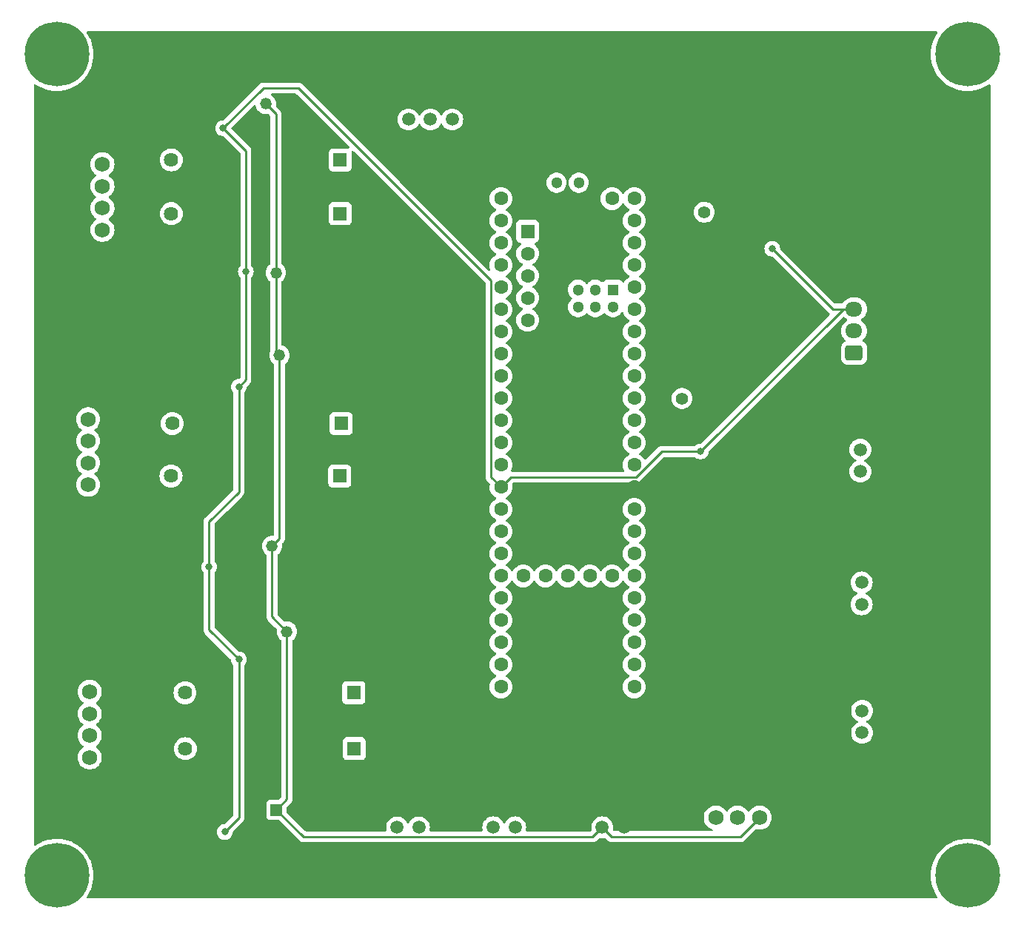
<source format=gbr>
%TF.GenerationSoftware,KiCad,Pcbnew,7.0.7*%
%TF.CreationDate,2024-01-13T11:42:56-05:00*%
%TF.ProjectId,FinalTeensyBreakoutBoard,46696e61-6c54-4656-956e-737942726561,rev?*%
%TF.SameCoordinates,Original*%
%TF.FileFunction,Copper,L2,Bot*%
%TF.FilePolarity,Positive*%
%FSLAX46Y46*%
G04 Gerber Fmt 4.6, Leading zero omitted, Abs format (unit mm)*
G04 Created by KiCad (PCBNEW 7.0.7) date 2024-01-13 11:42:56*
%MOMM*%
%LPD*%
G01*
G04 APERTURE LIST*
G04 Aperture macros list*
%AMRoundRect*
0 Rectangle with rounded corners*
0 $1 Rounding radius*
0 $2 $3 $4 $5 $6 $7 $8 $9 X,Y pos of 4 corners*
0 Add a 4 corners polygon primitive as box body*
4,1,4,$2,$3,$4,$5,$6,$7,$8,$9,$2,$3,0*
0 Add four circle primitives for the rounded corners*
1,1,$1+$1,$2,$3*
1,1,$1+$1,$4,$5*
1,1,$1+$1,$6,$7*
1,1,$1+$1,$8,$9*
0 Add four rect primitives between the rounded corners*
20,1,$1+$1,$2,$3,$4,$5,0*
20,1,$1+$1,$4,$5,$6,$7,0*
20,1,$1+$1,$6,$7,$8,$9,0*
20,1,$1+$1,$8,$9,$2,$3,0*%
G04 Aperture macros list end*
%TA.AperFunction,ComponentPad*%
%ADD10C,7.400000*%
%TD*%
%TA.AperFunction,ComponentPad*%
%ADD11C,1.752600*%
%TD*%
%TA.AperFunction,ComponentPad*%
%ADD12R,1.397000X1.397000*%
%TD*%
%TA.AperFunction,ComponentPad*%
%ADD13C,1.397000*%
%TD*%
%TA.AperFunction,ComponentPad*%
%ADD14C,1.498600*%
%TD*%
%TA.AperFunction,ComponentPad*%
%ADD15R,1.625600X1.625600*%
%TD*%
%TA.AperFunction,ComponentPad*%
%ADD16C,1.625600*%
%TD*%
%TA.AperFunction,ComponentPad*%
%ADD17R,1.320800X1.320800*%
%TD*%
%TA.AperFunction,ComponentPad*%
%ADD18C,1.320800*%
%TD*%
%TA.AperFunction,ComponentPad*%
%ADD19RoundRect,0.250000X0.725000X-0.600000X0.725000X0.600000X-0.725000X0.600000X-0.725000X-0.600000X0*%
%TD*%
%TA.AperFunction,ComponentPad*%
%ADD20O,1.950000X1.700000*%
%TD*%
%TA.AperFunction,ComponentPad*%
%ADD21R,1.600000X1.600000*%
%TD*%
%TA.AperFunction,ComponentPad*%
%ADD22C,1.600000*%
%TD*%
%TA.AperFunction,ComponentPad*%
%ADD23R,1.300000X1.300000*%
%TD*%
%TA.AperFunction,ComponentPad*%
%ADD24C,1.300000*%
%TD*%
%TA.AperFunction,ViaPad*%
%ADD25C,0.800000*%
%TD*%
%TA.AperFunction,Conductor*%
%ADD26C,0.250000*%
%TD*%
G04 APERTURE END LIST*
D10*
%TO.P,REF\u002A\u002A,1*%
%TO.N,N/C*%
X172720000Y-147320000D03*
%TD*%
D11*
%TO.P,J7,1,Pin_1*%
%TO.N,GND*%
X138825000Y-60975000D03*
%TO.P,J7,2,Pin_2*%
X141325000Y-60975000D03*
%TO.P,J7,3,Pin_3*%
X143825000Y-60975000D03*
%TO.P,J7,4,Pin_4*%
X146325000Y-60975000D03*
%TD*%
D12*
%TO.P,R_PullDownMC1,1*%
%TO.N,GND*%
X142625000Y-82840000D03*
D13*
%TO.P,R_PullDownMC1,2*%
%TO.N,Net-(LevelShifterMC(5->3.3)1-S)*%
X142625000Y-71410000D03*
%TD*%
D14*
%TO.P,J12,1,Pin_1*%
%TO.N,/WCLK2*%
X118500000Y-141800000D03*
%TO.P,J12,2,Pin_2*%
%TO.N,/WDAT2*%
X121000000Y-141800000D03*
%TD*%
D11*
%TO.P,J6,1,Pin_1*%
%TO.N,GND*%
X151450000Y-140700000D03*
%TO.P,J6,2,Pin_2*%
%TO.N,+5V*%
X148950000Y-140700000D03*
%TO.P,J6,3,Pin_3*%
%TO.N,/RX1*%
X146450000Y-140700000D03*
%TO.P,J6,4,Pin_4*%
%TO.N,/TX1*%
X143950000Y-140700000D03*
%TD*%
D15*
%TO.P,R5,1*%
%TO.N,/A2*%
X102548000Y-126400000D03*
D16*
%TO.P,R5,2*%
%TO.N,/A2'*%
X83244000Y-126400000D03*
%TD*%
D10*
%TO.P,REF\u002A\u002A,1*%
%TO.N,N/C*%
X68580000Y-53340000D03*
%TD*%
%TO.P,REF\u002A\u002A,1*%
%TO.N,N/C*%
X172720000Y-53340000D03*
%TD*%
D17*
%TO.P,C2,1*%
%TO.N,GND*%
X94988000Y-59023700D03*
D18*
%TO.P,C2,2*%
%TO.N,+5V*%
X92488000Y-59023700D03*
%TD*%
D17*
%TO.P,C1,1*%
%TO.N,GND*%
X96138000Y-78333700D03*
D18*
%TO.P,C1,2*%
%TO.N,+5V*%
X93638000Y-78333700D03*
%TD*%
D14*
%TO.P,J13,1,Pin_1*%
%TO.N,+5V*%
X108800000Y-60800000D03*
%TO.P,J13,2,Pin_2*%
X111300000Y-60800000D03*
%TO.P,J13,3,Pin_3*%
X113800000Y-60800000D03*
%TD*%
%TO.P,J3,1,Pin_1*%
%TO.N,/RX*%
X160669801Y-130975100D03*
%TO.P,J3,2,Pin_2*%
%TO.N,/TX*%
X160669801Y-128475100D03*
%TO.P,J3,3,Pin_3*%
%TO.N,GND*%
X160669801Y-125975100D03*
%TD*%
D11*
%TO.P,J10,1,Pin_1*%
%TO.N,/A2*%
X72348000Y-126300000D03*
%TO.P,J10,2,Pin_2*%
%TO.N,/A2'*%
X72348000Y-128800000D03*
%TO.P,J10,3,Pin_3*%
%TO.N,/B2*%
X72348000Y-131300000D03*
%TO.P,J10,4,Pin_4*%
%TO.N,/B2'*%
X72348000Y-133800000D03*
%TD*%
D15*
%TO.P,R6,1*%
%TO.N,/B2*%
X102600000Y-132800000D03*
D16*
%TO.P,R6,2*%
%TO.N,/B2'*%
X83296000Y-132800000D03*
%TD*%
D15*
%TO.P,R2,1*%
%TO.N,/B*%
X100990000Y-71583700D03*
D16*
%TO.P,R2,2*%
%TO.N,/B'*%
X81686000Y-71583700D03*
%TD*%
D14*
%TO.P,J11,1,Pin_1*%
%TO.N,/WCLK1*%
X107500000Y-141820000D03*
%TO.P,J11,2,Pin_2*%
%TO.N,/WDAT1*%
X110000000Y-141820000D03*
%TD*%
D17*
%TO.P,C3,1*%
%TO.N,GND*%
X96546000Y-87800000D03*
D18*
%TO.P,C3,2*%
%TO.N,+5V*%
X94046000Y-87800000D03*
%TD*%
D14*
%TO.P,J2,1,Pin_1*%
%TO.N,/RX*%
X160620000Y-116280000D03*
%TO.P,J2,2,Pin_2*%
%TO.N,/TX*%
X160620000Y-113780000D03*
%TO.P,J2,3,Pin_3*%
%TO.N,GND*%
X160620000Y-111280000D03*
%TD*%
D19*
%TO.P,J5,1,Pin_1*%
%TO.N,/SDA*%
X159750000Y-87500000D03*
D20*
%TO.P,J5,2,Pin_2*%
%TO.N,/SCL*%
X159750000Y-85000000D03*
%TO.P,J5,3,Pin_3*%
%TO.N,+3.3V*%
X159750000Y-82500000D03*
%TO.P,J5,4,Pin_4*%
%TO.N,GND*%
X159750000Y-80000000D03*
%TD*%
D14*
%TO.P,J4,1,Pin_1*%
%TO.N,/RX*%
X160470000Y-101080000D03*
%TO.P,J4,2,Pin_2*%
%TO.N,/TX*%
X160470000Y-98580000D03*
%TO.P,J4,3,Pin_3*%
%TO.N,GND*%
X160470000Y-96080000D03*
%TD*%
D10*
%TO.P,REF\u002A\u002A,1*%
%TO.N,N/C*%
X68580000Y-147320000D03*
%TD*%
D17*
%TO.P,C6,1*%
%TO.N,+5V*%
X93698000Y-139800000D03*
D18*
%TO.P,C6,2*%
%TO.N,GND*%
X96198000Y-139800000D03*
%TD*%
D14*
%TO.P,J1,1,Pin_1*%
%TO.N,+5V*%
X130954900Y-141800000D03*
%TO.P,J1,2,Pin_2*%
%TO.N,GND*%
X133454900Y-141800000D03*
%TD*%
D11*
%TO.P,J9,1,Pin_1*%
%TO.N,/A1*%
X72168000Y-95100000D03*
%TO.P,J9,2,Pin_2*%
%TO.N,/A1'*%
X72168000Y-97600000D03*
%TO.P,J9,3,Pin_3*%
%TO.N,/B1*%
X72168000Y-100100000D03*
%TO.P,J9,4,Pin_4*%
%TO.N,/B1'*%
X72168000Y-102600000D03*
%TD*%
D15*
%TO.P,R3,1*%
%TO.N,/A1*%
X101096000Y-95600000D03*
D16*
%TO.P,R3,2*%
%TO.N,/A1'*%
X81792000Y-95600000D03*
%TD*%
D15*
%TO.P,R1,1*%
%TO.N,/A*%
X100988000Y-65423700D03*
D16*
%TO.P,R1,2*%
%TO.N,/A'*%
X81684000Y-65423700D03*
%TD*%
D15*
%TO.P,R4,1*%
%TO.N,/B1*%
X100948000Y-101600000D03*
D16*
%TO.P,R4,2*%
%TO.N,/B1'*%
X81644000Y-101600000D03*
%TD*%
D17*
%TO.P,C4,1*%
%TO.N,GND*%
X95696000Y-109600000D03*
D18*
%TO.P,C4,2*%
%TO.N,+5V*%
X93196000Y-109600000D03*
%TD*%
D17*
%TO.P,C5,1*%
%TO.N,GND*%
X97398000Y-119400000D03*
D18*
%TO.P,C5,2*%
%TO.N,+5V*%
X94898000Y-119400000D03*
%TD*%
D11*
%TO.P,J8,1,Pin_1*%
%TO.N,/A*%
X73808000Y-65923700D03*
%TO.P,J8,2,Pin_2*%
%TO.N,/A'*%
X73808000Y-68423700D03*
%TO.P,J8,3,Pin_3*%
%TO.N,/B*%
X73808000Y-70923700D03*
%TO.P,J8,4,Pin_4*%
%TO.N,/B'*%
X73808000Y-73423700D03*
%TD*%
D12*
%TO.P,R_PullDownUWB1,1*%
%TO.N,GND*%
X151505000Y-92730000D03*
D13*
%TO.P,R_PullDownUWB1,2*%
%TO.N,Net-(LevelShifterUWB(5->3.3)1-S)*%
X140075000Y-92730000D03*
%TD*%
D21*
%TO.P,U1,1,GND*%
%TO.N,GND*%
X119380000Y-67310000D03*
D22*
%TO.P,U1,2,0_RX1_CRX2_CS1*%
%TO.N,Net-(LevelShifterMC(5->3.3)1-S)*%
X119380000Y-69850000D03*
%TO.P,U1,3,1_TX1_CTX2_MISO1*%
%TO.N,/TX*%
X119380000Y-72390000D03*
%TO.P,U1,4,2_OUT2*%
%TO.N,/EncA*%
X119380000Y-74930000D03*
%TO.P,U1,5,3_LRCLK2*%
%TO.N,/EncB*%
X119380000Y-77470000D03*
%TO.P,U1,6,4_BCLK2*%
%TO.N,/Enc1A*%
X119380000Y-80010000D03*
%TO.P,U1,7,5_IN2*%
%TO.N,/Enc1B*%
X119380000Y-82550000D03*
%TO.P,U1,8,6_OUT1D*%
%TO.N,/Enc2A*%
X119380000Y-85090000D03*
%TO.P,U1,9,7_RX2_OUT1A*%
%TO.N,/Enc2B*%
X119380000Y-87630000D03*
%TO.P,U1,10,8_TX2_IN1*%
%TO.N,unconnected-(U1-8_TX2_IN1-Pad10)*%
X119380000Y-90170000D03*
%TO.P,U1,11,9_OUT1C*%
%TO.N,unconnected-(U1-9_OUT1C-Pad11)*%
X119380000Y-92710000D03*
%TO.P,U1,12,10_CS_MQSR*%
%TO.N,unconnected-(U1-10_CS_MQSR-Pad12)*%
X119380000Y-95250000D03*
%TO.P,U1,13,11_MOSI_CTX1*%
%TO.N,/MOSI*%
X119380000Y-97790000D03*
%TO.P,U1,14,12_MISO_MQSL*%
%TO.N,/MISO*%
X119380000Y-100330000D03*
%TO.P,U1,15,3V3*%
%TO.N,+3.3V*%
X119380000Y-102870000D03*
%TO.P,U1,16,24_A10_TX6_SCL2*%
%TO.N,unconnected-(U1-24_A10_TX6_SCL2-Pad16)*%
X119380000Y-105410000D03*
%TO.P,U1,17,25_A11_RX6_SDA2*%
%TO.N,unconnected-(U1-25_A11_RX6_SDA2-Pad17)*%
X119380000Y-107950000D03*
%TO.P,U1,18,26_A12_MOSI1*%
%TO.N,/WCLK1*%
X119380000Y-110490000D03*
%TO.P,U1,19,27_A13_SCK1*%
%TO.N,/WDAT1*%
X119380000Y-113030000D03*
%TO.P,U1,20,28_RX7*%
%TO.N,/WCLK2*%
X119380000Y-115570000D03*
%TO.P,U1,21,29_TX7*%
%TO.N,/WDAT2*%
X119380000Y-118110000D03*
%TO.P,U1,22,30_CRX3*%
%TO.N,unconnected-(U1-30_CRX3-Pad22)*%
X119380000Y-120650000D03*
%TO.P,U1,23,31_CTX3*%
%TO.N,unconnected-(U1-31_CTX3-Pad23)*%
X119380000Y-123190000D03*
%TO.P,U1,24,32_OUT1B*%
%TO.N,unconnected-(U1-32_OUT1B-Pad24)*%
X119380000Y-125730000D03*
%TO.P,U1,25,33_MCLK2*%
%TO.N,unconnected-(U1-33_MCLK2-Pad25)*%
X134620000Y-125730000D03*
%TO.P,U1,26,34_RX8*%
%TO.N,unconnected-(U1-34_RX8-Pad26)*%
X134620000Y-123190000D03*
%TO.P,U1,27,35_TX8*%
%TO.N,unconnected-(U1-35_TX8-Pad27)*%
X134620000Y-120650000D03*
%TO.P,U1,28,36_CS*%
%TO.N,unconnected-(U1-36_CS-Pad28)*%
X134620000Y-118110000D03*
%TO.P,U1,29,37_CS*%
%TO.N,unconnected-(U1-37_CS-Pad29)*%
X134620000Y-115570000D03*
%TO.P,U1,30,38_CS1_IN1*%
%TO.N,unconnected-(U1-38_CS1_IN1-Pad30)*%
X134620000Y-113030000D03*
%TO.P,U1,31,39_MISO1_OUT1A*%
%TO.N,unconnected-(U1-39_MISO1_OUT1A-Pad31)*%
X134620000Y-110490000D03*
%TO.P,U1,32,40_A16*%
%TO.N,unconnected-(U1-40_A16-Pad32)*%
X134620000Y-107950000D03*
%TO.P,U1,33,41_A17*%
%TO.N,unconnected-(U1-41_A17-Pad33)*%
X134620000Y-105410000D03*
%TO.P,U1,34,GND*%
%TO.N,GND*%
X134620000Y-102870000D03*
%TO.P,U1,35,13_SCK_LED*%
%TO.N,/SCK*%
X134620000Y-100330000D03*
%TO.P,U1,36,14_A0_TX3_SPDIF_OUT*%
%TO.N,unconnected-(U1-14_A0_TX3_SPDIF_OUT-Pad36)*%
X134620000Y-97790000D03*
%TO.P,U1,37,15_A1_RX3_SPDIF_IN*%
%TO.N,unconnected-(U1-15_A1_RX3_SPDIF_IN-Pad37)*%
X134620000Y-95250000D03*
%TO.P,U1,38,16_A2_RX4_SCL1*%
%TO.N,Net-(LevelShifterUWB(5->3.3)1-S)*%
X134620000Y-92710000D03*
%TO.P,U1,39,17_A3_TX4_SDA1*%
%TO.N,/TX1*%
X134620000Y-90170000D03*
%TO.P,U1,40,18_A4_SDA*%
%TO.N,/SDA*%
X134620000Y-87630000D03*
%TO.P,U1,41,19_A5_SCL*%
%TO.N,/SCL*%
X134620000Y-85090000D03*
%TO.P,U1,42,20_A6_TX5_LRCLK1*%
%TO.N,unconnected-(U1-20_A6_TX5_LRCLK1-Pad42)*%
X134620000Y-82550000D03*
%TO.P,U1,43,21_A7_RX5_BCLK1*%
%TO.N,unconnected-(U1-21_A7_RX5_BCLK1-Pad43)*%
X134620000Y-80010000D03*
%TO.P,U1,44,22_A8_CTX1*%
%TO.N,unconnected-(U1-22_A8_CTX1-Pad44)*%
X134620000Y-77470000D03*
%TO.P,U1,45,23_A9_CRX1_MCLK1*%
%TO.N,unconnected-(U1-23_A9_CRX1_MCLK1-Pad45)*%
X134620000Y-74930000D03*
%TO.P,U1,46,3V3*%
%TO.N,unconnected-(U1-3V3-Pad46)*%
X134620000Y-72390000D03*
%TO.P,U1,47,GND*%
%TO.N,+3.3V*%
X134620000Y-69850000D03*
%TO.P,U1,48,VIN*%
%TO.N,GND*%
X134620000Y-67310000D03*
%TO.P,U1,49,VUSB*%
%TO.N,unconnected-(U1-VUSB-Pad49)*%
X132080000Y-69850000D03*
%TO.P,U1,50,VBAT*%
%TO.N,unconnected-(U1-VBAT-Pad50)*%
X121920000Y-113030000D03*
%TO.P,U1,51,3V3*%
%TO.N,unconnected-(U1-3V3-Pad51)*%
X124460000Y-113030000D03*
%TO.P,U1,52,GND*%
%TO.N,unconnected-(U1-GND-Pad52)*%
X127000000Y-113030000D03*
%TO.P,U1,53,PROGRAM*%
%TO.N,unconnected-(U1-PROGRAM-Pad53)*%
X129540000Y-113030000D03*
%TO.P,U1,54,ON_OFF*%
%TO.N,unconnected-(U1-ON_OFF-Pad54)*%
X132080000Y-113030000D03*
D21*
%TO.P,U1,55,5V*%
%TO.N,unconnected-(U1-5V-Pad55)*%
X122430800Y-73609200D03*
D22*
%TO.P,U1,56,D-*%
%TO.N,unconnected-(U1-D--Pad56)*%
X122430800Y-76149200D03*
%TO.P,U1,57,D+*%
%TO.N,unconnected-(U1-D+-Pad57)*%
X122430800Y-78689200D03*
%TO.P,U1,58,GND*%
%TO.N,unconnected-(U1-GND-Pad58)*%
X122430800Y-81229200D03*
%TO.P,U1,59,GND*%
%TO.N,unconnected-(U1-GND-Pad59)*%
X122430800Y-83769200D03*
D23*
%TO.P,U1,60,R+*%
%TO.N,unconnected-(U1-R+-Pad60)*%
X132181600Y-80280000D03*
D24*
%TO.P,U1,61,LED*%
%TO.N,unconnected-(U1-LED-Pad61)*%
X130181600Y-80280000D03*
%TO.P,U1,62,T-*%
%TO.N,unconnected-(U1-T--Pad62)*%
X128181600Y-80280000D03*
%TO.P,U1,63,T+*%
%TO.N,unconnected-(U1-T+-Pad63)*%
X128181600Y-82280000D03*
%TO.P,U1,64,GND*%
%TO.N,unconnected-(U1-GND-Pad64)*%
X130181600Y-82280000D03*
%TO.P,U1,65,R-*%
%TO.N,unconnected-(U1-R--Pad65)*%
X132181600Y-82280000D03*
%TO.P,U1,66,D-*%
%TO.N,unconnected-(U1-D--Pad66)*%
X128270000Y-68040000D03*
%TO.P,U1,67,D+*%
%TO.N,unconnected-(U1-D+-Pad67)*%
X125730000Y-68040000D03*
%TD*%
D25*
%TO.N,+3.3V*%
X89400000Y-122600000D03*
X90200000Y-78200000D03*
X89400000Y-91400000D03*
X86000000Y-112000000D03*
X87789443Y-142334710D03*
X150400000Y-75600000D03*
X142200000Y-98800000D03*
X87600000Y-61800000D03*
%TD*%
D26*
%TO.N,+3.3V*%
X90200000Y-90600000D02*
X89400000Y-91400000D01*
X89400000Y-140724153D02*
X87789443Y-142334710D01*
X96200000Y-57200000D02*
X92200000Y-57200000D01*
X89400000Y-91400000D02*
X89400000Y-103400000D01*
X134795991Y-101745000D02*
X120505000Y-101745000D01*
X120505000Y-101745000D02*
X119380000Y-102870000D01*
X89400000Y-122600000D02*
X89400000Y-140724153D01*
X90200000Y-78200000D02*
X90200000Y-64400000D01*
X86000000Y-112000000D02*
X86000000Y-119200000D01*
X119380000Y-102870000D02*
X118255000Y-101745000D01*
X159750000Y-82500000D02*
X157300000Y-82500000D01*
X90200000Y-64400000D02*
X87600000Y-61800000D01*
X92200000Y-57200000D02*
X87600000Y-61800000D01*
X86000000Y-119200000D02*
X89400000Y-122600000D01*
X89400000Y-103400000D02*
X86000000Y-106800000D01*
X118255000Y-101745000D02*
X118255000Y-79255000D01*
X142200000Y-98800000D02*
X137740991Y-98800000D01*
X118255000Y-79255000D02*
X96200000Y-57200000D01*
X86000000Y-106800000D02*
X86000000Y-112000000D01*
X159750000Y-82500000D02*
X158500000Y-82500000D01*
X157300000Y-82500000D02*
X150400000Y-75600000D01*
X137740991Y-98800000D02*
X134795991Y-101745000D01*
X158500000Y-82500000D02*
X142200000Y-98800000D01*
X90200000Y-78200000D02*
X90200000Y-90600000D01*
%TO.N,+5V*%
X96792300Y-142894300D02*
X93698000Y-139800000D01*
X148950000Y-140700000D02*
X146775700Y-142874300D01*
X93638000Y-60173700D02*
X93638000Y-78333700D01*
X130954900Y-141800000D02*
X129860600Y-142894300D01*
X93638000Y-87392000D02*
X94046000Y-87800000D01*
X146775700Y-142874300D02*
X132029200Y-142874300D01*
X94898000Y-119400000D02*
X94898000Y-138600000D01*
X94046000Y-108750000D02*
X93196000Y-109600000D01*
X132029200Y-142874300D02*
X130954900Y-141800000D01*
X92488000Y-59023700D02*
X93638000Y-60173700D01*
X129860600Y-142894300D02*
X96792300Y-142894300D01*
X94898000Y-138600000D02*
X93698000Y-139800000D01*
X93196000Y-109600000D02*
X93196000Y-117698000D01*
X93196000Y-117698000D02*
X94898000Y-119400000D01*
X94046000Y-87800000D02*
X94046000Y-108750000D01*
X93638000Y-78333700D02*
X93638000Y-87392000D01*
%TD*%
%TA.AperFunction,Conductor*%
%TO.N,GND*%
G36*
X169253790Y-50740185D02*
G01*
X169299545Y-50792989D01*
X169309489Y-50862147D01*
X169286349Y-50918367D01*
X169223198Y-51003515D01*
X169011024Y-51357506D01*
X168834562Y-51730604D01*
X168834555Y-51730620D01*
X168695527Y-52119178D01*
X168595244Y-52519528D01*
X168595242Y-52519535D01*
X168595243Y-52519535D01*
X168534685Y-52927782D01*
X168514434Y-53340000D01*
X168534685Y-53752218D01*
X168534685Y-53752223D01*
X168534686Y-53752227D01*
X168595244Y-54160471D01*
X168695527Y-54560821D01*
X168834555Y-54949379D01*
X168834562Y-54949395D01*
X168834564Y-54949400D01*
X169011022Y-55322490D01*
X169011024Y-55322493D01*
X169223198Y-55676484D01*
X169469058Y-56007988D01*
X169746215Y-56313784D01*
X170052011Y-56590941D01*
X170052017Y-56590946D01*
X170383513Y-56836800D01*
X170737510Y-57048978D01*
X171110600Y-57225436D01*
X171110609Y-57225439D01*
X171110620Y-57225444D01*
X171471738Y-57354654D01*
X171499189Y-57364476D01*
X171899535Y-57464757D01*
X172307782Y-57525315D01*
X172720000Y-57545566D01*
X173132218Y-57525315D01*
X173540465Y-57464757D01*
X173940811Y-57364476D01*
X174121380Y-57299866D01*
X174329379Y-57225444D01*
X174329385Y-57225441D01*
X174329400Y-57225436D01*
X174702490Y-57048978D01*
X175056487Y-56836800D01*
X175141633Y-56773650D01*
X175207206Y-56749527D01*
X175275412Y-56764683D01*
X175324596Y-56814308D01*
X175339500Y-56873249D01*
X175339500Y-143786750D01*
X175319815Y-143853789D01*
X175267011Y-143899544D01*
X175197853Y-143909488D01*
X175141634Y-143886348D01*
X175056490Y-143823201D01*
X174702493Y-143611024D01*
X174702494Y-143611024D01*
X174702490Y-143611022D01*
X174329400Y-143434564D01*
X174329396Y-143434562D01*
X174329395Y-143434562D01*
X174329379Y-143434555D01*
X173940821Y-143295527D01*
X173940815Y-143295525D01*
X173940811Y-143295524D01*
X173700023Y-143235210D01*
X173540471Y-143195244D01*
X173540466Y-143195243D01*
X173540465Y-143195243D01*
X173439577Y-143180277D01*
X173132227Y-143134686D01*
X173132223Y-143134685D01*
X173132218Y-143134685D01*
X172720000Y-143114434D01*
X172307782Y-143134685D01*
X172307776Y-143134685D01*
X172307772Y-143134686D01*
X171899528Y-143195244D01*
X171610006Y-143267766D01*
X171499189Y-143295524D01*
X171499186Y-143295524D01*
X171499178Y-143295527D01*
X171110620Y-143434555D01*
X171110604Y-143434562D01*
X170737506Y-143611024D01*
X170383515Y-143823198D01*
X170052011Y-144069058D01*
X169746215Y-144346215D01*
X169469058Y-144652011D01*
X169223198Y-144983515D01*
X169011024Y-145337506D01*
X168834562Y-145710604D01*
X168834555Y-145710620D01*
X168695527Y-146099178D01*
X168595244Y-146499528D01*
X168595242Y-146499535D01*
X168595243Y-146499535D01*
X168534685Y-146907782D01*
X168514434Y-147320000D01*
X168534685Y-147732218D01*
X168534685Y-147732223D01*
X168534686Y-147732227D01*
X168595244Y-148140471D01*
X168695527Y-148540821D01*
X168834555Y-148929379D01*
X168834562Y-148929395D01*
X168834564Y-148929400D01*
X169011022Y-149302490D01*
X169011024Y-149302493D01*
X169223198Y-149656484D01*
X169286349Y-149741633D01*
X169310473Y-149807206D01*
X169295317Y-149875412D01*
X169245692Y-149924596D01*
X169186751Y-149939500D01*
X72113249Y-149939500D01*
X72046210Y-149919815D01*
X72000455Y-149867011D01*
X71990511Y-149797853D01*
X72013651Y-149741633D01*
X72076800Y-149656487D01*
X72288978Y-149302490D01*
X72465436Y-148929400D01*
X72604476Y-148540811D01*
X72704757Y-148140465D01*
X72765315Y-147732218D01*
X72785566Y-147320000D01*
X72765315Y-146907782D01*
X72704757Y-146499535D01*
X72604476Y-146099189D01*
X72594654Y-146071738D01*
X72465444Y-145710620D01*
X72465437Y-145710604D01*
X72465436Y-145710600D01*
X72288978Y-145337510D01*
X72076800Y-144983513D01*
X71830946Y-144652017D01*
X71830941Y-144652011D01*
X71553784Y-144346215D01*
X71247988Y-144069058D01*
X71034159Y-143910472D01*
X70916487Y-143823200D01*
X70562490Y-143611022D01*
X70189400Y-143434564D01*
X70189396Y-143434562D01*
X70189395Y-143434562D01*
X70189379Y-143434555D01*
X69800821Y-143295527D01*
X69800815Y-143295525D01*
X69800811Y-143295524D01*
X69560023Y-143235210D01*
X69400471Y-143195244D01*
X69400466Y-143195243D01*
X69400465Y-143195243D01*
X69299577Y-143180277D01*
X68992227Y-143134686D01*
X68992223Y-143134685D01*
X68992218Y-143134685D01*
X68580000Y-143114434D01*
X68579999Y-143114434D01*
X68543696Y-143116217D01*
X68167782Y-143134685D01*
X68167776Y-143134685D01*
X68167772Y-143134686D01*
X67759528Y-143195244D01*
X67470006Y-143267766D01*
X67359189Y-143295524D01*
X67359186Y-143295524D01*
X67359178Y-143295527D01*
X66970620Y-143434555D01*
X66970604Y-143434562D01*
X66597506Y-143611024D01*
X66243509Y-143823201D01*
X66158366Y-143886348D01*
X66092793Y-143910472D01*
X66024587Y-143895316D01*
X65975403Y-143845690D01*
X65960500Y-143786750D01*
X65960500Y-133800005D01*
X70966481Y-133800005D01*
X70985321Y-134027383D01*
X70985323Y-134027391D01*
X71041335Y-134248577D01*
X71132989Y-134457529D01*
X71257787Y-134648548D01*
X71412319Y-134816413D01*
X71412323Y-134816417D01*
X71592381Y-134956561D01*
X71793050Y-135065158D01*
X72008857Y-135139245D01*
X72233915Y-135176800D01*
X72462085Y-135176800D01*
X72687143Y-135139245D01*
X72902950Y-135065158D01*
X73103619Y-134956561D01*
X73283677Y-134816417D01*
X73438213Y-134648547D01*
X73563010Y-134457530D01*
X73654664Y-134248578D01*
X73710677Y-134027391D01*
X73717778Y-133941695D01*
X73729519Y-133800005D01*
X73729519Y-133799994D01*
X73710678Y-133572616D01*
X73710677Y-133572613D01*
X73710677Y-133572609D01*
X73654664Y-133351422D01*
X73563010Y-133142470D01*
X73488830Y-133028928D01*
X73438212Y-132951451D01*
X73298791Y-132800001D01*
X81977683Y-132800001D01*
X81997710Y-133028917D01*
X81997712Y-133028928D01*
X82057184Y-133250883D01*
X82057186Y-133250887D01*
X82057187Y-133250891D01*
X82154304Y-133459159D01*
X82286111Y-133647398D01*
X82448602Y-133809889D01*
X82636841Y-133941696D01*
X82845109Y-134038813D01*
X83067077Y-134098289D01*
X83230593Y-134112594D01*
X83295998Y-134118317D01*
X83296000Y-134118317D01*
X83296002Y-134118317D01*
X83353368Y-134113298D01*
X83524923Y-134098289D01*
X83746891Y-134038813D01*
X83955159Y-133941696D01*
X84143398Y-133809889D01*
X84305889Y-133647398D01*
X84437696Y-133459159D01*
X84534813Y-133250891D01*
X84594289Y-133028923D01*
X84614317Y-132800000D01*
X84594289Y-132571077D01*
X84534813Y-132349109D01*
X84437696Y-132140842D01*
X84382205Y-132061593D01*
X84305892Y-131952606D01*
X84305887Y-131952600D01*
X84143398Y-131790111D01*
X83955165Y-131658308D01*
X83955159Y-131658304D01*
X83893719Y-131629654D01*
X83746891Y-131561187D01*
X83746887Y-131561186D01*
X83746883Y-131561184D01*
X83524928Y-131501712D01*
X83524924Y-131501711D01*
X83524923Y-131501711D01*
X83524922Y-131501710D01*
X83524917Y-131501710D01*
X83296002Y-131481683D01*
X83295998Y-131481683D01*
X83067082Y-131501710D01*
X83067071Y-131501712D01*
X82845116Y-131561184D01*
X82845107Y-131561188D01*
X82636842Y-131658303D01*
X82636840Y-131658304D01*
X82448606Y-131790107D01*
X82448600Y-131790112D01*
X82286112Y-131952600D01*
X82286107Y-131952606D01*
X82154304Y-132140840D01*
X82154303Y-132140842D01*
X82057188Y-132349107D01*
X82057184Y-132349116D01*
X81997712Y-132571071D01*
X81997710Y-132571082D01*
X81977683Y-132799998D01*
X81977683Y-132800001D01*
X73298791Y-132800001D01*
X73283680Y-132783586D01*
X73283676Y-132783582D01*
X73109291Y-132647854D01*
X73068478Y-132591143D01*
X73064803Y-132521370D01*
X73099434Y-132460687D01*
X73109291Y-132452146D01*
X73283677Y-132316417D01*
X73438213Y-132148547D01*
X73563010Y-131957530D01*
X73654664Y-131748578D01*
X73710677Y-131527391D01*
X73714049Y-131486700D01*
X73729519Y-131300005D01*
X73729519Y-131299994D01*
X73710678Y-131072616D01*
X73710677Y-131072613D01*
X73710677Y-131072609D01*
X73654664Y-130851422D01*
X73563010Y-130642470D01*
X73563009Y-130642469D01*
X73438212Y-130451451D01*
X73283680Y-130283586D01*
X73283676Y-130283582D01*
X73109291Y-130147854D01*
X73068478Y-130091143D01*
X73064803Y-130021370D01*
X73099434Y-129960687D01*
X73109291Y-129952146D01*
X73190925Y-129888608D01*
X73283677Y-129816417D01*
X73438213Y-129648547D01*
X73563010Y-129457530D01*
X73654664Y-129248578D01*
X73710677Y-129027391D01*
X73720886Y-128904190D01*
X73729519Y-128800005D01*
X73729519Y-128799994D01*
X73710678Y-128572616D01*
X73710677Y-128572613D01*
X73710677Y-128572609D01*
X73654664Y-128351422D01*
X73563010Y-128142470D01*
X73563009Y-128142470D01*
X73438212Y-127951451D01*
X73283680Y-127783586D01*
X73283676Y-127783582D01*
X73193374Y-127713298D01*
X73109290Y-127647853D01*
X73068478Y-127591143D01*
X73064803Y-127521370D01*
X73099434Y-127460687D01*
X73109291Y-127452146D01*
X73283677Y-127316417D01*
X73438213Y-127148547D01*
X73563010Y-126957530D01*
X73654664Y-126748578D01*
X73710677Y-126527391D01*
X73721233Y-126400001D01*
X81925683Y-126400001D01*
X81945710Y-126628917D01*
X81945712Y-126628928D01*
X82005184Y-126850883D01*
X82005186Y-126850887D01*
X82005187Y-126850891D01*
X82102304Y-127059159D01*
X82234111Y-127247398D01*
X82396602Y-127409889D01*
X82584841Y-127541696D01*
X82793109Y-127638813D01*
X82793115Y-127638814D01*
X82793116Y-127638815D01*
X82846539Y-127653129D01*
X83015077Y-127698289D01*
X83178593Y-127712594D01*
X83243998Y-127718317D01*
X83244000Y-127718317D01*
X83244002Y-127718317D01*
X83301368Y-127713298D01*
X83472923Y-127698289D01*
X83694891Y-127638813D01*
X83903159Y-127541696D01*
X84091398Y-127409889D01*
X84253889Y-127247398D01*
X84385696Y-127059159D01*
X84482813Y-126850891D01*
X84542289Y-126628923D01*
X84562317Y-126400000D01*
X84560806Y-126382734D01*
X84542289Y-126171082D01*
X84542289Y-126171077D01*
X84482813Y-125949109D01*
X84385696Y-125740842D01*
X84378104Y-125730000D01*
X84253892Y-125552606D01*
X84253887Y-125552600D01*
X84091398Y-125390111D01*
X83903165Y-125258308D01*
X83903159Y-125258304D01*
X83841719Y-125229654D01*
X83694891Y-125161187D01*
X83694887Y-125161186D01*
X83694883Y-125161184D01*
X83472928Y-125101712D01*
X83472924Y-125101711D01*
X83472923Y-125101711D01*
X83472922Y-125101710D01*
X83472917Y-125101710D01*
X83244002Y-125081683D01*
X83243998Y-125081683D01*
X83015082Y-125101710D01*
X83015071Y-125101712D01*
X82793116Y-125161184D01*
X82793107Y-125161188D01*
X82584842Y-125258303D01*
X82584840Y-125258304D01*
X82396606Y-125390107D01*
X82396600Y-125390112D01*
X82234112Y-125552600D01*
X82234107Y-125552606D01*
X82102304Y-125740840D01*
X82102303Y-125740842D01*
X82005188Y-125949107D01*
X82005184Y-125949116D01*
X81945712Y-126171071D01*
X81945710Y-126171082D01*
X81925683Y-126399998D01*
X81925683Y-126400001D01*
X73721233Y-126400001D01*
X73729519Y-126300000D01*
X73719285Y-126176497D01*
X73710678Y-126072616D01*
X73710677Y-126072613D01*
X73710677Y-126072609D01*
X73654664Y-125851422D01*
X73563010Y-125642470D01*
X73495621Y-125539323D01*
X73438212Y-125451451D01*
X73283680Y-125283586D01*
X73283676Y-125283582D01*
X73103620Y-125143440D01*
X73103619Y-125143439D01*
X72902950Y-125034842D01*
X72902942Y-125034839D01*
X72687145Y-124960755D01*
X72462085Y-124923200D01*
X72233915Y-124923200D01*
X72008854Y-124960755D01*
X71793057Y-125034839D01*
X71793049Y-125034842D01*
X71592379Y-125143440D01*
X71412323Y-125283582D01*
X71412319Y-125283586D01*
X71257787Y-125451451D01*
X71132989Y-125642470D01*
X71041335Y-125851422D01*
X70985323Y-126072608D01*
X70985321Y-126072616D01*
X70966481Y-126299994D01*
X70966481Y-126300005D01*
X70985321Y-126527383D01*
X70985323Y-126527391D01*
X71041335Y-126748577D01*
X71132989Y-126957529D01*
X71257787Y-127148548D01*
X71412319Y-127316413D01*
X71412330Y-127316424D01*
X71586708Y-127452147D01*
X71627521Y-127508857D01*
X71631196Y-127578630D01*
X71596564Y-127639313D01*
X71586708Y-127647853D01*
X71412330Y-127783575D01*
X71412319Y-127783586D01*
X71257787Y-127951451D01*
X71132989Y-128142470D01*
X71041335Y-128351422D01*
X70985323Y-128572608D01*
X70985321Y-128572616D01*
X70966481Y-128799994D01*
X70966481Y-128800005D01*
X70985321Y-129027383D01*
X70985323Y-129027391D01*
X71041335Y-129248577D01*
X71132989Y-129457529D01*
X71257787Y-129648548D01*
X71412319Y-129816413D01*
X71412330Y-129816424D01*
X71586708Y-129952147D01*
X71627521Y-130008857D01*
X71631196Y-130078630D01*
X71596564Y-130139313D01*
X71586708Y-130147853D01*
X71412330Y-130283575D01*
X71412319Y-130283586D01*
X71257787Y-130451451D01*
X71132989Y-130642470D01*
X71041335Y-130851422D01*
X70985323Y-131072608D01*
X70985321Y-131072616D01*
X70966481Y-131299994D01*
X70966481Y-131300005D01*
X70985321Y-131527383D01*
X70985323Y-131527391D01*
X71041335Y-131748577D01*
X71132989Y-131957529D01*
X71257787Y-132148548D01*
X71412319Y-132316413D01*
X71412330Y-132316424D01*
X71586708Y-132452147D01*
X71627521Y-132508857D01*
X71631196Y-132578630D01*
X71596564Y-132639313D01*
X71586708Y-132647853D01*
X71412330Y-132783575D01*
X71412319Y-132783586D01*
X71257787Y-132951451D01*
X71132989Y-133142470D01*
X71041335Y-133351422D01*
X70985323Y-133572608D01*
X70985321Y-133572616D01*
X70966481Y-133799994D01*
X70966481Y-133800005D01*
X65960500Y-133800005D01*
X65960500Y-112000000D01*
X85094540Y-112000000D01*
X85114326Y-112188256D01*
X85114327Y-112188259D01*
X85172818Y-112368277D01*
X85172821Y-112368284D01*
X85267467Y-112532216D01*
X85310772Y-112580310D01*
X85342650Y-112615715D01*
X85372880Y-112678706D01*
X85374500Y-112698687D01*
X85374500Y-119117255D01*
X85372775Y-119132872D01*
X85373061Y-119132899D01*
X85372326Y-119140665D01*
X85374500Y-119209814D01*
X85374500Y-119239343D01*
X85374501Y-119239360D01*
X85375368Y-119246231D01*
X85375826Y-119252050D01*
X85377290Y-119298624D01*
X85377291Y-119298627D01*
X85382880Y-119317867D01*
X85386824Y-119336911D01*
X85389336Y-119356792D01*
X85398914Y-119380984D01*
X85406490Y-119400119D01*
X85408382Y-119405647D01*
X85421381Y-119450388D01*
X85431580Y-119467634D01*
X85440138Y-119485103D01*
X85447514Y-119503732D01*
X85474898Y-119541423D01*
X85478106Y-119546307D01*
X85501827Y-119586416D01*
X85501833Y-119586424D01*
X85515990Y-119600580D01*
X85528628Y-119615376D01*
X85540405Y-119631586D01*
X85540406Y-119631587D01*
X85576309Y-119661288D01*
X85580620Y-119665210D01*
X87767544Y-121852135D01*
X88461038Y-122545629D01*
X88494523Y-122606952D01*
X88496678Y-122620348D01*
X88504968Y-122699227D01*
X88514326Y-122788256D01*
X88514327Y-122788259D01*
X88572818Y-122968277D01*
X88572821Y-122968284D01*
X88667466Y-123132215D01*
X88742649Y-123215715D01*
X88772879Y-123278707D01*
X88774499Y-123298687D01*
X88774499Y-140413700D01*
X88754814Y-140480739D01*
X88738180Y-140501381D01*
X87841671Y-141397891D01*
X87780348Y-141431376D01*
X87753990Y-141434210D01*
X87694797Y-141434210D01*
X87662340Y-141441108D01*
X87509640Y-141473565D01*
X87509635Y-141473567D01*
X87336713Y-141550558D01*
X87336708Y-141550561D01*
X87183572Y-141661821D01*
X87056909Y-141802495D01*
X86962264Y-141966425D01*
X86962261Y-141966432D01*
X86914931Y-142112100D01*
X86903769Y-142146454D01*
X86883983Y-142334710D01*
X86903769Y-142522966D01*
X86903770Y-142522969D01*
X86962261Y-142702987D01*
X86962264Y-142702994D01*
X87056910Y-142866926D01*
X87183387Y-143007393D01*
X87183572Y-143007598D01*
X87336708Y-143118858D01*
X87336713Y-143118861D01*
X87509635Y-143195852D01*
X87509640Y-143195854D01*
X87694797Y-143235210D01*
X87694798Y-143235210D01*
X87884087Y-143235210D01*
X87884089Y-143235210D01*
X88069246Y-143195854D01*
X88242173Y-143118861D01*
X88395314Y-143007598D01*
X88521976Y-142866926D01*
X88616622Y-142702994D01*
X88675117Y-142522966D01*
X88692764Y-142355055D01*
X88719348Y-142290442D01*
X88728395Y-142280346D01*
X89783786Y-141224955D01*
X89796048Y-141215133D01*
X89795865Y-141214912D01*
X89801867Y-141209945D01*
X89801877Y-141209939D01*
X89849241Y-141159501D01*
X89870120Y-141138623D01*
X89874373Y-141133139D01*
X89878150Y-141128716D01*
X89910062Y-141094735D01*
X89919714Y-141077176D01*
X89930389Y-141060925D01*
X89942674Y-141045089D01*
X89961182Y-141002313D01*
X89963746Y-140997080D01*
X89986197Y-140956245D01*
X89991181Y-140936831D01*
X89997479Y-140918440D01*
X90005438Y-140900048D01*
X90012726Y-140854026D01*
X90013908Y-140848315D01*
X90025500Y-140803172D01*
X90025500Y-140783136D01*
X90027027Y-140763735D01*
X90030160Y-140743957D01*
X90025775Y-140697568D01*
X90025500Y-140691730D01*
X90025500Y-123298687D01*
X90045185Y-123231648D01*
X90057350Y-123215715D01*
X90075891Y-123195122D01*
X90132533Y-123132216D01*
X90227179Y-122968284D01*
X90285674Y-122788256D01*
X90305460Y-122600000D01*
X90285674Y-122411744D01*
X90227179Y-122231716D01*
X90132533Y-122067784D01*
X90005871Y-121927112D01*
X90005870Y-121927111D01*
X89852734Y-121815851D01*
X89852729Y-121815848D01*
X89679807Y-121738857D01*
X89679802Y-121738855D01*
X89534000Y-121707865D01*
X89494646Y-121699500D01*
X89494645Y-121699500D01*
X89435453Y-121699500D01*
X89368414Y-121679815D01*
X89347772Y-121663181D01*
X86661819Y-118977228D01*
X86628334Y-118915905D01*
X86625500Y-118889547D01*
X86625500Y-112698687D01*
X86645185Y-112631648D01*
X86657350Y-112615715D01*
X86686346Y-112583511D01*
X86732533Y-112532216D01*
X86827179Y-112368284D01*
X86885674Y-112188256D01*
X86905460Y-112000000D01*
X86885674Y-111811744D01*
X86827179Y-111631716D01*
X86732533Y-111467784D01*
X86732532Y-111467784D01*
X86657350Y-111384284D01*
X86627120Y-111321292D01*
X86625500Y-111301312D01*
X86625500Y-107110452D01*
X86645185Y-107043413D01*
X86661819Y-107022771D01*
X88047904Y-105636686D01*
X89783788Y-103900801D01*
X89796042Y-103890986D01*
X89795859Y-103890764D01*
X89801866Y-103885792D01*
X89801877Y-103885786D01*
X89832775Y-103852882D01*
X89849227Y-103835364D01*
X89859671Y-103824918D01*
X89870120Y-103814471D01*
X89874379Y-103808978D01*
X89878152Y-103804561D01*
X89910062Y-103770582D01*
X89919713Y-103753024D01*
X89930396Y-103736761D01*
X89942673Y-103720936D01*
X89961185Y-103678153D01*
X89963738Y-103672941D01*
X89986197Y-103632092D01*
X89991180Y-103612680D01*
X89997481Y-103594280D01*
X90005437Y-103575896D01*
X90012729Y-103529852D01*
X90013906Y-103524171D01*
X90025500Y-103479019D01*
X90025500Y-103458982D01*
X90027027Y-103439582D01*
X90030160Y-103419804D01*
X90025775Y-103373415D01*
X90025500Y-103367577D01*
X90025500Y-92098687D01*
X90045185Y-92031648D01*
X90057350Y-92015715D01*
X90075891Y-91995122D01*
X90132533Y-91932216D01*
X90227179Y-91768284D01*
X90285674Y-91588256D01*
X90303321Y-91420344D01*
X90329904Y-91355734D01*
X90338951Y-91345638D01*
X90583788Y-91100801D01*
X90596042Y-91090986D01*
X90595859Y-91090764D01*
X90601866Y-91085792D01*
X90601877Y-91085786D01*
X90632775Y-91052882D01*
X90649227Y-91035364D01*
X90659671Y-91024918D01*
X90670120Y-91014471D01*
X90674379Y-91008978D01*
X90678152Y-91004561D01*
X90710062Y-90970582D01*
X90719715Y-90953020D01*
X90730389Y-90936770D01*
X90742673Y-90920936D01*
X90761180Y-90878167D01*
X90763749Y-90872924D01*
X90786196Y-90832093D01*
X90786197Y-90832092D01*
X90791177Y-90812691D01*
X90797478Y-90794288D01*
X90805438Y-90775896D01*
X90812730Y-90729849D01*
X90813911Y-90724152D01*
X90825500Y-90679019D01*
X90825500Y-90658982D01*
X90827027Y-90639582D01*
X90830160Y-90619804D01*
X90825775Y-90573415D01*
X90825500Y-90567577D01*
X90825500Y-78898687D01*
X90845185Y-78831648D01*
X90857350Y-78815715D01*
X90886571Y-78783261D01*
X90932533Y-78732216D01*
X91027179Y-78568284D01*
X91085674Y-78388256D01*
X91105460Y-78200000D01*
X91085674Y-78011744D01*
X91027179Y-77831716D01*
X90932533Y-77667784D01*
X90857350Y-77584284D01*
X90827120Y-77521292D01*
X90825500Y-77501312D01*
X90825500Y-64482737D01*
X90827224Y-64467123D01*
X90826938Y-64467096D01*
X90827672Y-64459333D01*
X90825500Y-64390203D01*
X90825500Y-64360651D01*
X90825500Y-64360650D01*
X90824629Y-64353759D01*
X90824172Y-64347945D01*
X90822709Y-64301372D01*
X90817122Y-64282144D01*
X90813174Y-64263084D01*
X90810664Y-64243208D01*
X90793507Y-64199875D01*
X90791619Y-64194359D01*
X90778619Y-64149612D01*
X90768418Y-64132363D01*
X90759860Y-64114894D01*
X90752486Y-64096268D01*
X90752483Y-64096264D01*
X90752483Y-64096263D01*
X90725098Y-64058571D01*
X90721890Y-64053687D01*
X90698172Y-64013582D01*
X90698163Y-64013571D01*
X90684005Y-63999413D01*
X90671370Y-63984620D01*
X90659593Y-63968412D01*
X90623693Y-63938713D01*
X90619381Y-63934790D01*
X88572271Y-61887680D01*
X88538786Y-61826357D01*
X88543770Y-61756665D01*
X88572271Y-61712318D01*
X89826796Y-60457793D01*
X91130155Y-59154433D01*
X91191476Y-59120950D01*
X91261168Y-59125934D01*
X91317101Y-59167806D01*
X91341304Y-59230667D01*
X91341976Y-59237921D01*
X91341977Y-59237927D01*
X91400855Y-59444859D01*
X91400860Y-59444872D01*
X91496751Y-59637446D01*
X91496753Y-59637449D01*
X91496755Y-59637453D01*
X91626409Y-59809144D01*
X91626412Y-59809146D01*
X91626414Y-59809149D01*
X91785402Y-59954085D01*
X91785404Y-59954086D01*
X91785405Y-59954087D01*
X91968326Y-60067347D01*
X92168944Y-60145067D01*
X92380427Y-60184600D01*
X92380429Y-60184600D01*
X92595572Y-60184600D01*
X92595573Y-60184600D01*
X92673487Y-60170035D01*
X92743001Y-60177065D01*
X92783950Y-60204240D01*
X92913437Y-60333726D01*
X92976181Y-60396470D01*
X93009666Y-60457793D01*
X93012500Y-60484151D01*
X93012500Y-77286510D01*
X92992815Y-77353549D01*
X92953778Y-77391937D01*
X92935403Y-77403314D01*
X92776414Y-77548250D01*
X92776407Y-77548258D01*
X92646760Y-77719939D01*
X92646751Y-77719953D01*
X92550860Y-77912527D01*
X92550855Y-77912540D01*
X92491977Y-78119471D01*
X92472127Y-78333699D01*
X92472127Y-78333700D01*
X92491977Y-78547928D01*
X92550855Y-78754859D01*
X92550860Y-78754872D01*
X92646751Y-78947446D01*
X92646753Y-78947449D01*
X92646755Y-78947453D01*
X92776409Y-79119144D01*
X92776412Y-79119146D01*
X92776414Y-79119149D01*
X92935401Y-79264084D01*
X92935403Y-79264085D01*
X92935405Y-79264087D01*
X92953777Y-79275462D01*
X93000412Y-79327487D01*
X93012500Y-79380889D01*
X93012500Y-87241942D01*
X92999500Y-87297214D01*
X92958860Y-87378827D01*
X92958855Y-87378840D01*
X92899977Y-87585771D01*
X92880127Y-87799999D01*
X92880127Y-87800000D01*
X92899977Y-88014228D01*
X92958855Y-88221159D01*
X92958860Y-88221172D01*
X93054751Y-88413746D01*
X93054753Y-88413749D01*
X93054755Y-88413753D01*
X93054758Y-88413757D01*
X93054760Y-88413760D01*
X93058971Y-88419336D01*
X93184409Y-88585444D01*
X93184412Y-88585446D01*
X93184414Y-88585449D01*
X93343401Y-88730384D01*
X93343403Y-88730385D01*
X93343405Y-88730387D01*
X93361777Y-88741762D01*
X93408412Y-88793787D01*
X93420500Y-88847189D01*
X93420500Y-108315100D01*
X93400815Y-108382139D01*
X93348011Y-108427894D01*
X93296500Y-108439100D01*
X93088427Y-108439100D01*
X92876944Y-108478633D01*
X92750075Y-108527782D01*
X92676328Y-108556352D01*
X92676327Y-108556352D01*
X92493402Y-108669614D01*
X92334414Y-108814550D01*
X92334407Y-108814558D01*
X92204760Y-108986239D01*
X92204751Y-108986253D01*
X92108860Y-109178827D01*
X92108855Y-109178840D01*
X92049977Y-109385771D01*
X92030127Y-109599999D01*
X92030127Y-109600000D01*
X92049977Y-109814228D01*
X92108855Y-110021159D01*
X92108860Y-110021172D01*
X92204751Y-110213746D01*
X92204753Y-110213749D01*
X92204755Y-110213753D01*
X92334409Y-110385444D01*
X92334412Y-110385446D01*
X92334414Y-110385449D01*
X92493401Y-110530384D01*
X92493403Y-110530385D01*
X92493405Y-110530387D01*
X92511777Y-110541762D01*
X92558412Y-110593787D01*
X92570500Y-110647189D01*
X92570500Y-117615255D01*
X92568775Y-117630872D01*
X92569061Y-117630899D01*
X92568326Y-117638665D01*
X92570500Y-117707814D01*
X92570500Y-117737343D01*
X92570501Y-117737360D01*
X92571368Y-117744231D01*
X92571826Y-117750050D01*
X92573290Y-117796624D01*
X92573291Y-117796627D01*
X92578880Y-117815867D01*
X92582824Y-117834911D01*
X92585336Y-117854791D01*
X92602490Y-117898119D01*
X92604382Y-117903647D01*
X92617381Y-117948388D01*
X92627580Y-117965634D01*
X92636138Y-117983103D01*
X92643514Y-118001732D01*
X92670898Y-118039423D01*
X92674106Y-118044307D01*
X92697827Y-118084416D01*
X92697833Y-118084424D01*
X92711990Y-118098580D01*
X92724628Y-118113376D01*
X92736405Y-118129586D01*
X92736406Y-118129587D01*
X92772309Y-118159288D01*
X92776620Y-118163210D01*
X93502956Y-118889547D01*
X93714820Y-119101411D01*
X93748305Y-119162734D01*
X93750610Y-119200533D01*
X93732127Y-119399999D01*
X93732127Y-119400000D01*
X93751977Y-119614228D01*
X93810855Y-119821159D01*
X93810860Y-119821172D01*
X93906751Y-120013746D01*
X93906753Y-120013749D01*
X93906755Y-120013753D01*
X94036409Y-120185444D01*
X94195405Y-120330387D01*
X94213777Y-120341763D01*
X94260412Y-120393789D01*
X94272499Y-120447189D01*
X94272499Y-138289546D01*
X94252814Y-138356585D01*
X94236180Y-138377227D01*
X94010627Y-138602781D01*
X93949304Y-138636266D01*
X93922946Y-138639100D01*
X92989729Y-138639100D01*
X92989723Y-138639101D01*
X92930116Y-138645508D01*
X92795271Y-138695802D01*
X92795264Y-138695806D01*
X92680055Y-138782052D01*
X92680052Y-138782055D01*
X92593806Y-138897264D01*
X92593802Y-138897271D01*
X92543508Y-139032117D01*
X92537101Y-139091716D01*
X92537100Y-139091735D01*
X92537100Y-140508270D01*
X92537101Y-140508276D01*
X92543508Y-140567883D01*
X92593802Y-140702728D01*
X92593806Y-140702735D01*
X92680052Y-140817944D01*
X92680055Y-140817947D01*
X92795264Y-140904193D01*
X92795271Y-140904197D01*
X92930117Y-140954491D01*
X92930116Y-140954491D01*
X92937044Y-140955235D01*
X92989727Y-140960900D01*
X93922947Y-140960899D01*
X93989986Y-140980583D01*
X94010627Y-140997217D01*
X95159859Y-142146450D01*
X96291497Y-143278088D01*
X96301322Y-143290351D01*
X96301543Y-143290169D01*
X96306514Y-143296178D01*
X96327343Y-143315737D01*
X96356935Y-143343526D01*
X96377829Y-143364420D01*
X96383311Y-143368673D01*
X96387743Y-143372457D01*
X96421718Y-143404362D01*
X96439276Y-143414014D01*
X96455533Y-143424693D01*
X96471364Y-143436973D01*
X96491037Y-143445486D01*
X96514133Y-143455482D01*
X96519377Y-143458050D01*
X96560208Y-143480497D01*
X96572823Y-143483735D01*
X96579605Y-143485477D01*
X96598019Y-143491781D01*
X96616404Y-143499738D01*
X96662457Y-143507032D01*
X96668126Y-143508206D01*
X96713281Y-143519800D01*
X96733316Y-143519800D01*
X96752713Y-143521326D01*
X96772496Y-143524460D01*
X96818883Y-143520075D01*
X96824722Y-143519800D01*
X129777857Y-143519800D01*
X129793477Y-143521524D01*
X129793504Y-143521239D01*
X129801260Y-143521971D01*
X129801267Y-143521973D01*
X129870414Y-143519800D01*
X129899950Y-143519800D01*
X129906828Y-143518930D01*
X129912641Y-143518472D01*
X129959227Y-143517009D01*
X129978469Y-143511417D01*
X129997512Y-143507474D01*
X130017392Y-143504964D01*
X130060722Y-143487807D01*
X130066246Y-143485917D01*
X130069996Y-143484827D01*
X130110990Y-143472918D01*
X130128229Y-143462722D01*
X130145703Y-143454162D01*
X130164327Y-143446788D01*
X130164327Y-143446787D01*
X130164332Y-143446786D01*
X130202049Y-143419382D01*
X130206905Y-143416192D01*
X130247020Y-143392470D01*
X130261189Y-143378299D01*
X130275979Y-143365668D01*
X130292187Y-143353894D01*
X130321899Y-143317976D01*
X130325812Y-143313676D01*
X130581477Y-143058012D01*
X130642796Y-143024530D01*
X130701248Y-143025921D01*
X130737046Y-143035514D01*
X130911329Y-143050761D01*
X130954899Y-143054574D01*
X130954900Y-143054574D01*
X130954901Y-143054574D01*
X130991208Y-143051397D01*
X131172754Y-143035514D01*
X131208551Y-143025922D01*
X131278397Y-143027583D01*
X131328325Y-143058015D01*
X131528394Y-143258084D01*
X131538219Y-143270348D01*
X131538440Y-143270166D01*
X131543410Y-143276173D01*
X131543413Y-143276176D01*
X131543414Y-143276177D01*
X131593851Y-143323541D01*
X131614730Y-143344420D01*
X131620204Y-143348666D01*
X131624642Y-143352456D01*
X131658618Y-143384362D01*
X131658622Y-143384364D01*
X131676173Y-143394013D01*
X131692431Y-143404692D01*
X131708264Y-143416974D01*
X131726107Y-143424695D01*
X131751037Y-143435483D01*
X131756281Y-143438052D01*
X131797108Y-143460497D01*
X131816512Y-143465479D01*
X131834910Y-143471778D01*
X131853305Y-143479738D01*
X131899329Y-143487026D01*
X131905032Y-143488207D01*
X131950181Y-143499800D01*
X131970216Y-143499800D01*
X131989613Y-143501326D01*
X132009396Y-143504460D01*
X132055783Y-143500075D01*
X132061622Y-143499800D01*
X146692957Y-143499800D01*
X146708577Y-143501524D01*
X146708604Y-143501239D01*
X146716360Y-143501971D01*
X146716367Y-143501973D01*
X146785514Y-143499800D01*
X146815050Y-143499800D01*
X146821928Y-143498930D01*
X146827741Y-143498472D01*
X146874327Y-143497009D01*
X146893569Y-143491417D01*
X146912612Y-143487474D01*
X146932492Y-143484964D01*
X146975822Y-143467807D01*
X146981346Y-143465917D01*
X146985096Y-143464827D01*
X147026090Y-143452918D01*
X147043329Y-143442722D01*
X147060803Y-143434162D01*
X147079427Y-143426788D01*
X147079427Y-143426787D01*
X147079432Y-143426786D01*
X147117149Y-143399382D01*
X147122005Y-143396192D01*
X147162120Y-143372470D01*
X147176289Y-143358299D01*
X147191079Y-143345668D01*
X147207287Y-143333894D01*
X147236999Y-143297976D01*
X147240912Y-143293676D01*
X148470133Y-142064455D01*
X148531454Y-142030972D01*
X148598078Y-142034858D01*
X148610857Y-142039245D01*
X148835915Y-142076800D01*
X149064085Y-142076800D01*
X149289143Y-142039245D01*
X149504950Y-141965158D01*
X149705619Y-141856561D01*
X149885677Y-141716417D01*
X150040213Y-141548547D01*
X150165010Y-141357530D01*
X150256664Y-141148578D01*
X150312677Y-140927391D01*
X150312678Y-140927383D01*
X150331519Y-140700005D01*
X150331519Y-140699994D01*
X150312678Y-140472616D01*
X150312677Y-140472613D01*
X150312677Y-140472609D01*
X150256664Y-140251422D01*
X150165010Y-140042470D01*
X150040213Y-139851453D01*
X150040212Y-139851451D01*
X149885680Y-139683586D01*
X149885676Y-139683582D01*
X149705620Y-139543440D01*
X149705619Y-139543439D01*
X149504950Y-139434842D01*
X149504942Y-139434839D01*
X149289145Y-139360755D01*
X149064085Y-139323200D01*
X148835915Y-139323200D01*
X148610854Y-139360755D01*
X148395057Y-139434839D01*
X148395049Y-139434842D01*
X148194379Y-139543440D01*
X148014323Y-139683582D01*
X148014319Y-139683586D01*
X147859789Y-139851449D01*
X147803809Y-139937134D01*
X147750662Y-139982490D01*
X147681431Y-139991914D01*
X147618095Y-139962412D01*
X147596191Y-139937134D01*
X147540210Y-139851449D01*
X147385680Y-139683586D01*
X147385676Y-139683582D01*
X147205620Y-139543440D01*
X147205619Y-139543439D01*
X147004950Y-139434842D01*
X147004942Y-139434839D01*
X146789145Y-139360755D01*
X146564085Y-139323200D01*
X146335915Y-139323200D01*
X146110854Y-139360755D01*
X145895057Y-139434839D01*
X145895049Y-139434842D01*
X145694379Y-139543440D01*
X145514323Y-139683582D01*
X145514319Y-139683586D01*
X145359789Y-139851449D01*
X145303809Y-139937134D01*
X145250662Y-139982490D01*
X145181431Y-139991914D01*
X145118095Y-139962412D01*
X145096191Y-139937134D01*
X145040210Y-139851449D01*
X144885680Y-139683586D01*
X144885676Y-139683582D01*
X144705620Y-139543440D01*
X144705619Y-139543439D01*
X144504950Y-139434842D01*
X144504942Y-139434839D01*
X144289145Y-139360755D01*
X144064085Y-139323200D01*
X143835915Y-139323200D01*
X143610854Y-139360755D01*
X143395057Y-139434839D01*
X143395049Y-139434842D01*
X143194379Y-139543440D01*
X143014323Y-139683582D01*
X143014319Y-139683586D01*
X142859787Y-139851451D01*
X142734989Y-140042470D01*
X142643335Y-140251422D01*
X142587323Y-140472608D01*
X142587321Y-140472616D01*
X142568481Y-140699994D01*
X142568481Y-140700005D01*
X142587321Y-140927383D01*
X142587323Y-140927391D01*
X142643335Y-141148577D01*
X142734989Y-141357529D01*
X142859787Y-141548548D01*
X143014319Y-141716413D01*
X143014323Y-141716417D01*
X143194381Y-141856561D01*
X143395050Y-141965158D01*
X143444225Y-141982040D01*
X143518441Y-142007519D01*
X143575456Y-142047905D01*
X143601587Y-142112704D01*
X143588535Y-142181344D01*
X143540446Y-142232032D01*
X143478178Y-142248800D01*
X132339653Y-142248800D01*
X132272614Y-142229115D01*
X132251971Y-142212480D01*
X132212915Y-142173423D01*
X132179430Y-142112100D01*
X132180821Y-142053651D01*
X132190414Y-142017854D01*
X132209474Y-141800000D01*
X132190414Y-141582146D01*
X132143775Y-141408085D01*
X132133816Y-141370917D01*
X132133815Y-141370916D01*
X132133814Y-141370910D01*
X132041393Y-141172713D01*
X131915959Y-140993575D01*
X131761325Y-140838941D01*
X131610750Y-140733507D01*
X131582186Y-140713506D01*
X131426882Y-140641087D01*
X131383990Y-140621086D01*
X131383986Y-140621085D01*
X131383982Y-140621083D01*
X131172759Y-140564487D01*
X131172749Y-140564485D01*
X130954901Y-140545426D01*
X130954899Y-140545426D01*
X130737050Y-140564485D01*
X130737040Y-140564487D01*
X130525817Y-140621083D01*
X130525808Y-140621087D01*
X130327613Y-140713506D01*
X130208101Y-140797190D01*
X130148475Y-140838941D01*
X130148473Y-140838942D01*
X130148470Y-140838945D01*
X129993845Y-140993570D01*
X129993842Y-140993573D01*
X129993841Y-140993575D01*
X129952090Y-141053201D01*
X129868406Y-141172713D01*
X129775987Y-141370908D01*
X129775983Y-141370917D01*
X129719387Y-141582140D01*
X129719385Y-141582150D01*
X129700326Y-141799999D01*
X129700326Y-141800000D01*
X129719385Y-142017849D01*
X129719388Y-142017862D01*
X129728977Y-142053651D01*
X129727314Y-142123501D01*
X129696884Y-142173423D01*
X129637828Y-142232480D01*
X129576505Y-142265966D01*
X129550146Y-142268800D01*
X122329874Y-142268800D01*
X122262835Y-142249115D01*
X122217080Y-142196311D01*
X122207136Y-142127153D01*
X122210099Y-142112707D01*
X122229782Y-142039245D01*
X122235514Y-142017854D01*
X122254574Y-141800000D01*
X122235514Y-141582146D01*
X122188875Y-141408085D01*
X122178916Y-141370917D01*
X122178915Y-141370916D01*
X122178914Y-141370910D01*
X122086493Y-141172713D01*
X121961059Y-140993575D01*
X121806425Y-140838941D01*
X121655850Y-140733507D01*
X121627286Y-140713506D01*
X121471982Y-140641087D01*
X121429090Y-140621086D01*
X121429086Y-140621085D01*
X121429082Y-140621083D01*
X121217859Y-140564487D01*
X121217849Y-140564485D01*
X121000001Y-140545426D01*
X120999999Y-140545426D01*
X120782150Y-140564485D01*
X120782140Y-140564487D01*
X120570917Y-140621083D01*
X120570908Y-140621087D01*
X120372713Y-140713506D01*
X120253201Y-140797190D01*
X120193575Y-140838941D01*
X120193573Y-140838942D01*
X120193570Y-140838945D01*
X120038945Y-140993570D01*
X120038942Y-140993573D01*
X120038941Y-140993575D01*
X119997190Y-141053201D01*
X119913506Y-141172713D01*
X119862382Y-141282351D01*
X119816210Y-141334790D01*
X119749016Y-141353942D01*
X119682135Y-141333726D01*
X119637618Y-141282351D01*
X119606340Y-141215276D01*
X119586493Y-141172713D01*
X119461059Y-140993575D01*
X119306425Y-140838941D01*
X119155850Y-140733507D01*
X119127286Y-140713506D01*
X118971982Y-140641087D01*
X118929090Y-140621086D01*
X118929086Y-140621085D01*
X118929082Y-140621083D01*
X118717859Y-140564487D01*
X118717849Y-140564485D01*
X118500001Y-140545426D01*
X118499999Y-140545426D01*
X118282150Y-140564485D01*
X118282140Y-140564487D01*
X118070917Y-140621083D01*
X118070908Y-140621087D01*
X117872713Y-140713506D01*
X117753201Y-140797190D01*
X117693575Y-140838941D01*
X117693573Y-140838942D01*
X117693570Y-140838945D01*
X117538945Y-140993570D01*
X117538942Y-140993573D01*
X117538941Y-140993575D01*
X117497190Y-141053201D01*
X117413506Y-141172713D01*
X117321087Y-141370908D01*
X117321083Y-141370917D01*
X117264487Y-141582140D01*
X117264485Y-141582150D01*
X117245426Y-141799999D01*
X117245426Y-141800000D01*
X117264485Y-142017849D01*
X117264487Y-142017859D01*
X117289901Y-142112707D01*
X117288238Y-142182557D01*
X117249075Y-142240420D01*
X117184846Y-142267923D01*
X117170126Y-142268800D01*
X111335232Y-142268800D01*
X111268193Y-142249115D01*
X111222438Y-142196311D01*
X111212494Y-142127153D01*
X111215457Y-142112707D01*
X111235514Y-142037854D01*
X111254574Y-141820000D01*
X111253042Y-141802495D01*
X111248250Y-141747719D01*
X111235514Y-141602146D01*
X111178914Y-141390910D01*
X111086493Y-141192713D01*
X110961059Y-141013575D01*
X110806425Y-140858941D01*
X110627287Y-140733507D01*
X110627288Y-140733507D01*
X110627286Y-140733506D01*
X110528188Y-140687296D01*
X110429090Y-140641086D01*
X110429086Y-140641085D01*
X110429082Y-140641083D01*
X110217859Y-140584487D01*
X110217849Y-140584485D01*
X110000001Y-140565426D01*
X109999999Y-140565426D01*
X109782150Y-140584485D01*
X109782140Y-140584487D01*
X109570917Y-140641083D01*
X109570908Y-140641087D01*
X109372713Y-140733506D01*
X109273224Y-140803170D01*
X109193575Y-140858941D01*
X109193573Y-140858942D01*
X109193570Y-140858945D01*
X109038945Y-141013570D01*
X109038942Y-141013573D01*
X109038941Y-141013575D01*
X109016875Y-141045089D01*
X108913506Y-141192713D01*
X108862382Y-141302351D01*
X108816210Y-141354790D01*
X108749016Y-141373942D01*
X108682135Y-141353726D01*
X108637618Y-141302351D01*
X108586493Y-141192713D01*
X108572489Y-141172713D01*
X108461059Y-141013575D01*
X108306425Y-140858941D01*
X108127287Y-140733507D01*
X108127288Y-140733507D01*
X108127286Y-140733506D01*
X108028188Y-140687296D01*
X107929090Y-140641086D01*
X107929086Y-140641085D01*
X107929082Y-140641083D01*
X107717859Y-140584487D01*
X107717849Y-140584485D01*
X107500001Y-140565426D01*
X107499999Y-140565426D01*
X107282150Y-140584485D01*
X107282140Y-140584487D01*
X107070917Y-140641083D01*
X107070908Y-140641087D01*
X106872713Y-140733506D01*
X106773224Y-140803170D01*
X106693575Y-140858941D01*
X106693573Y-140858942D01*
X106693570Y-140858945D01*
X106538945Y-141013570D01*
X106538942Y-141013573D01*
X106538941Y-141013575D01*
X106516875Y-141045089D01*
X106413506Y-141192713D01*
X106321087Y-141390908D01*
X106321083Y-141390917D01*
X106264487Y-141602140D01*
X106264485Y-141602150D01*
X106245426Y-141819999D01*
X106245426Y-141820000D01*
X106264485Y-142037849D01*
X106264486Y-142037855D01*
X106268718Y-142053648D01*
X106284543Y-142112707D01*
X106282880Y-142182556D01*
X106243718Y-142240419D01*
X106179489Y-142267923D01*
X106164768Y-142268800D01*
X97102752Y-142268800D01*
X97035713Y-142249115D01*
X97015071Y-142232481D01*
X94895218Y-140112627D01*
X94861733Y-140051304D01*
X94858899Y-140024946D01*
X94858899Y-139575053D01*
X94878584Y-139508014D01*
X94895218Y-139487372D01*
X95059390Y-139323200D01*
X95281788Y-139100801D01*
X95294042Y-139090986D01*
X95293859Y-139090764D01*
X95299866Y-139085792D01*
X95299877Y-139085786D01*
X95330775Y-139052882D01*
X95347227Y-139035364D01*
X95357671Y-139024918D01*
X95368120Y-139014471D01*
X95372379Y-139008978D01*
X95376152Y-139004561D01*
X95408062Y-138970582D01*
X95417713Y-138953024D01*
X95428396Y-138936761D01*
X95440673Y-138920936D01*
X95459185Y-138878153D01*
X95461738Y-138872941D01*
X95484197Y-138832092D01*
X95489180Y-138812680D01*
X95495481Y-138794280D01*
X95503437Y-138775896D01*
X95510729Y-138729852D01*
X95511906Y-138724171D01*
X95523500Y-138679019D01*
X95523500Y-138658982D01*
X95525027Y-138639582D01*
X95528160Y-138619804D01*
X95523775Y-138573415D01*
X95523500Y-138567577D01*
X95523500Y-133660670D01*
X101286700Y-133660670D01*
X101286701Y-133660676D01*
X101293108Y-133720283D01*
X101343402Y-133855128D01*
X101343406Y-133855135D01*
X101429652Y-133970344D01*
X101429655Y-133970347D01*
X101544864Y-134056593D01*
X101544871Y-134056597D01*
X101679717Y-134106891D01*
X101679716Y-134106891D01*
X101686644Y-134107635D01*
X101739327Y-134113300D01*
X103460672Y-134113299D01*
X103520283Y-134106891D01*
X103655131Y-134056596D01*
X103770346Y-133970346D01*
X103856596Y-133855131D01*
X103906891Y-133720283D01*
X103913300Y-133660673D01*
X103913299Y-131939328D01*
X103906891Y-131879717D01*
X103870269Y-131781529D01*
X103856597Y-131744871D01*
X103856593Y-131744864D01*
X103770347Y-131629655D01*
X103770344Y-131629652D01*
X103655135Y-131543406D01*
X103655128Y-131543402D01*
X103520282Y-131493108D01*
X103520283Y-131493108D01*
X103460683Y-131486701D01*
X103460681Y-131486700D01*
X103460673Y-131486700D01*
X103460664Y-131486700D01*
X101739329Y-131486700D01*
X101739323Y-131486701D01*
X101679716Y-131493108D01*
X101544871Y-131543402D01*
X101544864Y-131543406D01*
X101429655Y-131629652D01*
X101429652Y-131629655D01*
X101343406Y-131744864D01*
X101343402Y-131744871D01*
X101293108Y-131879717D01*
X101286701Y-131939316D01*
X101286701Y-131939323D01*
X101286700Y-131939335D01*
X101286700Y-133660670D01*
X95523500Y-133660670D01*
X95523500Y-130975100D01*
X159415227Y-130975100D01*
X159434286Y-131192949D01*
X159434288Y-131192959D01*
X159490884Y-131404182D01*
X159490886Y-131404186D01*
X159490887Y-131404190D01*
X159527023Y-131481683D01*
X159583307Y-131602386D01*
X159583308Y-131602387D01*
X159708742Y-131781525D01*
X159863376Y-131936159D01*
X160042514Y-132061593D01*
X160240711Y-132154014D01*
X160451947Y-132210614D01*
X160626230Y-132225862D01*
X160669800Y-132229674D01*
X160669801Y-132229674D01*
X160669802Y-132229674D01*
X160706109Y-132226497D01*
X160887655Y-132210614D01*
X161098891Y-132154014D01*
X161297088Y-132061593D01*
X161476226Y-131936159D01*
X161630860Y-131781525D01*
X161756294Y-131602387D01*
X161848715Y-131404190D01*
X161905315Y-131192954D01*
X161924375Y-130975100D01*
X161905315Y-130757246D01*
X161848715Y-130546010D01*
X161756294Y-130347813D01*
X161630860Y-130168675D01*
X161476226Y-130014041D01*
X161332915Y-129913693D01*
X161297087Y-129888606D01*
X161187449Y-129837481D01*
X161135010Y-129791308D01*
X161115858Y-129724115D01*
X161136074Y-129657234D01*
X161187444Y-129612720D01*
X161297088Y-129561593D01*
X161476226Y-129436159D01*
X161630860Y-129281525D01*
X161756294Y-129102387D01*
X161848715Y-128904190D01*
X161905315Y-128692954D01*
X161924375Y-128475100D01*
X161905315Y-128257246D01*
X161848715Y-128046010D01*
X161756294Y-127847813D01*
X161630860Y-127668675D01*
X161476226Y-127514041D01*
X161297088Y-127388607D01*
X161297089Y-127388607D01*
X161297087Y-127388606D01*
X161150567Y-127320283D01*
X161098891Y-127296186D01*
X161098887Y-127296185D01*
X161098883Y-127296183D01*
X160887660Y-127239587D01*
X160887650Y-127239585D01*
X160669802Y-127220526D01*
X160669800Y-127220526D01*
X160451951Y-127239585D01*
X160451941Y-127239587D01*
X160240718Y-127296183D01*
X160240709Y-127296187D01*
X160042514Y-127388606D01*
X159947512Y-127455128D01*
X159863376Y-127514041D01*
X159863374Y-127514042D01*
X159863371Y-127514045D01*
X159708746Y-127668670D01*
X159708743Y-127668673D01*
X159708742Y-127668675D01*
X159688006Y-127698289D01*
X159583307Y-127847813D01*
X159490888Y-128046008D01*
X159490884Y-128046017D01*
X159434288Y-128257240D01*
X159434286Y-128257250D01*
X159415227Y-128475099D01*
X159415227Y-128475100D01*
X159434286Y-128692949D01*
X159434288Y-128692959D01*
X159490884Y-128904182D01*
X159490886Y-128904186D01*
X159490887Y-128904190D01*
X159537097Y-129003288D01*
X159583307Y-129102386D01*
X159583308Y-129102387D01*
X159708742Y-129281525D01*
X159863376Y-129436159D01*
X160042514Y-129561593D01*
X160152152Y-129612718D01*
X160204591Y-129658889D01*
X160223743Y-129726082D01*
X160203528Y-129792963D01*
X160152153Y-129837481D01*
X160042512Y-129888608D01*
X159962755Y-129944454D01*
X159863376Y-130014041D01*
X159863374Y-130014042D01*
X159863371Y-130014045D01*
X159708746Y-130168670D01*
X159583307Y-130347813D01*
X159490888Y-130546008D01*
X159490884Y-130546017D01*
X159434288Y-130757240D01*
X159434286Y-130757250D01*
X159415227Y-130975099D01*
X159415227Y-130975100D01*
X95523500Y-130975100D01*
X95523500Y-127260670D01*
X101234700Y-127260670D01*
X101234701Y-127260676D01*
X101241108Y-127320283D01*
X101291402Y-127455128D01*
X101291406Y-127455135D01*
X101377652Y-127570344D01*
X101377655Y-127570347D01*
X101492864Y-127656593D01*
X101492871Y-127656597D01*
X101627717Y-127706891D01*
X101627716Y-127706891D01*
X101634644Y-127707635D01*
X101687327Y-127713300D01*
X103408672Y-127713299D01*
X103468283Y-127706891D01*
X103603131Y-127656596D01*
X103718346Y-127570346D01*
X103804596Y-127455131D01*
X103854891Y-127320283D01*
X103861300Y-127260673D01*
X103861299Y-125539328D01*
X103854891Y-125479717D01*
X103844349Y-125451453D01*
X103804597Y-125344871D01*
X103804593Y-125344864D01*
X103718347Y-125229655D01*
X103718344Y-125229652D01*
X103603135Y-125143406D01*
X103603128Y-125143402D01*
X103468282Y-125093108D01*
X103468283Y-125093108D01*
X103408683Y-125086701D01*
X103408681Y-125086700D01*
X103408673Y-125086700D01*
X103408664Y-125086700D01*
X101687329Y-125086700D01*
X101687323Y-125086701D01*
X101627716Y-125093108D01*
X101492871Y-125143402D01*
X101492864Y-125143406D01*
X101377655Y-125229652D01*
X101377652Y-125229655D01*
X101291406Y-125344864D01*
X101291402Y-125344871D01*
X101241108Y-125479717D01*
X101234701Y-125539316D01*
X101234701Y-125539323D01*
X101234700Y-125539335D01*
X101234700Y-127260670D01*
X95523500Y-127260670D01*
X95523500Y-120447189D01*
X95543185Y-120380150D01*
X95582221Y-120341763D01*
X95600595Y-120330387D01*
X95759591Y-120185444D01*
X95889245Y-120013753D01*
X95985144Y-119821162D01*
X96044022Y-119614229D01*
X96063873Y-119400000D01*
X96044022Y-119185771D01*
X95985144Y-118978838D01*
X95984342Y-118977228D01*
X95889248Y-118786253D01*
X95889247Y-118786252D01*
X95889245Y-118786247D01*
X95759591Y-118614556D01*
X95759587Y-118614552D01*
X95759585Y-118614550D01*
X95600597Y-118469614D01*
X95560811Y-118444979D01*
X95417674Y-118356353D01*
X95217056Y-118278633D01*
X95005573Y-118239100D01*
X94790427Y-118239100D01*
X94790426Y-118239100D01*
X94712511Y-118253664D01*
X94642996Y-118246632D01*
X94602047Y-118219456D01*
X93857819Y-117475228D01*
X93824334Y-117413905D01*
X93821500Y-117387547D01*
X93821500Y-110647189D01*
X93841185Y-110580150D01*
X93880221Y-110541763D01*
X93898595Y-110530387D01*
X94057591Y-110385444D01*
X94187245Y-110213753D01*
X94283144Y-110021162D01*
X94342022Y-109814229D01*
X94361873Y-109600000D01*
X94343389Y-109400529D01*
X94356804Y-109331962D01*
X94379176Y-109301412D01*
X94429786Y-109250802D01*
X94442048Y-109240980D01*
X94441865Y-109240759D01*
X94447867Y-109235792D01*
X94447877Y-109235786D01*
X94495241Y-109185348D01*
X94516120Y-109164470D01*
X94520373Y-109158986D01*
X94524150Y-109154563D01*
X94556062Y-109120582D01*
X94565714Y-109103023D01*
X94576389Y-109086772D01*
X94588674Y-109070936D01*
X94607186Y-109028152D01*
X94609742Y-109022935D01*
X94627383Y-108990848D01*
X94632194Y-108982098D01*
X94632194Y-108982097D01*
X94632197Y-108982092D01*
X94637180Y-108962680D01*
X94643477Y-108944291D01*
X94651438Y-108925895D01*
X94658729Y-108879853D01*
X94659908Y-108874162D01*
X94671500Y-108829019D01*
X94671500Y-108808982D01*
X94673027Y-108789582D01*
X94673097Y-108789141D01*
X94676160Y-108769804D01*
X94671775Y-108723415D01*
X94671500Y-108717577D01*
X94671500Y-102460670D01*
X99634700Y-102460670D01*
X99634701Y-102460676D01*
X99641108Y-102520283D01*
X99691402Y-102655128D01*
X99691406Y-102655135D01*
X99777652Y-102770344D01*
X99777655Y-102770347D01*
X99892864Y-102856593D01*
X99892871Y-102856597D01*
X100027717Y-102906891D01*
X100027716Y-102906891D01*
X100034644Y-102907635D01*
X100087327Y-102913300D01*
X101808672Y-102913299D01*
X101868283Y-102906891D01*
X102003131Y-102856596D01*
X102118346Y-102770346D01*
X102204596Y-102655131D01*
X102254891Y-102520283D01*
X102261300Y-102460673D01*
X102261299Y-100739328D01*
X102254891Y-100679717D01*
X102244149Y-100650917D01*
X102204597Y-100544871D01*
X102204593Y-100544864D01*
X102118347Y-100429655D01*
X102118344Y-100429652D01*
X102003135Y-100343406D01*
X102003128Y-100343402D01*
X101868282Y-100293108D01*
X101868283Y-100293108D01*
X101808683Y-100286701D01*
X101808681Y-100286700D01*
X101808673Y-100286700D01*
X101808664Y-100286700D01*
X100087329Y-100286700D01*
X100087323Y-100286701D01*
X100027716Y-100293108D01*
X99892871Y-100343402D01*
X99892864Y-100343406D01*
X99777655Y-100429652D01*
X99777652Y-100429655D01*
X99691406Y-100544864D01*
X99691402Y-100544871D01*
X99641108Y-100679717D01*
X99634701Y-100739316D01*
X99634701Y-100739323D01*
X99634700Y-100739335D01*
X99634700Y-102460670D01*
X94671500Y-102460670D01*
X94671500Y-98790045D01*
X94671500Y-96460670D01*
X99782700Y-96460670D01*
X99782701Y-96460676D01*
X99789108Y-96520283D01*
X99839402Y-96655128D01*
X99839406Y-96655135D01*
X99925652Y-96770344D01*
X99925655Y-96770347D01*
X100040864Y-96856593D01*
X100040871Y-96856597D01*
X100175717Y-96906891D01*
X100175716Y-96906891D01*
X100182644Y-96907635D01*
X100235327Y-96913300D01*
X101956672Y-96913299D01*
X102016283Y-96906891D01*
X102151131Y-96856596D01*
X102266346Y-96770346D01*
X102352596Y-96655131D01*
X102402891Y-96520283D01*
X102409300Y-96460673D01*
X102409299Y-94739328D01*
X102402891Y-94679717D01*
X102372138Y-94597265D01*
X102352597Y-94544871D01*
X102352593Y-94544864D01*
X102266347Y-94429655D01*
X102266344Y-94429652D01*
X102151135Y-94343406D01*
X102151128Y-94343402D01*
X102016282Y-94293108D01*
X102016283Y-94293108D01*
X101956683Y-94286701D01*
X101956681Y-94286700D01*
X101956673Y-94286700D01*
X101956664Y-94286700D01*
X100235329Y-94286700D01*
X100235323Y-94286701D01*
X100175716Y-94293108D01*
X100040871Y-94343402D01*
X100040864Y-94343406D01*
X99925655Y-94429652D01*
X99925652Y-94429655D01*
X99839406Y-94544864D01*
X99839402Y-94544871D01*
X99789108Y-94679717D01*
X99782701Y-94739316D01*
X99782701Y-94739323D01*
X99782700Y-94739335D01*
X99782700Y-96460670D01*
X94671500Y-96460670D01*
X94671500Y-88847185D01*
X94691184Y-88780150D01*
X94730224Y-88741761D01*
X94748595Y-88730387D01*
X94907591Y-88585444D01*
X95037245Y-88413753D01*
X95133144Y-88221162D01*
X95192022Y-88014229D01*
X95211873Y-87800000D01*
X95192022Y-87585771D01*
X95133144Y-87378838D01*
X95037245Y-87186247D01*
X94907591Y-87014556D01*
X94907587Y-87014552D01*
X94907585Y-87014550D01*
X94748597Y-86869614D01*
X94565672Y-86756352D01*
X94565671Y-86756351D01*
X94428489Y-86703207D01*
X94365056Y-86678633D01*
X94365052Y-86678632D01*
X94365044Y-86678630D01*
X94364701Y-86678566D01*
X94364551Y-86678490D01*
X94359540Y-86677064D01*
X94359819Y-86676083D01*
X94302424Y-86646891D01*
X94267158Y-86586575D01*
X94263500Y-86556680D01*
X94263500Y-79380889D01*
X94283185Y-79313850D01*
X94322221Y-79275463D01*
X94340595Y-79264087D01*
X94499591Y-79119144D01*
X94629245Y-78947453D01*
X94725144Y-78754862D01*
X94784022Y-78547929D01*
X94803873Y-78333700D01*
X94784022Y-78119471D01*
X94725144Y-77912538D01*
X94684902Y-77831722D01*
X94629248Y-77719953D01*
X94629247Y-77719952D01*
X94629245Y-77719947D01*
X94499591Y-77548256D01*
X94499587Y-77548252D01*
X94499585Y-77548250D01*
X94340596Y-77403314D01*
X94340595Y-77403313D01*
X94322221Y-77391936D01*
X94275587Y-77339909D01*
X94263500Y-77286510D01*
X94263500Y-72444370D01*
X99676700Y-72444370D01*
X99676701Y-72444376D01*
X99683108Y-72503983D01*
X99733402Y-72638828D01*
X99733406Y-72638835D01*
X99819652Y-72754044D01*
X99819655Y-72754047D01*
X99934864Y-72840293D01*
X99934871Y-72840297D01*
X100069717Y-72890591D01*
X100069716Y-72890591D01*
X100076644Y-72891335D01*
X100129327Y-72897000D01*
X101850672Y-72896999D01*
X101910283Y-72890591D01*
X102045131Y-72840296D01*
X102160346Y-72754046D01*
X102246596Y-72638831D01*
X102296891Y-72503983D01*
X102303300Y-72444373D01*
X102303299Y-70723028D01*
X102296891Y-70663417D01*
X102272782Y-70598778D01*
X102246597Y-70528571D01*
X102246593Y-70528564D01*
X102160347Y-70413355D01*
X102160344Y-70413352D01*
X102045135Y-70327106D01*
X102045128Y-70327102D01*
X101910282Y-70276808D01*
X101910283Y-70276808D01*
X101850683Y-70270401D01*
X101850681Y-70270400D01*
X101850673Y-70270400D01*
X101850664Y-70270400D01*
X100129329Y-70270400D01*
X100129323Y-70270401D01*
X100069716Y-70276808D01*
X99934871Y-70327102D01*
X99934864Y-70327106D01*
X99819655Y-70413352D01*
X99819652Y-70413355D01*
X99733406Y-70528564D01*
X99733402Y-70528571D01*
X99683108Y-70663417D01*
X99676701Y-70723016D01*
X99676701Y-70723023D01*
X99676700Y-70723035D01*
X99676700Y-72444370D01*
X94263500Y-72444370D01*
X94263500Y-60256442D01*
X94265224Y-60240822D01*
X94264939Y-60240795D01*
X94265673Y-60233033D01*
X94263500Y-60163872D01*
X94263500Y-60134356D01*
X94263500Y-60134350D01*
X94262631Y-60127479D01*
X94262173Y-60121652D01*
X94260710Y-60075073D01*
X94255119Y-60055830D01*
X94251173Y-60036778D01*
X94248664Y-60016908D01*
X94231504Y-59973567D01*
X94229624Y-59968079D01*
X94216618Y-59923310D01*
X94206422Y-59906070D01*
X94197861Y-59888594D01*
X94190487Y-59869970D01*
X94190486Y-59869968D01*
X94163079Y-59832245D01*
X94159888Y-59827386D01*
X94136172Y-59787283D01*
X94136165Y-59787274D01*
X94122006Y-59773115D01*
X94109368Y-59758319D01*
X94097594Y-59742113D01*
X94061688Y-59712409D01*
X94057376Y-59708486D01*
X93671179Y-59322288D01*
X93637694Y-59260966D01*
X93635389Y-59223172D01*
X93653873Y-59023700D01*
X93634022Y-58809471D01*
X93575144Y-58602538D01*
X93479245Y-58409947D01*
X93349591Y-58238256D01*
X93349587Y-58238252D01*
X93349585Y-58238250D01*
X93190597Y-58093314D01*
X93190592Y-58093310D01*
X93128600Y-58054927D01*
X93081964Y-58002899D01*
X93070860Y-57933918D01*
X93098813Y-57869883D01*
X93156948Y-57831127D01*
X93193877Y-57825500D01*
X95889548Y-57825500D01*
X95956587Y-57845185D01*
X95977229Y-57861819D01*
X102023670Y-63908260D01*
X102057155Y-63969583D01*
X102052171Y-64039275D01*
X102010299Y-64095208D01*
X101944835Y-64119625D01*
X101916031Y-64117306D01*
X101915996Y-64117638D01*
X101848683Y-64110401D01*
X101848681Y-64110400D01*
X101848673Y-64110400D01*
X101848664Y-64110400D01*
X100127329Y-64110400D01*
X100127323Y-64110401D01*
X100067716Y-64116808D01*
X99932871Y-64167102D01*
X99932864Y-64167106D01*
X99817655Y-64253352D01*
X99817652Y-64253355D01*
X99731406Y-64368564D01*
X99731402Y-64368571D01*
X99681108Y-64503417D01*
X99674701Y-64563016D01*
X99674701Y-64563023D01*
X99674700Y-64563035D01*
X99674700Y-66284370D01*
X99674701Y-66284376D01*
X99681108Y-66343983D01*
X99731402Y-66478828D01*
X99731406Y-66478835D01*
X99817652Y-66594044D01*
X99817655Y-66594047D01*
X99932864Y-66680293D01*
X99932871Y-66680297D01*
X100067717Y-66730591D01*
X100067716Y-66730591D01*
X100074644Y-66731335D01*
X100127327Y-66737000D01*
X101848672Y-66736999D01*
X101908283Y-66730591D01*
X102043131Y-66680296D01*
X102158346Y-66594046D01*
X102244596Y-66478831D01*
X102294891Y-66343983D01*
X102301300Y-66284373D01*
X102301299Y-64563028D01*
X102294891Y-64503417D01*
X102294062Y-64495704D01*
X102295549Y-64495544D01*
X102298821Y-64434463D01*
X102339685Y-64377789D01*
X102404702Y-64352205D01*
X102473229Y-64365833D01*
X102503440Y-64388030D01*
X117593181Y-79477771D01*
X117626666Y-79539094D01*
X117629500Y-79565452D01*
X117629500Y-101662255D01*
X117627775Y-101677872D01*
X117628061Y-101677899D01*
X117627326Y-101685665D01*
X117629500Y-101754814D01*
X117629500Y-101784343D01*
X117629501Y-101784360D01*
X117630368Y-101791231D01*
X117630826Y-101797050D01*
X117632290Y-101843624D01*
X117632291Y-101843627D01*
X117637880Y-101862867D01*
X117641824Y-101881911D01*
X117644336Y-101901791D01*
X117661490Y-101945119D01*
X117663382Y-101950647D01*
X117676381Y-101995388D01*
X117686580Y-102012634D01*
X117695138Y-102030103D01*
X117702514Y-102048732D01*
X117729898Y-102086423D01*
X117733106Y-102091307D01*
X117756827Y-102131416D01*
X117756833Y-102131424D01*
X117770990Y-102145580D01*
X117783628Y-102160376D01*
X117795405Y-102176586D01*
X117795406Y-102176587D01*
X117831309Y-102206288D01*
X117835620Y-102210210D01*
X118032227Y-102406818D01*
X118080586Y-102455177D01*
X118114071Y-102516500D01*
X118112680Y-102574949D01*
X118094367Y-102643296D01*
X118094364Y-102643313D01*
X118074532Y-102869999D01*
X118074532Y-102870001D01*
X118094364Y-103096686D01*
X118094366Y-103096697D01*
X118153258Y-103316488D01*
X118153261Y-103316497D01*
X118249431Y-103522732D01*
X118249432Y-103522734D01*
X118379954Y-103709141D01*
X118540858Y-103870045D01*
X118540861Y-103870047D01*
X118727266Y-104000568D01*
X118785278Y-104027619D01*
X118837713Y-104073788D01*
X118856866Y-104140982D01*
X118836651Y-104207863D01*
X118785277Y-104252380D01*
X118727268Y-104279430D01*
X118727265Y-104279432D01*
X118540858Y-104409954D01*
X118379954Y-104570858D01*
X118249432Y-104757265D01*
X118249431Y-104757267D01*
X118153261Y-104963502D01*
X118153258Y-104963511D01*
X118094366Y-105183302D01*
X118094364Y-105183313D01*
X118074532Y-105409998D01*
X118074532Y-105410001D01*
X118094364Y-105636686D01*
X118094366Y-105636697D01*
X118153258Y-105856488D01*
X118153261Y-105856497D01*
X118249431Y-106062732D01*
X118249432Y-106062734D01*
X118379954Y-106249141D01*
X118540858Y-106410045D01*
X118700517Y-106521838D01*
X118727266Y-106540568D01*
X118785278Y-106567619D01*
X118837713Y-106613788D01*
X118856866Y-106680982D01*
X118836651Y-106747863D01*
X118785277Y-106792380D01*
X118727268Y-106819430D01*
X118727265Y-106819432D01*
X118540858Y-106949954D01*
X118379954Y-107110858D01*
X118249432Y-107297265D01*
X118249431Y-107297267D01*
X118153261Y-107503502D01*
X118153258Y-107503511D01*
X118094366Y-107723302D01*
X118094364Y-107723313D01*
X118074532Y-107949998D01*
X118074532Y-107950001D01*
X118094364Y-108176686D01*
X118094366Y-108176697D01*
X118153258Y-108396488D01*
X118153261Y-108396497D01*
X118249431Y-108602732D01*
X118249432Y-108602734D01*
X118379954Y-108789141D01*
X118540858Y-108950045D01*
X118540861Y-108950047D01*
X118727266Y-109080568D01*
X118757094Y-109094477D01*
X118785275Y-109107618D01*
X118837714Y-109153791D01*
X118856866Y-109220984D01*
X118836650Y-109287865D01*
X118785275Y-109332382D01*
X118727267Y-109359431D01*
X118727265Y-109359432D01*
X118540858Y-109489954D01*
X118379954Y-109650858D01*
X118249432Y-109837265D01*
X118249431Y-109837267D01*
X118153261Y-110043502D01*
X118153258Y-110043511D01*
X118094366Y-110263302D01*
X118094364Y-110263313D01*
X118074532Y-110489998D01*
X118074532Y-110490001D01*
X118094364Y-110716686D01*
X118094366Y-110716697D01*
X118153258Y-110936488D01*
X118153261Y-110936497D01*
X118249431Y-111142732D01*
X118249432Y-111142734D01*
X118379954Y-111329141D01*
X118540858Y-111490045D01*
X118540861Y-111490047D01*
X118727266Y-111620568D01*
X118751186Y-111631722D01*
X118785275Y-111647618D01*
X118837714Y-111693791D01*
X118856866Y-111760984D01*
X118836650Y-111827865D01*
X118785275Y-111872382D01*
X118727267Y-111899431D01*
X118727265Y-111899432D01*
X118540858Y-112029954D01*
X118379954Y-112190858D01*
X118249432Y-112377265D01*
X118249431Y-112377267D01*
X118153261Y-112583502D01*
X118153258Y-112583511D01*
X118094366Y-112803302D01*
X118094364Y-112803313D01*
X118074532Y-113029998D01*
X118074532Y-113030001D01*
X118094364Y-113256686D01*
X118094366Y-113256697D01*
X118153258Y-113476488D01*
X118153261Y-113476497D01*
X118249431Y-113682732D01*
X118249432Y-113682734D01*
X118379954Y-113869141D01*
X118540858Y-114030045D01*
X118540861Y-114030047D01*
X118727266Y-114160568D01*
X118785275Y-114187618D01*
X118837714Y-114233791D01*
X118856866Y-114300984D01*
X118836650Y-114367865D01*
X118785275Y-114412382D01*
X118727267Y-114439431D01*
X118727265Y-114439432D01*
X118540858Y-114569954D01*
X118379954Y-114730858D01*
X118249432Y-114917265D01*
X118249431Y-114917267D01*
X118153261Y-115123502D01*
X118153258Y-115123511D01*
X118094366Y-115343302D01*
X118094364Y-115343313D01*
X118074532Y-115569998D01*
X118074532Y-115570001D01*
X118094364Y-115796686D01*
X118094366Y-115796697D01*
X118153258Y-116016488D01*
X118153261Y-116016497D01*
X118249431Y-116222732D01*
X118249432Y-116222734D01*
X118379954Y-116409141D01*
X118540858Y-116570045D01*
X118540861Y-116570047D01*
X118727266Y-116700568D01*
X118745544Y-116709091D01*
X118785275Y-116727618D01*
X118837714Y-116773791D01*
X118856866Y-116840984D01*
X118836650Y-116907865D01*
X118785275Y-116952382D01*
X118727267Y-116979431D01*
X118727265Y-116979432D01*
X118540858Y-117109954D01*
X118379954Y-117270858D01*
X118249432Y-117457265D01*
X118249431Y-117457267D01*
X118153261Y-117663502D01*
X118153258Y-117663511D01*
X118094366Y-117883302D01*
X118094364Y-117883313D01*
X118074532Y-118109998D01*
X118074532Y-118110001D01*
X118094364Y-118336686D01*
X118094366Y-118336697D01*
X118153258Y-118556488D01*
X118153261Y-118556497D01*
X118249431Y-118762732D01*
X118249432Y-118762734D01*
X118379954Y-118949141D01*
X118540858Y-119110045D01*
X118540861Y-119110047D01*
X118727266Y-119240568D01*
X118785275Y-119267618D01*
X118837714Y-119313791D01*
X118856866Y-119380984D01*
X118836650Y-119447865D01*
X118785275Y-119492382D01*
X118727267Y-119519431D01*
X118727265Y-119519432D01*
X118540858Y-119649954D01*
X118379954Y-119810858D01*
X118249432Y-119997265D01*
X118249431Y-119997267D01*
X118153261Y-120203502D01*
X118153258Y-120203511D01*
X118094366Y-120423302D01*
X118094364Y-120423313D01*
X118074532Y-120649998D01*
X118074532Y-120650001D01*
X118094364Y-120876686D01*
X118094366Y-120876697D01*
X118153258Y-121096488D01*
X118153261Y-121096497D01*
X118249431Y-121302732D01*
X118249432Y-121302734D01*
X118379954Y-121489141D01*
X118540858Y-121650045D01*
X118540861Y-121650047D01*
X118727266Y-121780568D01*
X118785275Y-121807618D01*
X118837714Y-121853791D01*
X118856866Y-121920984D01*
X118836650Y-121987865D01*
X118785275Y-122032382D01*
X118727267Y-122059431D01*
X118727265Y-122059432D01*
X118540858Y-122189954D01*
X118379954Y-122350858D01*
X118249432Y-122537265D01*
X118249431Y-122537267D01*
X118153261Y-122743502D01*
X118153258Y-122743511D01*
X118094366Y-122963302D01*
X118094364Y-122963313D01*
X118074532Y-123189998D01*
X118074532Y-123190001D01*
X118094364Y-123416686D01*
X118094366Y-123416697D01*
X118153258Y-123636488D01*
X118153261Y-123636497D01*
X118249431Y-123842732D01*
X118249432Y-123842734D01*
X118379954Y-124029141D01*
X118540858Y-124190045D01*
X118540861Y-124190047D01*
X118727266Y-124320568D01*
X118785275Y-124347618D01*
X118837714Y-124393791D01*
X118856866Y-124460984D01*
X118836650Y-124527865D01*
X118785275Y-124572382D01*
X118727267Y-124599431D01*
X118727265Y-124599432D01*
X118540858Y-124729954D01*
X118379954Y-124890858D01*
X118249432Y-125077265D01*
X118249431Y-125077267D01*
X118153261Y-125283502D01*
X118153258Y-125283511D01*
X118094366Y-125503302D01*
X118094364Y-125503313D01*
X118074532Y-125729998D01*
X118074532Y-125730001D01*
X118094364Y-125956686D01*
X118094366Y-125956697D01*
X118153258Y-126176488D01*
X118153261Y-126176497D01*
X118249431Y-126382732D01*
X118249432Y-126382734D01*
X118379954Y-126569141D01*
X118540858Y-126730045D01*
X118540861Y-126730047D01*
X118727266Y-126860568D01*
X118933504Y-126956739D01*
X119153308Y-127015635D01*
X119315230Y-127029801D01*
X119379998Y-127035468D01*
X119380000Y-127035468D01*
X119380002Y-127035468D01*
X119436673Y-127030509D01*
X119606692Y-127015635D01*
X119826496Y-126956739D01*
X120032734Y-126860568D01*
X120219139Y-126730047D01*
X120380047Y-126569139D01*
X120510568Y-126382734D01*
X120606739Y-126176496D01*
X120665635Y-125956692D01*
X120682634Y-125762384D01*
X120685468Y-125730001D01*
X120685468Y-125729998D01*
X120669948Y-125552606D01*
X120665635Y-125503308D01*
X120606739Y-125283504D01*
X120510568Y-125077266D01*
X120380047Y-124890861D01*
X120380045Y-124890858D01*
X120219141Y-124729954D01*
X120032734Y-124599432D01*
X120032728Y-124599429D01*
X119974725Y-124572382D01*
X119922285Y-124526210D01*
X119903133Y-124459017D01*
X119923348Y-124392135D01*
X119974725Y-124347618D01*
X120032734Y-124320568D01*
X120219139Y-124190047D01*
X120380047Y-124029139D01*
X120510568Y-123842734D01*
X120606739Y-123636496D01*
X120665635Y-123416692D01*
X120685468Y-123190000D01*
X120665635Y-122963308D01*
X120606739Y-122743504D01*
X120510568Y-122537266D01*
X120380047Y-122350861D01*
X120380045Y-122350858D01*
X120219141Y-122189954D01*
X120032734Y-122059432D01*
X120032728Y-122059429D01*
X119974725Y-122032382D01*
X119922285Y-121986210D01*
X119903133Y-121919017D01*
X119923348Y-121852135D01*
X119974725Y-121807618D01*
X120032734Y-121780568D01*
X120219139Y-121650047D01*
X120380047Y-121489139D01*
X120510568Y-121302734D01*
X120606739Y-121096496D01*
X120665635Y-120876692D01*
X120685468Y-120650000D01*
X120665635Y-120423308D01*
X120606739Y-120203504D01*
X120510568Y-119997266D01*
X120380047Y-119810861D01*
X120380045Y-119810858D01*
X120219141Y-119649954D01*
X120032734Y-119519432D01*
X120032728Y-119519429D01*
X119974725Y-119492382D01*
X119922285Y-119446210D01*
X119903133Y-119379017D01*
X119923348Y-119312135D01*
X119974725Y-119267618D01*
X120032734Y-119240568D01*
X120219139Y-119110047D01*
X120380047Y-118949139D01*
X120510568Y-118762734D01*
X120606739Y-118556496D01*
X120665635Y-118336692D01*
X120685468Y-118110000D01*
X120665635Y-117883308D01*
X120606739Y-117663504D01*
X120510568Y-117457266D01*
X120380047Y-117270861D01*
X120380045Y-117270858D01*
X120219141Y-117109954D01*
X120032734Y-116979432D01*
X120032728Y-116979429D01*
X119974725Y-116952382D01*
X119922285Y-116906210D01*
X119903133Y-116839017D01*
X119923348Y-116772135D01*
X119974725Y-116727618D01*
X120032734Y-116700568D01*
X120219139Y-116570047D01*
X120380047Y-116409139D01*
X120510568Y-116222734D01*
X120606739Y-116016496D01*
X120665635Y-115796692D01*
X120685468Y-115570000D01*
X120665635Y-115343308D01*
X120606739Y-115123504D01*
X120510568Y-114917266D01*
X120380047Y-114730861D01*
X120380045Y-114730858D01*
X120219141Y-114569954D01*
X120032734Y-114439432D01*
X120032728Y-114439429D01*
X119974725Y-114412382D01*
X119922285Y-114366210D01*
X119903133Y-114299017D01*
X119923348Y-114232135D01*
X119974725Y-114187618D01*
X120032734Y-114160568D01*
X120219139Y-114030047D01*
X120380047Y-113869139D01*
X120510568Y-113682734D01*
X120537618Y-113624724D01*
X120583790Y-113572285D01*
X120650983Y-113553133D01*
X120717865Y-113573348D01*
X120762382Y-113624725D01*
X120789429Y-113682728D01*
X120789432Y-113682734D01*
X120919954Y-113869141D01*
X121080858Y-114030045D01*
X121080861Y-114030047D01*
X121267266Y-114160568D01*
X121473504Y-114256739D01*
X121693308Y-114315635D01*
X121855230Y-114329801D01*
X121919998Y-114335468D01*
X121920000Y-114335468D01*
X121920002Y-114335468D01*
X121976673Y-114330509D01*
X122146692Y-114315635D01*
X122366496Y-114256739D01*
X122572734Y-114160568D01*
X122759139Y-114030047D01*
X122920047Y-113869139D01*
X123050568Y-113682734D01*
X123077618Y-113624724D01*
X123123790Y-113572285D01*
X123190983Y-113553133D01*
X123257865Y-113573348D01*
X123302382Y-113624725D01*
X123329429Y-113682728D01*
X123329432Y-113682734D01*
X123459954Y-113869141D01*
X123620858Y-114030045D01*
X123620861Y-114030047D01*
X123807266Y-114160568D01*
X124013504Y-114256739D01*
X124233308Y-114315635D01*
X124395230Y-114329801D01*
X124459998Y-114335468D01*
X124460000Y-114335468D01*
X124460002Y-114335468D01*
X124516673Y-114330509D01*
X124686692Y-114315635D01*
X124906496Y-114256739D01*
X125112734Y-114160568D01*
X125299139Y-114030047D01*
X125460047Y-113869139D01*
X125590568Y-113682734D01*
X125617618Y-113624724D01*
X125663790Y-113572285D01*
X125730983Y-113553133D01*
X125797865Y-113573348D01*
X125842382Y-113624725D01*
X125869429Y-113682728D01*
X125869432Y-113682734D01*
X125999954Y-113869141D01*
X126160858Y-114030045D01*
X126160861Y-114030047D01*
X126347266Y-114160568D01*
X126553504Y-114256739D01*
X126773308Y-114315635D01*
X126935230Y-114329801D01*
X126999998Y-114335468D01*
X127000000Y-114335468D01*
X127000002Y-114335468D01*
X127056672Y-114330509D01*
X127226692Y-114315635D01*
X127446496Y-114256739D01*
X127652734Y-114160568D01*
X127839139Y-114030047D01*
X128000047Y-113869139D01*
X128130568Y-113682734D01*
X128157618Y-113624724D01*
X128203790Y-113572285D01*
X128270983Y-113553133D01*
X128337865Y-113573348D01*
X128382382Y-113624725D01*
X128409429Y-113682728D01*
X128409432Y-113682734D01*
X128539954Y-113869141D01*
X128700858Y-114030045D01*
X128700861Y-114030047D01*
X128887266Y-114160568D01*
X129093504Y-114256739D01*
X129313308Y-114315635D01*
X129475230Y-114329801D01*
X129539998Y-114335468D01*
X129540000Y-114335468D01*
X129540002Y-114335468D01*
X129596673Y-114330509D01*
X129766692Y-114315635D01*
X129986496Y-114256739D01*
X130192734Y-114160568D01*
X130379139Y-114030047D01*
X130540047Y-113869139D01*
X130670568Y-113682734D01*
X130697618Y-113624724D01*
X130743790Y-113572285D01*
X130810983Y-113553133D01*
X130877865Y-113573348D01*
X130922382Y-113624725D01*
X130949429Y-113682728D01*
X130949432Y-113682734D01*
X131079954Y-113869141D01*
X131240858Y-114030045D01*
X131240861Y-114030047D01*
X131427266Y-114160568D01*
X131633504Y-114256739D01*
X131853308Y-114315635D01*
X132015230Y-114329801D01*
X132079998Y-114335468D01*
X132080000Y-114335468D01*
X132080002Y-114335468D01*
X132136673Y-114330509D01*
X132306692Y-114315635D01*
X132526496Y-114256739D01*
X132732734Y-114160568D01*
X132919139Y-114030047D01*
X133080047Y-113869139D01*
X133210568Y-113682734D01*
X133237618Y-113624724D01*
X133283790Y-113572285D01*
X133350983Y-113553133D01*
X133417865Y-113573348D01*
X133462382Y-113624725D01*
X133489429Y-113682728D01*
X133489432Y-113682734D01*
X133619954Y-113869141D01*
X133780858Y-114030045D01*
X133780861Y-114030047D01*
X133967266Y-114160568D01*
X134025275Y-114187618D01*
X134077714Y-114233791D01*
X134096866Y-114300984D01*
X134076650Y-114367865D01*
X134025275Y-114412382D01*
X133967267Y-114439431D01*
X133967265Y-114439432D01*
X133780858Y-114569954D01*
X133619954Y-114730858D01*
X133489432Y-114917265D01*
X133489431Y-114917267D01*
X133393261Y-115123502D01*
X133393258Y-115123511D01*
X133334366Y-115343302D01*
X133334364Y-115343313D01*
X133314532Y-115569998D01*
X133314532Y-115570001D01*
X133334364Y-115796686D01*
X133334366Y-115796697D01*
X133393258Y-116016488D01*
X133393261Y-116016497D01*
X133489431Y-116222732D01*
X133489432Y-116222734D01*
X133619954Y-116409141D01*
X133780858Y-116570045D01*
X133780861Y-116570047D01*
X133967266Y-116700568D01*
X133985544Y-116709091D01*
X134025275Y-116727618D01*
X134077714Y-116773791D01*
X134096866Y-116840984D01*
X134076650Y-116907865D01*
X134025275Y-116952382D01*
X133967267Y-116979431D01*
X133967265Y-116979432D01*
X133780858Y-117109954D01*
X133619954Y-117270858D01*
X133489432Y-117457265D01*
X133489431Y-117457267D01*
X133393261Y-117663502D01*
X133393258Y-117663511D01*
X133334366Y-117883302D01*
X133334364Y-117883313D01*
X133314532Y-118109998D01*
X133314532Y-118110001D01*
X133334364Y-118336686D01*
X133334366Y-118336697D01*
X133393258Y-118556488D01*
X133393261Y-118556497D01*
X133489431Y-118762732D01*
X133489432Y-118762734D01*
X133619954Y-118949141D01*
X133780858Y-119110045D01*
X133780861Y-119110047D01*
X133967266Y-119240568D01*
X134025275Y-119267618D01*
X134077714Y-119313791D01*
X134096866Y-119380984D01*
X134076650Y-119447865D01*
X134025275Y-119492382D01*
X133967267Y-119519431D01*
X133967265Y-119519432D01*
X133780858Y-119649954D01*
X133619954Y-119810858D01*
X133489432Y-119997265D01*
X133489431Y-119997267D01*
X133393261Y-120203502D01*
X133393258Y-120203511D01*
X133334366Y-120423302D01*
X133334364Y-120423313D01*
X133314532Y-120649998D01*
X133314532Y-120650001D01*
X133334364Y-120876686D01*
X133334366Y-120876697D01*
X133393258Y-121096488D01*
X133393261Y-121096497D01*
X133489431Y-121302732D01*
X133489432Y-121302734D01*
X133619954Y-121489141D01*
X133780858Y-121650045D01*
X133780861Y-121650047D01*
X133967266Y-121780568D01*
X134025275Y-121807618D01*
X134077714Y-121853791D01*
X134096866Y-121920984D01*
X134076650Y-121987865D01*
X134025275Y-122032382D01*
X133967267Y-122059431D01*
X133967265Y-122059432D01*
X133780858Y-122189954D01*
X133619954Y-122350858D01*
X133489432Y-122537265D01*
X133489431Y-122537267D01*
X133393261Y-122743502D01*
X133393258Y-122743511D01*
X133334366Y-122963302D01*
X133334364Y-122963313D01*
X133314532Y-123189998D01*
X133314532Y-123190001D01*
X133334364Y-123416686D01*
X133334366Y-123416697D01*
X133393258Y-123636488D01*
X133393261Y-123636497D01*
X133489431Y-123842732D01*
X133489432Y-123842734D01*
X133619954Y-124029141D01*
X133780858Y-124190045D01*
X133780861Y-124190047D01*
X133967266Y-124320568D01*
X134025275Y-124347618D01*
X134077714Y-124393791D01*
X134096866Y-124460984D01*
X134076650Y-124527865D01*
X134025275Y-124572382D01*
X133967267Y-124599431D01*
X133967265Y-124599432D01*
X133780858Y-124729954D01*
X133619954Y-124890858D01*
X133489432Y-125077265D01*
X133489431Y-125077267D01*
X133393261Y-125283502D01*
X133393258Y-125283511D01*
X133334366Y-125503302D01*
X133334364Y-125503313D01*
X133314532Y-125729998D01*
X133314532Y-125730001D01*
X133334364Y-125956686D01*
X133334366Y-125956697D01*
X133393258Y-126176488D01*
X133393261Y-126176497D01*
X133489431Y-126382732D01*
X133489432Y-126382734D01*
X133619954Y-126569141D01*
X133780858Y-126730045D01*
X133780861Y-126730047D01*
X133967266Y-126860568D01*
X134173504Y-126956739D01*
X134393308Y-127015635D01*
X134555230Y-127029801D01*
X134619998Y-127035468D01*
X134620000Y-127035468D01*
X134620002Y-127035468D01*
X134676673Y-127030509D01*
X134846692Y-127015635D01*
X135066496Y-126956739D01*
X135272734Y-126860568D01*
X135459139Y-126730047D01*
X135620047Y-126569139D01*
X135750568Y-126382734D01*
X135846739Y-126176496D01*
X135905635Y-125956692D01*
X135922634Y-125762384D01*
X135925468Y-125730001D01*
X135925468Y-125729998D01*
X135909948Y-125552606D01*
X135905635Y-125503308D01*
X135846739Y-125283504D01*
X135750568Y-125077266D01*
X135620047Y-124890861D01*
X135620045Y-124890858D01*
X135459141Y-124729954D01*
X135272734Y-124599432D01*
X135272728Y-124599429D01*
X135214725Y-124572382D01*
X135162285Y-124526210D01*
X135143133Y-124459017D01*
X135163348Y-124392135D01*
X135214725Y-124347618D01*
X135272734Y-124320568D01*
X135459139Y-124190047D01*
X135620047Y-124029139D01*
X135750568Y-123842734D01*
X135846739Y-123636496D01*
X135905635Y-123416692D01*
X135925468Y-123190000D01*
X135905635Y-122963308D01*
X135846739Y-122743504D01*
X135750568Y-122537266D01*
X135620047Y-122350861D01*
X135620045Y-122350858D01*
X135459141Y-122189954D01*
X135272734Y-122059432D01*
X135272728Y-122059429D01*
X135214725Y-122032382D01*
X135162285Y-121986210D01*
X135143133Y-121919017D01*
X135163348Y-121852135D01*
X135214725Y-121807618D01*
X135272734Y-121780568D01*
X135459139Y-121650047D01*
X135620047Y-121489139D01*
X135750568Y-121302734D01*
X135846739Y-121096496D01*
X135905635Y-120876692D01*
X135925468Y-120650000D01*
X135905635Y-120423308D01*
X135846739Y-120203504D01*
X135750568Y-119997266D01*
X135620047Y-119810861D01*
X135620045Y-119810858D01*
X135459141Y-119649954D01*
X135272734Y-119519432D01*
X135272728Y-119519429D01*
X135214725Y-119492382D01*
X135162285Y-119446210D01*
X135143133Y-119379017D01*
X135163348Y-119312135D01*
X135214725Y-119267618D01*
X135272734Y-119240568D01*
X135459139Y-119110047D01*
X135620047Y-118949139D01*
X135750568Y-118762734D01*
X135846739Y-118556496D01*
X135905635Y-118336692D01*
X135925468Y-118110000D01*
X135905635Y-117883308D01*
X135846739Y-117663504D01*
X135750568Y-117457266D01*
X135620047Y-117270861D01*
X135620045Y-117270858D01*
X135459141Y-117109954D01*
X135272734Y-116979432D01*
X135272728Y-116979429D01*
X135214725Y-116952382D01*
X135162285Y-116906210D01*
X135143133Y-116839017D01*
X135163348Y-116772135D01*
X135214725Y-116727618D01*
X135272734Y-116700568D01*
X135459139Y-116570047D01*
X135620047Y-116409139D01*
X135710470Y-116280000D01*
X159365426Y-116280000D01*
X159384485Y-116497849D01*
X159384487Y-116497859D01*
X159441083Y-116709082D01*
X159441085Y-116709086D01*
X159441086Y-116709090D01*
X159487296Y-116808188D01*
X159533506Y-116907286D01*
X159558593Y-116943114D01*
X159658941Y-117086425D01*
X159813575Y-117241059D01*
X159992713Y-117366493D01*
X160190910Y-117458914D01*
X160402146Y-117515514D01*
X160576429Y-117530761D01*
X160619999Y-117534574D01*
X160620000Y-117534574D01*
X160620001Y-117534574D01*
X160656308Y-117531397D01*
X160837854Y-117515514D01*
X161049090Y-117458914D01*
X161247287Y-117366493D01*
X161426425Y-117241059D01*
X161581059Y-117086425D01*
X161706493Y-116907287D01*
X161798914Y-116709090D01*
X161855514Y-116497854D01*
X161874574Y-116280000D01*
X161855514Y-116062146D01*
X161798914Y-115850910D01*
X161706493Y-115652713D01*
X161581059Y-115473575D01*
X161426425Y-115318941D01*
X161247287Y-115193507D01*
X161137648Y-115142381D01*
X161085209Y-115096210D01*
X161066057Y-115029016D01*
X161086273Y-114962135D01*
X161137649Y-114917618D01*
X161138406Y-114917265D01*
X161247287Y-114866493D01*
X161426425Y-114741059D01*
X161581059Y-114586425D01*
X161706493Y-114407287D01*
X161798914Y-114209090D01*
X161855514Y-113997854D01*
X161874574Y-113780000D01*
X161855514Y-113562146D01*
X161798914Y-113350910D01*
X161706493Y-113152713D01*
X161581059Y-112973575D01*
X161426425Y-112818941D01*
X161247287Y-112693507D01*
X161247288Y-112693507D01*
X161247286Y-112693506D01*
X161114630Y-112631648D01*
X161049090Y-112601086D01*
X161049086Y-112601085D01*
X161049082Y-112601083D01*
X160837859Y-112544487D01*
X160837849Y-112544485D01*
X160620001Y-112525426D01*
X160619999Y-112525426D01*
X160402150Y-112544485D01*
X160402140Y-112544487D01*
X160190917Y-112601083D01*
X160190908Y-112601087D01*
X159992713Y-112693506D01*
X159873201Y-112777190D01*
X159813575Y-112818941D01*
X159813573Y-112818942D01*
X159813570Y-112818945D01*
X159658945Y-112973570D01*
X159533506Y-113152713D01*
X159441087Y-113350908D01*
X159441083Y-113350917D01*
X159384487Y-113562140D01*
X159384485Y-113562150D01*
X159365426Y-113779999D01*
X159365426Y-113780000D01*
X159384485Y-113997849D01*
X159384487Y-113997859D01*
X159441083Y-114209082D01*
X159441085Y-114209086D01*
X159441086Y-114209090D01*
X159463305Y-114256738D01*
X159533506Y-114407286D01*
X159556015Y-114439432D01*
X159658941Y-114586425D01*
X159813575Y-114741059D01*
X159992713Y-114866493D01*
X160102351Y-114917618D01*
X160154790Y-114963789D01*
X160173942Y-115030982D01*
X160153727Y-115097863D01*
X160102352Y-115142381D01*
X159992711Y-115193508D01*
X159912954Y-115249354D01*
X159813575Y-115318941D01*
X159813573Y-115318942D01*
X159813570Y-115318945D01*
X159658945Y-115473570D01*
X159533506Y-115652713D01*
X159441087Y-115850908D01*
X159441083Y-115850917D01*
X159384487Y-116062140D01*
X159384485Y-116062150D01*
X159365426Y-116279999D01*
X159365426Y-116280000D01*
X135710470Y-116280000D01*
X135750568Y-116222734D01*
X135846739Y-116016496D01*
X135905635Y-115796692D01*
X135925468Y-115570000D01*
X135905635Y-115343308D01*
X135846739Y-115123504D01*
X135750568Y-114917266D01*
X135620047Y-114730861D01*
X135620045Y-114730858D01*
X135459141Y-114569954D01*
X135272734Y-114439432D01*
X135272728Y-114439429D01*
X135214725Y-114412382D01*
X135162285Y-114366210D01*
X135143133Y-114299017D01*
X135163348Y-114232135D01*
X135214725Y-114187618D01*
X135272734Y-114160568D01*
X135459139Y-114030047D01*
X135620047Y-113869139D01*
X135750568Y-113682734D01*
X135846739Y-113476496D01*
X135905635Y-113256692D01*
X135925468Y-113030000D01*
X135905635Y-112803308D01*
X135846739Y-112583504D01*
X135750568Y-112377266D01*
X135620047Y-112190861D01*
X135620045Y-112190858D01*
X135459141Y-112029954D01*
X135272734Y-111899432D01*
X135272728Y-111899429D01*
X135214725Y-111872382D01*
X135162285Y-111826210D01*
X135143133Y-111759017D01*
X135163348Y-111692135D01*
X135214725Y-111647618D01*
X135272734Y-111620568D01*
X135459139Y-111490047D01*
X135620047Y-111329139D01*
X135750568Y-111142734D01*
X135846739Y-110936496D01*
X135905635Y-110716692D01*
X135925468Y-110490000D01*
X135905635Y-110263308D01*
X135846739Y-110043504D01*
X135750568Y-109837266D01*
X135620047Y-109650861D01*
X135620045Y-109650858D01*
X135459141Y-109489954D01*
X135272734Y-109359432D01*
X135272728Y-109359429D01*
X135214725Y-109332382D01*
X135162285Y-109286210D01*
X135143133Y-109219017D01*
X135163348Y-109152135D01*
X135214725Y-109107618D01*
X135272734Y-109080568D01*
X135459139Y-108950047D01*
X135620047Y-108789139D01*
X135750568Y-108602734D01*
X135846739Y-108396496D01*
X135905635Y-108176692D01*
X135925468Y-107950000D01*
X135905635Y-107723308D01*
X135846739Y-107503504D01*
X135750568Y-107297266D01*
X135620047Y-107110861D01*
X135620045Y-107110858D01*
X135459141Y-106949954D01*
X135287101Y-106829492D01*
X135272734Y-106819432D01*
X135214722Y-106792380D01*
X135162284Y-106746208D01*
X135143133Y-106679014D01*
X135163349Y-106612133D01*
X135214721Y-106567619D01*
X135272734Y-106540568D01*
X135459139Y-106410047D01*
X135620047Y-106249139D01*
X135750568Y-106062734D01*
X135846739Y-105856496D01*
X135905635Y-105636692D01*
X135925468Y-105410000D01*
X135905635Y-105183308D01*
X135846739Y-104963504D01*
X135750568Y-104757266D01*
X135620047Y-104570861D01*
X135620045Y-104570858D01*
X135459141Y-104409954D01*
X135272734Y-104279432D01*
X135272732Y-104279431D01*
X135066497Y-104183261D01*
X135066488Y-104183258D01*
X134846697Y-104124366D01*
X134846693Y-104124365D01*
X134846692Y-104124365D01*
X134846691Y-104124364D01*
X134846686Y-104124364D01*
X134620002Y-104104532D01*
X134619998Y-104104532D01*
X134393313Y-104124364D01*
X134393302Y-104124366D01*
X134173511Y-104183258D01*
X134173502Y-104183261D01*
X133967267Y-104279431D01*
X133967265Y-104279432D01*
X133780858Y-104409954D01*
X133619954Y-104570858D01*
X133489432Y-104757265D01*
X133489431Y-104757267D01*
X133393261Y-104963502D01*
X133393258Y-104963511D01*
X133334366Y-105183302D01*
X133334364Y-105183313D01*
X133314532Y-105409998D01*
X133314532Y-105410001D01*
X133334364Y-105636686D01*
X133334366Y-105636697D01*
X133393258Y-105856488D01*
X133393261Y-105856497D01*
X133489431Y-106062732D01*
X133489432Y-106062734D01*
X133619954Y-106249141D01*
X133780858Y-106410045D01*
X133940517Y-106521838D01*
X133967266Y-106540568D01*
X134025278Y-106567619D01*
X134077713Y-106613788D01*
X134096866Y-106680982D01*
X134076651Y-106747863D01*
X134025277Y-106792380D01*
X133967268Y-106819430D01*
X133967265Y-106819432D01*
X133780858Y-106949954D01*
X133619954Y-107110858D01*
X133489432Y-107297265D01*
X133489431Y-107297267D01*
X133393261Y-107503502D01*
X133393258Y-107503511D01*
X133334366Y-107723302D01*
X133334364Y-107723313D01*
X133314532Y-107949998D01*
X133314532Y-107950001D01*
X133334364Y-108176686D01*
X133334366Y-108176697D01*
X133393258Y-108396488D01*
X133393261Y-108396497D01*
X133489431Y-108602732D01*
X133489432Y-108602734D01*
X133619954Y-108789141D01*
X133780858Y-108950045D01*
X133780861Y-108950047D01*
X133967266Y-109080568D01*
X133997094Y-109094477D01*
X134025275Y-109107618D01*
X134077714Y-109153791D01*
X134096866Y-109220984D01*
X134076650Y-109287865D01*
X134025275Y-109332382D01*
X133967267Y-109359431D01*
X133967265Y-109359432D01*
X133780858Y-109489954D01*
X133619954Y-109650858D01*
X133489432Y-109837265D01*
X133489431Y-109837267D01*
X133393261Y-110043502D01*
X133393258Y-110043511D01*
X133334366Y-110263302D01*
X133334364Y-110263313D01*
X133314532Y-110489998D01*
X133314532Y-110490001D01*
X133334364Y-110716686D01*
X133334366Y-110716697D01*
X133393258Y-110936488D01*
X133393261Y-110936497D01*
X133489431Y-111142732D01*
X133489432Y-111142734D01*
X133619954Y-111329141D01*
X133780858Y-111490045D01*
X133780861Y-111490047D01*
X133967266Y-111620568D01*
X133991186Y-111631722D01*
X134025275Y-111647618D01*
X134077714Y-111693791D01*
X134096866Y-111760984D01*
X134076650Y-111827865D01*
X134025275Y-111872382D01*
X133967267Y-111899431D01*
X133967265Y-111899432D01*
X133780858Y-112029954D01*
X133619954Y-112190858D01*
X133489432Y-112377265D01*
X133489431Y-112377267D01*
X133462382Y-112435275D01*
X133416209Y-112487714D01*
X133349016Y-112506866D01*
X133282135Y-112486650D01*
X133237618Y-112435275D01*
X133210568Y-112377267D01*
X133210567Y-112377265D01*
X133080045Y-112190858D01*
X132919141Y-112029954D01*
X132732734Y-111899432D01*
X132732732Y-111899431D01*
X132526497Y-111803261D01*
X132526488Y-111803258D01*
X132306697Y-111744366D01*
X132306693Y-111744365D01*
X132306692Y-111744365D01*
X132306691Y-111744364D01*
X132306686Y-111744364D01*
X132080002Y-111724532D01*
X132079998Y-111724532D01*
X131853313Y-111744364D01*
X131853302Y-111744366D01*
X131633511Y-111803258D01*
X131633502Y-111803261D01*
X131427267Y-111899431D01*
X131427265Y-111899432D01*
X131240858Y-112029954D01*
X131079954Y-112190858D01*
X130949432Y-112377265D01*
X130949431Y-112377267D01*
X130922382Y-112435275D01*
X130876209Y-112487714D01*
X130809016Y-112506866D01*
X130742135Y-112486650D01*
X130697618Y-112435275D01*
X130670568Y-112377267D01*
X130670567Y-112377265D01*
X130540045Y-112190858D01*
X130379141Y-112029954D01*
X130192734Y-111899432D01*
X130192732Y-111899431D01*
X129986497Y-111803261D01*
X129986488Y-111803258D01*
X129766697Y-111744366D01*
X129766693Y-111744365D01*
X129766692Y-111744365D01*
X129766691Y-111744364D01*
X129766686Y-111744364D01*
X129540002Y-111724532D01*
X129539998Y-111724532D01*
X129313313Y-111744364D01*
X129313302Y-111744366D01*
X129093511Y-111803258D01*
X129093502Y-111803261D01*
X128887267Y-111899431D01*
X128887265Y-111899432D01*
X128700858Y-112029954D01*
X128539954Y-112190858D01*
X128409432Y-112377265D01*
X128409431Y-112377267D01*
X128382382Y-112435275D01*
X128336209Y-112487714D01*
X128269016Y-112506866D01*
X128202135Y-112486650D01*
X128157618Y-112435275D01*
X128130568Y-112377267D01*
X128130567Y-112377265D01*
X128000045Y-112190858D01*
X127839141Y-112029954D01*
X127652734Y-111899432D01*
X127652732Y-111899431D01*
X127446497Y-111803261D01*
X127446488Y-111803258D01*
X127226697Y-111744366D01*
X127226693Y-111744365D01*
X127226692Y-111744365D01*
X127226691Y-111744364D01*
X127226686Y-111744364D01*
X127000002Y-111724532D01*
X126999998Y-111724532D01*
X126773313Y-111744364D01*
X126773302Y-111744366D01*
X126553511Y-111803258D01*
X126553502Y-111803261D01*
X126347267Y-111899431D01*
X126347265Y-111899432D01*
X126160858Y-112029954D01*
X125999954Y-112190858D01*
X125869432Y-112377265D01*
X125869431Y-112377267D01*
X125842382Y-112435275D01*
X125796209Y-112487714D01*
X125729016Y-112506866D01*
X125662135Y-112486650D01*
X125617618Y-112435275D01*
X125590568Y-112377267D01*
X125590567Y-112377265D01*
X125460045Y-112190858D01*
X125299141Y-112029954D01*
X125112734Y-111899432D01*
X125112732Y-111899431D01*
X124906497Y-111803261D01*
X124906488Y-111803258D01*
X124686697Y-111744366D01*
X124686693Y-111744365D01*
X124686692Y-111744365D01*
X124686691Y-111744364D01*
X124686686Y-111744364D01*
X124460002Y-111724532D01*
X124459998Y-111724532D01*
X124233313Y-111744364D01*
X124233302Y-111744366D01*
X124013511Y-111803258D01*
X124013502Y-111803261D01*
X123807267Y-111899431D01*
X123807265Y-111899432D01*
X123620858Y-112029954D01*
X123459954Y-112190858D01*
X123329432Y-112377265D01*
X123329431Y-112377267D01*
X123302382Y-112435275D01*
X123256209Y-112487714D01*
X123189016Y-112506866D01*
X123122135Y-112486650D01*
X123077618Y-112435275D01*
X123050568Y-112377267D01*
X123050567Y-112377265D01*
X122920045Y-112190858D01*
X122759141Y-112029954D01*
X122572734Y-111899432D01*
X122572732Y-111899431D01*
X122366497Y-111803261D01*
X122366488Y-111803258D01*
X122146697Y-111744366D01*
X122146693Y-111744365D01*
X122146692Y-111744365D01*
X122146691Y-111744364D01*
X122146686Y-111744364D01*
X121920002Y-111724532D01*
X121919998Y-111724532D01*
X121693313Y-111744364D01*
X121693302Y-111744366D01*
X121473511Y-111803258D01*
X121473502Y-111803261D01*
X121267267Y-111899431D01*
X121267265Y-111899432D01*
X121080858Y-112029954D01*
X120919954Y-112190858D01*
X120789432Y-112377265D01*
X120789431Y-112377267D01*
X120762382Y-112435275D01*
X120716209Y-112487714D01*
X120649016Y-112506866D01*
X120582135Y-112486650D01*
X120537618Y-112435275D01*
X120510568Y-112377267D01*
X120510567Y-112377265D01*
X120380045Y-112190858D01*
X120219141Y-112029954D01*
X120032734Y-111899432D01*
X120032728Y-111899429D01*
X119974725Y-111872382D01*
X119922285Y-111826210D01*
X119903133Y-111759017D01*
X119923348Y-111692135D01*
X119974725Y-111647618D01*
X120032734Y-111620568D01*
X120219139Y-111490047D01*
X120380047Y-111329139D01*
X120510568Y-111142734D01*
X120606739Y-110936496D01*
X120665635Y-110716692D01*
X120685468Y-110490000D01*
X120665635Y-110263308D01*
X120606739Y-110043504D01*
X120510568Y-109837266D01*
X120380047Y-109650861D01*
X120380045Y-109650858D01*
X120219141Y-109489954D01*
X120032734Y-109359432D01*
X120032728Y-109359429D01*
X119974725Y-109332382D01*
X119922285Y-109286210D01*
X119903133Y-109219017D01*
X119923348Y-109152135D01*
X119974725Y-109107618D01*
X120032734Y-109080568D01*
X120219139Y-108950047D01*
X120380047Y-108789139D01*
X120510568Y-108602734D01*
X120606739Y-108396496D01*
X120665635Y-108176692D01*
X120685468Y-107950000D01*
X120665635Y-107723308D01*
X120606739Y-107503504D01*
X120510568Y-107297266D01*
X120380047Y-107110861D01*
X120380045Y-107110858D01*
X120219141Y-106949954D01*
X120032734Y-106819432D01*
X120032728Y-106819429D01*
X119974725Y-106792382D01*
X119922285Y-106746210D01*
X119903133Y-106679017D01*
X119923348Y-106612135D01*
X119974725Y-106567618D01*
X120032734Y-106540568D01*
X120219139Y-106410047D01*
X120380047Y-106249139D01*
X120510568Y-106062734D01*
X120606739Y-105856496D01*
X120665635Y-105636692D01*
X120685468Y-105410000D01*
X120665635Y-105183308D01*
X120606739Y-104963504D01*
X120510568Y-104757266D01*
X120380047Y-104570861D01*
X120380045Y-104570858D01*
X120219141Y-104409954D01*
X120032734Y-104279432D01*
X120032728Y-104279429D01*
X119974725Y-104252382D01*
X119922285Y-104206210D01*
X119903133Y-104139017D01*
X119923348Y-104072135D01*
X119974725Y-104027618D01*
X120032734Y-104000568D01*
X120219139Y-103870047D01*
X120380047Y-103709139D01*
X120510568Y-103522734D01*
X120606739Y-103316496D01*
X120665635Y-103096692D01*
X120685468Y-102870000D01*
X120684295Y-102856597D01*
X120674242Y-102741691D01*
X120665635Y-102643308D01*
X120647319Y-102574951D01*
X120648982Y-102505103D01*
X120679414Y-102455177D01*
X120727774Y-102406818D01*
X120789097Y-102373334D01*
X120815454Y-102370500D01*
X134713248Y-102370500D01*
X134728868Y-102372224D01*
X134728895Y-102371939D01*
X134736651Y-102372671D01*
X134736658Y-102372673D01*
X134805805Y-102370500D01*
X134835341Y-102370500D01*
X134842219Y-102369630D01*
X134848032Y-102369172D01*
X134894618Y-102367709D01*
X134913860Y-102362117D01*
X134932903Y-102358174D01*
X134952783Y-102355664D01*
X134996113Y-102338507D01*
X135001637Y-102336617D01*
X135008669Y-102334574D01*
X135046381Y-102323618D01*
X135063620Y-102313422D01*
X135081094Y-102304862D01*
X135099718Y-102297488D01*
X135099718Y-102297487D01*
X135099723Y-102297486D01*
X135137440Y-102270082D01*
X135142296Y-102266892D01*
X135182411Y-102243170D01*
X135196580Y-102228999D01*
X135211370Y-102216368D01*
X135227578Y-102204594D01*
X135257290Y-102168676D01*
X135261203Y-102164376D01*
X136345580Y-101080000D01*
X159215426Y-101080000D01*
X159234485Y-101297849D01*
X159234487Y-101297859D01*
X159291083Y-101509082D01*
X159291085Y-101509086D01*
X159291086Y-101509090D01*
X159325819Y-101583575D01*
X159383506Y-101707286D01*
X159383507Y-101707287D01*
X159508941Y-101886425D01*
X159663575Y-102041059D01*
X159842713Y-102166493D01*
X160040910Y-102258914D01*
X160040916Y-102258915D01*
X160040917Y-102258916D01*
X160076227Y-102268377D01*
X160252146Y-102315514D01*
X160426429Y-102330761D01*
X160469999Y-102334574D01*
X160470000Y-102334574D01*
X160470001Y-102334574D01*
X160506309Y-102331397D01*
X160687854Y-102315514D01*
X160899090Y-102258914D01*
X161097287Y-102166493D01*
X161276425Y-102041059D01*
X161431059Y-101886425D01*
X161556493Y-101707287D01*
X161648914Y-101509090D01*
X161705514Y-101297854D01*
X161724574Y-101080000D01*
X161705514Y-100862146D01*
X161656633Y-100679717D01*
X161648916Y-100650917D01*
X161648915Y-100650916D01*
X161648914Y-100650910D01*
X161556493Y-100452713D01*
X161431059Y-100273575D01*
X161276425Y-100118941D01*
X161097287Y-99993507D01*
X160987648Y-99942381D01*
X160935209Y-99896210D01*
X160916057Y-99829016D01*
X160936273Y-99762135D01*
X160987649Y-99717618D01*
X161008442Y-99707922D01*
X161097287Y-99666493D01*
X161276425Y-99541059D01*
X161431059Y-99386425D01*
X161556493Y-99207287D01*
X161648914Y-99009090D01*
X161705514Y-98797854D01*
X161724574Y-98580000D01*
X161705514Y-98362146D01*
X161648914Y-98150910D01*
X161556493Y-97952713D01*
X161431059Y-97773575D01*
X161276425Y-97618941D01*
X161097287Y-97493507D01*
X161097288Y-97493507D01*
X161097286Y-97493506D01*
X160998188Y-97447296D01*
X160899090Y-97401086D01*
X160899086Y-97401085D01*
X160899082Y-97401083D01*
X160687859Y-97344487D01*
X160687849Y-97344485D01*
X160470001Y-97325426D01*
X160469999Y-97325426D01*
X160252150Y-97344485D01*
X160252140Y-97344487D01*
X160040917Y-97401083D01*
X160040908Y-97401087D01*
X159842713Y-97493506D01*
X159743027Y-97563308D01*
X159663575Y-97618941D01*
X159663573Y-97618942D01*
X159663570Y-97618945D01*
X159508945Y-97773570D01*
X159508942Y-97773573D01*
X159508941Y-97773575D01*
X159471264Y-97827383D01*
X159383506Y-97952713D01*
X159291087Y-98150908D01*
X159291083Y-98150917D01*
X159234487Y-98362140D01*
X159234485Y-98362150D01*
X159215426Y-98579999D01*
X159215426Y-98580000D01*
X159234485Y-98797849D01*
X159234487Y-98797859D01*
X159291083Y-99009082D01*
X159291085Y-99009086D01*
X159291086Y-99009090D01*
X159314826Y-99060000D01*
X159383506Y-99207286D01*
X159383507Y-99207287D01*
X159508941Y-99386425D01*
X159663575Y-99541059D01*
X159842713Y-99666493D01*
X159902883Y-99694551D01*
X159952351Y-99717618D01*
X160004790Y-99763790D01*
X160023942Y-99830984D01*
X160003726Y-99897865D01*
X159952351Y-99942382D01*
X159842713Y-99993506D01*
X159723201Y-100077190D01*
X159663575Y-100118941D01*
X159663573Y-100118942D01*
X159663570Y-100118945D01*
X159508945Y-100273570D01*
X159383506Y-100452713D01*
X159291087Y-100650908D01*
X159291083Y-100650917D01*
X159234487Y-100862140D01*
X159234485Y-100862150D01*
X159215426Y-101079999D01*
X159215426Y-101080000D01*
X136345580Y-101080000D01*
X137963762Y-99461819D01*
X138025086Y-99428334D01*
X138051444Y-99425500D01*
X141496252Y-99425500D01*
X141563291Y-99445185D01*
X141588400Y-99466526D01*
X141594126Y-99472885D01*
X141594130Y-99472889D01*
X141747265Y-99584148D01*
X141747270Y-99584151D01*
X141920192Y-99661142D01*
X141920197Y-99661144D01*
X142105354Y-99700500D01*
X142105355Y-99700500D01*
X142294644Y-99700500D01*
X142294646Y-99700500D01*
X142479803Y-99661144D01*
X142652730Y-99584151D01*
X142805871Y-99472888D01*
X142932533Y-99332216D01*
X143027179Y-99168284D01*
X143085674Y-98988256D01*
X143103321Y-98820345D01*
X143129905Y-98755732D01*
X143138952Y-98745636D01*
X158462167Y-83422422D01*
X158523488Y-83388939D01*
X158593180Y-83393923D01*
X158637527Y-83422424D01*
X158753597Y-83538494D01*
X158910595Y-83648425D01*
X158954220Y-83703002D01*
X158961414Y-83772500D01*
X158929891Y-83834855D01*
X158910595Y-83851575D01*
X158753597Y-83961505D01*
X158586506Y-84128597D01*
X158586501Y-84128604D01*
X158450967Y-84322165D01*
X158450965Y-84322169D01*
X158351098Y-84536335D01*
X158351094Y-84536344D01*
X158289938Y-84764586D01*
X158289936Y-84764596D01*
X158269341Y-84999999D01*
X158269341Y-85000000D01*
X158289936Y-85235403D01*
X158289938Y-85235413D01*
X158351094Y-85463655D01*
X158351096Y-85463659D01*
X158351097Y-85463663D01*
X158385056Y-85536488D01*
X158450964Y-85677828D01*
X158450965Y-85677830D01*
X158586505Y-85871402D01*
X158733704Y-86018601D01*
X158767189Y-86079924D01*
X158762205Y-86149616D01*
X158720333Y-86205549D01*
X158711120Y-86211820D01*
X158556347Y-86307285D01*
X158556343Y-86307288D01*
X158432289Y-86431342D01*
X158340187Y-86580663D01*
X158340185Y-86580668D01*
X158318241Y-86646891D01*
X158285001Y-86747203D01*
X158285001Y-86747204D01*
X158285000Y-86747204D01*
X158274500Y-86849983D01*
X158274500Y-88150001D01*
X158274501Y-88150018D01*
X158285000Y-88252796D01*
X158285001Y-88252799D01*
X158294920Y-88282732D01*
X158340186Y-88419334D01*
X158432288Y-88568656D01*
X158556344Y-88692712D01*
X158705666Y-88784814D01*
X158872203Y-88839999D01*
X158974991Y-88850500D01*
X160525008Y-88850499D01*
X160627797Y-88839999D01*
X160794334Y-88784814D01*
X160943656Y-88692712D01*
X161067712Y-88568656D01*
X161159814Y-88419334D01*
X161214999Y-88252797D01*
X161225500Y-88150009D01*
X161225499Y-86849992D01*
X161214999Y-86747203D01*
X161159814Y-86580666D01*
X161067712Y-86431344D01*
X160943656Y-86307288D01*
X160803058Y-86220567D01*
X160788879Y-86211821D01*
X160742155Y-86159873D01*
X160730932Y-86090910D01*
X160758776Y-86026828D01*
X160766295Y-86018601D01*
X160766294Y-86018601D01*
X160913495Y-85871401D01*
X161049035Y-85677830D01*
X161148903Y-85463663D01*
X161210063Y-85235408D01*
X161230659Y-85000000D01*
X161210063Y-84764592D01*
X161148903Y-84536337D01*
X161049035Y-84322171D01*
X161049034Y-84322169D01*
X160913494Y-84128597D01*
X160746403Y-83961506D01*
X160690187Y-83922144D01*
X160589401Y-83851573D01*
X160545778Y-83796999D01*
X160538584Y-83727500D01*
X160570106Y-83665145D01*
X160589398Y-83648428D01*
X160746401Y-83538495D01*
X160913495Y-83371401D01*
X161049035Y-83177830D01*
X161148903Y-82963663D01*
X161210063Y-82735408D01*
X161230659Y-82500000D01*
X161210063Y-82264592D01*
X161148903Y-82036337D01*
X161049035Y-81822171D01*
X161049034Y-81822169D01*
X160913494Y-81628597D01*
X160746402Y-81461505D01*
X160552830Y-81325965D01*
X160552828Y-81325964D01*
X160445745Y-81276031D01*
X160338663Y-81226097D01*
X160338659Y-81226096D01*
X160338655Y-81226094D01*
X160110413Y-81164938D01*
X160110403Y-81164936D01*
X159933966Y-81149500D01*
X159566034Y-81149500D01*
X159389596Y-81164936D01*
X159389586Y-81164938D01*
X159161344Y-81226094D01*
X159161335Y-81226098D01*
X158947171Y-81325964D01*
X158947169Y-81325965D01*
X158753597Y-81461505D01*
X158586506Y-81628597D01*
X158586501Y-81628603D01*
X158451348Y-81821623D01*
X158396771Y-81865248D01*
X158349773Y-81874500D01*
X157610452Y-81874500D01*
X157543413Y-81854815D01*
X157522771Y-81838181D01*
X151338960Y-75654369D01*
X151305475Y-75593046D01*
X151303323Y-75579668D01*
X151285674Y-75411744D01*
X151227179Y-75231716D01*
X151132533Y-75067784D01*
X151005871Y-74927112D01*
X151005870Y-74927111D01*
X150852734Y-74815851D01*
X150852729Y-74815848D01*
X150679807Y-74738857D01*
X150679802Y-74738855D01*
X150534000Y-74707865D01*
X150494646Y-74699500D01*
X150305354Y-74699500D01*
X150272897Y-74706398D01*
X150120197Y-74738855D01*
X150120192Y-74738857D01*
X149947270Y-74815848D01*
X149947265Y-74815851D01*
X149794129Y-74927111D01*
X149667466Y-75067785D01*
X149572821Y-75231715D01*
X149572818Y-75231722D01*
X149514327Y-75411740D01*
X149514326Y-75411744D01*
X149494540Y-75600000D01*
X149514326Y-75788256D01*
X149514327Y-75788259D01*
X149572818Y-75968277D01*
X149572821Y-75968284D01*
X149667467Y-76132216D01*
X149767453Y-76243261D01*
X149794129Y-76272888D01*
X149947265Y-76384148D01*
X149947270Y-76384151D01*
X150120192Y-76461142D01*
X150120197Y-76461144D01*
X150305354Y-76500500D01*
X150364548Y-76500500D01*
X150431587Y-76520185D01*
X150452229Y-76536819D01*
X156799194Y-82883784D01*
X156809019Y-82896048D01*
X156809240Y-82895866D01*
X156814210Y-82901873D01*
X156814213Y-82901876D01*
X156814214Y-82901877D01*
X156864651Y-82949241D01*
X156885530Y-82970120D01*
X156891017Y-82974376D01*
X156895440Y-82978155D01*
X156914966Y-82996491D01*
X156926868Y-83007667D01*
X156962264Y-83067907D01*
X156959472Y-83137721D01*
X156929667Y-83185741D01*
X142252228Y-97863181D01*
X142190905Y-97896666D01*
X142164547Y-97899500D01*
X142105354Y-97899500D01*
X142072897Y-97906398D01*
X141920197Y-97938855D01*
X141920192Y-97938857D01*
X141747270Y-98015848D01*
X141747265Y-98015851D01*
X141594130Y-98127110D01*
X141594126Y-98127114D01*
X141588400Y-98133474D01*
X141528913Y-98170121D01*
X141496252Y-98174500D01*
X137823734Y-98174500D01*
X137808113Y-98172775D01*
X137808087Y-98173061D01*
X137800325Y-98172327D01*
X137800324Y-98172327D01*
X137731177Y-98174500D01*
X137701640Y-98174500D01*
X137694757Y-98175369D01*
X137688940Y-98175826D01*
X137642364Y-98177290D01*
X137623120Y-98182881D01*
X137604070Y-98186825D01*
X137584202Y-98189334D01*
X137540875Y-98206488D01*
X137535349Y-98208379D01*
X137490605Y-98221379D01*
X137490601Y-98221381D01*
X137473357Y-98231579D01*
X137455896Y-98240133D01*
X137437265Y-98247510D01*
X137437253Y-98247517D01*
X137399561Y-98274902D01*
X137394678Y-98278109D01*
X137354571Y-98301829D01*
X137340405Y-98315995D01*
X137325615Y-98328627D01*
X137309405Y-98340404D01*
X137309402Y-98340407D01*
X137279701Y-98376309D01*
X137275768Y-98380631D01*
X135948476Y-99707922D01*
X135887153Y-99741407D01*
X135817461Y-99736423D01*
X135761528Y-99694551D01*
X135753811Y-99681647D01*
X135753276Y-99681957D01*
X135750567Y-99677265D01*
X135743024Y-99666493D01*
X135620047Y-99490861D01*
X135620045Y-99490858D01*
X135459141Y-99329954D01*
X135272734Y-99199432D01*
X135272728Y-99199429D01*
X135214725Y-99172382D01*
X135162285Y-99126210D01*
X135143133Y-99059017D01*
X135163348Y-98992135D01*
X135214725Y-98947618D01*
X135232535Y-98939313D01*
X135272734Y-98920568D01*
X135459139Y-98790047D01*
X135620047Y-98629139D01*
X135750568Y-98442734D01*
X135846739Y-98236496D01*
X135905635Y-98016692D01*
X135925468Y-97790000D01*
X135905635Y-97563308D01*
X135860916Y-97396415D01*
X135846741Y-97343511D01*
X135846738Y-97343502D01*
X135750568Y-97137267D01*
X135750567Y-97137265D01*
X135620045Y-96950858D01*
X135459141Y-96789954D01*
X135272734Y-96659432D01*
X135272728Y-96659429D01*
X135214725Y-96632382D01*
X135162285Y-96586210D01*
X135143133Y-96519017D01*
X135163348Y-96452135D01*
X135214725Y-96407618D01*
X135272734Y-96380568D01*
X135459139Y-96250047D01*
X135620047Y-96089139D01*
X135750568Y-95902734D01*
X135846739Y-95696496D01*
X135905635Y-95476692D01*
X135925468Y-95250000D01*
X135905635Y-95023308D01*
X135846739Y-94803504D01*
X135750568Y-94597266D01*
X135633206Y-94429654D01*
X135620045Y-94410858D01*
X135459141Y-94249954D01*
X135272734Y-94119432D01*
X135272728Y-94119429D01*
X135214725Y-94092382D01*
X135162285Y-94046210D01*
X135143133Y-93979017D01*
X135163348Y-93912135D01*
X135214725Y-93867618D01*
X135272734Y-93840568D01*
X135459139Y-93710047D01*
X135620047Y-93549139D01*
X135750568Y-93362734D01*
X135846739Y-93156496D01*
X135905635Y-92936692D01*
X135923718Y-92730000D01*
X138870863Y-92730000D01*
X138891365Y-92951259D01*
X138891366Y-92951261D01*
X138952174Y-93164979D01*
X138952180Y-93164994D01*
X139051222Y-93363896D01*
X139185133Y-93541224D01*
X139349344Y-93690921D01*
X139349346Y-93690923D01*
X139538266Y-93807897D01*
X139538272Y-93807900D01*
X139567206Y-93819109D01*
X139745472Y-93888170D01*
X139963896Y-93929000D01*
X139963899Y-93929000D01*
X140186101Y-93929000D01*
X140186104Y-93929000D01*
X140404528Y-93888170D01*
X140611730Y-93807899D01*
X140800655Y-93690922D01*
X140956181Y-93549141D01*
X140964866Y-93541224D01*
X140964868Y-93541222D01*
X141098778Y-93363896D01*
X141197824Y-93164984D01*
X141258634Y-92951260D01*
X141279137Y-92730000D01*
X141258634Y-92508740D01*
X141197824Y-92295016D01*
X141182136Y-92263511D01*
X141100064Y-92098687D01*
X141098778Y-92096104D01*
X140975016Y-91932216D01*
X140964866Y-91918775D01*
X140800655Y-91769078D01*
X140800653Y-91769076D01*
X140611733Y-91652102D01*
X140611727Y-91652099D01*
X140504080Y-91610397D01*
X140404528Y-91571830D01*
X140186104Y-91531000D01*
X139963896Y-91531000D01*
X139745472Y-91571830D01*
X139703072Y-91588256D01*
X139538272Y-91652099D01*
X139538266Y-91652102D01*
X139349346Y-91769076D01*
X139349344Y-91769078D01*
X139185133Y-91918775D01*
X139051222Y-92096103D01*
X138952180Y-92295005D01*
X138952174Y-92295020D01*
X138891366Y-92508738D01*
X138891365Y-92508740D01*
X138870863Y-92729999D01*
X138870863Y-92730000D01*
X135923718Y-92730000D01*
X135925468Y-92710000D01*
X135905635Y-92483308D01*
X135846739Y-92263504D01*
X135750568Y-92057266D01*
X135620047Y-91870861D01*
X135620045Y-91870858D01*
X135459141Y-91709954D01*
X135272734Y-91579432D01*
X135272728Y-91579429D01*
X135214725Y-91552382D01*
X135162285Y-91506210D01*
X135143133Y-91439017D01*
X135163348Y-91372135D01*
X135214725Y-91327618D01*
X135272734Y-91300568D01*
X135459139Y-91170047D01*
X135620047Y-91009139D01*
X135750568Y-90822734D01*
X135846739Y-90616496D01*
X135905635Y-90396692D01*
X135925468Y-90170000D01*
X135905635Y-89943308D01*
X135846739Y-89723504D01*
X135750568Y-89517266D01*
X135620047Y-89330861D01*
X135620045Y-89330858D01*
X135459141Y-89169954D01*
X135272734Y-89039432D01*
X135272728Y-89039429D01*
X135214725Y-89012382D01*
X135162285Y-88966210D01*
X135143133Y-88899017D01*
X135163348Y-88832135D01*
X135214725Y-88787618D01*
X135272734Y-88760568D01*
X135459139Y-88630047D01*
X135620047Y-88469139D01*
X135750568Y-88282734D01*
X135846739Y-88076496D01*
X135905635Y-87856692D01*
X135925468Y-87630000D01*
X135921598Y-87585771D01*
X135905635Y-87403313D01*
X135905635Y-87403308D01*
X135846739Y-87183504D01*
X135750568Y-86977266D01*
X135620047Y-86790861D01*
X135620045Y-86790858D01*
X135459141Y-86629954D01*
X135272734Y-86499432D01*
X135272728Y-86499429D01*
X135214725Y-86472382D01*
X135162285Y-86426210D01*
X135143133Y-86359017D01*
X135163348Y-86292135D01*
X135214725Y-86247618D01*
X135272734Y-86220568D01*
X135459139Y-86090047D01*
X135620047Y-85929139D01*
X135750568Y-85742734D01*
X135846739Y-85536496D01*
X135905635Y-85316692D01*
X135925468Y-85090000D01*
X135922391Y-85054835D01*
X135908825Y-84899768D01*
X135905635Y-84863308D01*
X135846739Y-84643504D01*
X135750568Y-84437266D01*
X135620047Y-84250861D01*
X135620045Y-84250858D01*
X135459141Y-84089954D01*
X135272734Y-83959432D01*
X135272728Y-83959429D01*
X135214725Y-83932382D01*
X135162285Y-83886210D01*
X135143133Y-83819017D01*
X135163348Y-83752135D01*
X135214725Y-83707618D01*
X135224624Y-83703002D01*
X135272734Y-83680568D01*
X135459139Y-83550047D01*
X135620047Y-83389139D01*
X135750568Y-83202734D01*
X135846739Y-82996496D01*
X135905635Y-82776692D01*
X135925468Y-82550000D01*
X135924808Y-82542461D01*
X135908825Y-82359768D01*
X135905635Y-82323308D01*
X135846739Y-82103504D01*
X135750568Y-81897266D01*
X135620047Y-81710861D01*
X135620045Y-81710858D01*
X135459141Y-81549954D01*
X135272734Y-81419432D01*
X135272728Y-81419429D01*
X135214725Y-81392382D01*
X135162285Y-81346210D01*
X135143133Y-81279017D01*
X135163348Y-81212135D01*
X135214725Y-81167618D01*
X135272734Y-81140568D01*
X135459139Y-81010047D01*
X135620047Y-80849139D01*
X135750568Y-80662734D01*
X135846739Y-80456496D01*
X135905635Y-80236692D01*
X135925468Y-80010000D01*
X135924808Y-80002461D01*
X135912573Y-79862607D01*
X135905635Y-79783308D01*
X135846739Y-79563504D01*
X135750568Y-79357266D01*
X135620047Y-79170861D01*
X135620045Y-79170858D01*
X135459141Y-79009954D01*
X135272734Y-78879432D01*
X135272728Y-78879429D01*
X135214725Y-78852382D01*
X135162285Y-78806210D01*
X135143133Y-78739017D01*
X135163348Y-78672135D01*
X135214725Y-78627618D01*
X135272734Y-78600568D01*
X135459139Y-78470047D01*
X135620047Y-78309139D01*
X135750568Y-78122734D01*
X135846739Y-77916496D01*
X135905635Y-77696692D01*
X135925468Y-77470000D01*
X135924808Y-77462461D01*
X135915086Y-77351333D01*
X135905635Y-77243308D01*
X135846739Y-77023504D01*
X135750568Y-76817266D01*
X135620047Y-76630861D01*
X135620045Y-76630858D01*
X135459141Y-76469954D01*
X135272734Y-76339432D01*
X135272728Y-76339429D01*
X135214725Y-76312382D01*
X135162285Y-76266210D01*
X135143133Y-76199017D01*
X135163348Y-76132135D01*
X135214725Y-76087618D01*
X135272734Y-76060568D01*
X135459139Y-75930047D01*
X135620047Y-75769139D01*
X135750568Y-75582734D01*
X135846739Y-75376496D01*
X135905635Y-75156692D01*
X135925468Y-74930000D01*
X135924808Y-74922461D01*
X135911185Y-74766744D01*
X135905635Y-74703308D01*
X135846739Y-74483504D01*
X135750568Y-74277266D01*
X135620047Y-74090861D01*
X135620045Y-74090858D01*
X135459141Y-73929954D01*
X135272734Y-73799432D01*
X135272728Y-73799429D01*
X135214725Y-73772382D01*
X135162285Y-73726210D01*
X135143133Y-73659017D01*
X135163348Y-73592135D01*
X135214725Y-73547618D01*
X135272734Y-73520568D01*
X135459139Y-73390047D01*
X135620047Y-73229139D01*
X135750568Y-73042734D01*
X135846739Y-72836496D01*
X135905635Y-72616692D01*
X135925468Y-72390000D01*
X135905635Y-72163308D01*
X135846739Y-71943504D01*
X135750568Y-71737266D01*
X135620047Y-71550861D01*
X135620045Y-71550858D01*
X135479187Y-71410000D01*
X141420863Y-71410000D01*
X141441365Y-71631259D01*
X141441366Y-71631261D01*
X141502174Y-71844979D01*
X141502180Y-71844994D01*
X141601222Y-72043896D01*
X141735133Y-72221224D01*
X141899344Y-72370921D01*
X141899346Y-72370923D01*
X142088266Y-72487897D01*
X142088272Y-72487900D01*
X142117206Y-72499109D01*
X142295472Y-72568170D01*
X142513896Y-72609000D01*
X142513899Y-72609000D01*
X142736101Y-72609000D01*
X142736104Y-72609000D01*
X142954528Y-72568170D01*
X143161730Y-72487899D01*
X143350655Y-72370922D01*
X143514868Y-72221222D01*
X143648778Y-72043896D01*
X143747824Y-71844984D01*
X143808634Y-71631260D01*
X143829137Y-71410000D01*
X143827279Y-71389954D01*
X143808634Y-71188740D01*
X143808633Y-71188738D01*
X143801384Y-71163261D01*
X143747824Y-70975016D01*
X143648778Y-70776104D01*
X143514868Y-70598778D01*
X143514866Y-70598775D01*
X143350655Y-70449078D01*
X143350653Y-70449076D01*
X143161733Y-70332102D01*
X143161727Y-70332099D01*
X143054080Y-70290397D01*
X142954528Y-70251830D01*
X142736104Y-70211000D01*
X142513896Y-70211000D01*
X142295472Y-70251830D01*
X142247538Y-70270400D01*
X142088272Y-70332099D01*
X142088266Y-70332102D01*
X141899346Y-70449076D01*
X141899344Y-70449078D01*
X141735133Y-70598775D01*
X141601222Y-70776103D01*
X141502180Y-70975005D01*
X141502174Y-70975020D01*
X141441366Y-71188738D01*
X141441365Y-71188740D01*
X141420863Y-71409999D01*
X141420863Y-71410000D01*
X135479187Y-71410000D01*
X135459141Y-71389954D01*
X135272734Y-71259432D01*
X135272728Y-71259429D01*
X135214725Y-71232382D01*
X135162285Y-71186210D01*
X135143133Y-71119017D01*
X135163348Y-71052135D01*
X135214725Y-71007618D01*
X135272734Y-70980568D01*
X135459139Y-70850047D01*
X135620047Y-70689139D01*
X135750568Y-70502734D01*
X135846739Y-70296496D01*
X135905635Y-70076692D01*
X135925468Y-69850000D01*
X135905635Y-69623308D01*
X135846739Y-69403504D01*
X135750568Y-69197266D01*
X135620047Y-69010861D01*
X135620045Y-69010858D01*
X135459141Y-68849954D01*
X135272734Y-68719432D01*
X135272732Y-68719431D01*
X135066497Y-68623261D01*
X135066488Y-68623258D01*
X134846697Y-68564366D01*
X134846693Y-68564365D01*
X134846692Y-68564365D01*
X134846691Y-68564364D01*
X134846686Y-68564364D01*
X134620002Y-68544532D01*
X134619998Y-68544532D01*
X134393313Y-68564364D01*
X134393302Y-68564366D01*
X134173511Y-68623258D01*
X134173502Y-68623261D01*
X133967267Y-68719431D01*
X133967265Y-68719432D01*
X133780858Y-68849954D01*
X133619954Y-69010858D01*
X133489432Y-69197265D01*
X133489431Y-69197267D01*
X133462382Y-69255275D01*
X133416209Y-69307714D01*
X133349016Y-69326866D01*
X133282135Y-69306650D01*
X133237618Y-69255275D01*
X133210568Y-69197267D01*
X133210567Y-69197265D01*
X133080045Y-69010858D01*
X132919141Y-68849954D01*
X132732734Y-68719432D01*
X132732732Y-68719431D01*
X132526497Y-68623261D01*
X132526488Y-68623258D01*
X132306697Y-68564366D01*
X132306693Y-68564365D01*
X132306692Y-68564365D01*
X132306691Y-68564364D01*
X132306686Y-68564364D01*
X132080002Y-68544532D01*
X132079998Y-68544532D01*
X131853313Y-68564364D01*
X131853302Y-68564366D01*
X131633511Y-68623258D01*
X131633502Y-68623261D01*
X131427267Y-68719431D01*
X131427265Y-68719432D01*
X131240858Y-68849954D01*
X131079954Y-69010858D01*
X130949432Y-69197265D01*
X130949431Y-69197267D01*
X130853261Y-69403502D01*
X130853258Y-69403511D01*
X130794366Y-69623302D01*
X130794364Y-69623313D01*
X130774532Y-69849998D01*
X130774532Y-69850001D01*
X130794364Y-70076686D01*
X130794366Y-70076697D01*
X130853258Y-70296488D01*
X130853261Y-70296497D01*
X130949431Y-70502732D01*
X130949432Y-70502734D01*
X131079954Y-70689141D01*
X131240858Y-70850045D01*
X131240861Y-70850047D01*
X131427266Y-70980568D01*
X131633504Y-71076739D01*
X131853308Y-71135635D01*
X132015230Y-71149801D01*
X132079998Y-71155468D01*
X132080000Y-71155468D01*
X132080002Y-71155468D01*
X132136672Y-71150509D01*
X132306692Y-71135635D01*
X132526496Y-71076739D01*
X132732734Y-70980568D01*
X132919139Y-70850047D01*
X133080047Y-70689139D01*
X133210568Y-70502734D01*
X133237618Y-70444724D01*
X133283790Y-70392285D01*
X133350983Y-70373133D01*
X133417865Y-70393348D01*
X133462382Y-70444725D01*
X133489429Y-70502728D01*
X133489432Y-70502734D01*
X133619954Y-70689141D01*
X133780858Y-70850045D01*
X133780861Y-70850047D01*
X133967266Y-70980568D01*
X134025275Y-71007618D01*
X134077714Y-71053791D01*
X134096866Y-71120984D01*
X134076650Y-71187865D01*
X134025275Y-71232382D01*
X133967267Y-71259431D01*
X133967265Y-71259432D01*
X133780858Y-71389954D01*
X133619954Y-71550858D01*
X133489432Y-71737265D01*
X133489431Y-71737267D01*
X133393261Y-71943502D01*
X133393258Y-71943511D01*
X133334366Y-72163302D01*
X133334364Y-72163313D01*
X133314532Y-72389998D01*
X133314532Y-72390001D01*
X133334364Y-72616686D01*
X133334366Y-72616697D01*
X133393258Y-72836488D01*
X133393261Y-72836497D01*
X133489431Y-73042732D01*
X133489432Y-73042734D01*
X133619954Y-73229141D01*
X133780858Y-73390045D01*
X133780861Y-73390047D01*
X133967266Y-73520568D01*
X134025275Y-73547618D01*
X134077714Y-73593791D01*
X134096866Y-73660984D01*
X134076650Y-73727865D01*
X134025275Y-73772382D01*
X133967267Y-73799431D01*
X133967265Y-73799432D01*
X133780858Y-73929954D01*
X133619954Y-74090858D01*
X133489432Y-74277265D01*
X133489431Y-74277267D01*
X133393261Y-74483502D01*
X133393258Y-74483511D01*
X133334366Y-74703302D01*
X133334364Y-74703313D01*
X133314532Y-74929998D01*
X133314532Y-74930001D01*
X133334364Y-75156686D01*
X133334366Y-75156697D01*
X133393258Y-75376488D01*
X133393261Y-75376497D01*
X133489431Y-75582732D01*
X133489432Y-75582734D01*
X133619954Y-75769141D01*
X133780858Y-75930045D01*
X133780861Y-75930047D01*
X133967266Y-76060568D01*
X134025275Y-76087618D01*
X134077714Y-76133791D01*
X134096866Y-76200984D01*
X134076650Y-76267865D01*
X134025275Y-76312382D01*
X133967267Y-76339431D01*
X133967265Y-76339432D01*
X133780858Y-76469954D01*
X133619954Y-76630858D01*
X133489432Y-76817265D01*
X133489431Y-76817267D01*
X133393261Y-77023502D01*
X133393258Y-77023511D01*
X133334366Y-77243302D01*
X133334364Y-77243313D01*
X133314532Y-77469998D01*
X133314532Y-77470001D01*
X133334364Y-77696686D01*
X133334366Y-77696697D01*
X133393258Y-77916488D01*
X133393261Y-77916497D01*
X133489431Y-78122732D01*
X133489432Y-78122734D01*
X133619954Y-78309141D01*
X133780858Y-78470045D01*
X133780861Y-78470047D01*
X133967266Y-78600568D01*
X134025275Y-78627618D01*
X134077714Y-78673791D01*
X134096866Y-78740984D01*
X134076650Y-78807865D01*
X134025275Y-78852382D01*
X133967267Y-78879431D01*
X133967265Y-78879432D01*
X133780858Y-79009954D01*
X133619954Y-79170858D01*
X133489432Y-79357265D01*
X133489428Y-79357272D01*
X133486071Y-79364472D01*
X133439896Y-79416909D01*
X133372701Y-79436057D01*
X133305821Y-79415837D01*
X133274426Y-79386372D01*
X133189147Y-79272455D01*
X133189144Y-79272452D01*
X133073935Y-79186206D01*
X133073928Y-79186202D01*
X132939082Y-79135908D01*
X132939083Y-79135908D01*
X132879483Y-79129501D01*
X132879481Y-79129500D01*
X132879473Y-79129500D01*
X132879464Y-79129500D01*
X131483729Y-79129500D01*
X131483723Y-79129501D01*
X131424116Y-79135908D01*
X131289271Y-79186202D01*
X131289264Y-79186206D01*
X131174055Y-79272452D01*
X131097745Y-79374388D01*
X131041811Y-79416258D01*
X130972119Y-79421242D01*
X130914941Y-79391713D01*
X130877903Y-79357949D01*
X130877902Y-79357948D01*
X130696619Y-79245702D01*
X130696617Y-79245701D01*
X130597208Y-79207190D01*
X130497798Y-79168679D01*
X130288210Y-79129500D01*
X130074990Y-79129500D01*
X129865402Y-79168679D01*
X129865399Y-79168679D01*
X129865399Y-79168680D01*
X129666582Y-79245701D01*
X129666580Y-79245702D01*
X129485299Y-79357947D01*
X129327726Y-79501594D01*
X129280553Y-79564061D01*
X129224444Y-79605696D01*
X129154732Y-79610387D01*
X129093550Y-79576644D01*
X129082647Y-79564061D01*
X129035473Y-79501594D01*
X129035472Y-79501593D01*
X128877902Y-79357948D01*
X128696619Y-79245702D01*
X128696617Y-79245701D01*
X128597208Y-79207190D01*
X128497798Y-79168679D01*
X128288210Y-79129500D01*
X128074990Y-79129500D01*
X127865402Y-79168679D01*
X127865399Y-79168679D01*
X127865399Y-79168680D01*
X127666582Y-79245701D01*
X127666580Y-79245702D01*
X127485299Y-79357947D01*
X127327727Y-79501593D01*
X127199232Y-79671746D01*
X127104196Y-79862605D01*
X127104196Y-79862607D01*
X127045844Y-80067689D01*
X127026170Y-80279999D01*
X127026170Y-80280000D01*
X127045844Y-80492310D01*
X127104196Y-80697392D01*
X127104196Y-80697394D01*
X127199232Y-80888253D01*
X127327727Y-81058406D01*
X127470282Y-81188363D01*
X127506563Y-81248075D01*
X127504802Y-81317922D01*
X127470282Y-81371637D01*
X127327727Y-81501593D01*
X127199232Y-81671746D01*
X127104196Y-81862605D01*
X127104196Y-81862607D01*
X127045844Y-82067689D01*
X127026170Y-82279999D01*
X127026170Y-82280000D01*
X127040194Y-82431335D01*
X127045844Y-82492310D01*
X127062258Y-82550000D01*
X127104196Y-82697392D01*
X127104196Y-82697394D01*
X127199232Y-82888253D01*
X127315847Y-83042674D01*
X127327728Y-83058407D01*
X127485298Y-83202052D01*
X127666581Y-83314298D01*
X127865402Y-83391321D01*
X128074990Y-83430500D01*
X128074992Y-83430500D01*
X128288208Y-83430500D01*
X128288210Y-83430500D01*
X128497798Y-83391321D01*
X128696619Y-83314298D01*
X128877902Y-83202052D01*
X129035472Y-83058407D01*
X129082646Y-82995938D01*
X129138755Y-82954303D01*
X129208467Y-82949612D01*
X129269649Y-82983354D01*
X129280553Y-82995938D01*
X129327728Y-83058407D01*
X129485298Y-83202052D01*
X129666581Y-83314298D01*
X129865402Y-83391321D01*
X130074990Y-83430500D01*
X130074992Y-83430500D01*
X130288208Y-83430500D01*
X130288210Y-83430500D01*
X130497798Y-83391321D01*
X130696619Y-83314298D01*
X130877902Y-83202052D01*
X131035472Y-83058407D01*
X131082646Y-82995938D01*
X131138755Y-82954303D01*
X131208467Y-82949612D01*
X131269649Y-82983354D01*
X131280553Y-82995938D01*
X131327728Y-83058407D01*
X131485298Y-83202052D01*
X131666581Y-83314298D01*
X131865402Y-83391321D01*
X132074990Y-83430500D01*
X132074992Y-83430500D01*
X132288208Y-83430500D01*
X132288210Y-83430500D01*
X132497798Y-83391321D01*
X132696619Y-83314298D01*
X132877902Y-83202052D01*
X133035472Y-83058407D01*
X133158789Y-82895109D01*
X133214898Y-82853474D01*
X133284610Y-82848783D01*
X133345792Y-82882525D01*
X133377518Y-82937743D01*
X133393259Y-82996491D01*
X133393261Y-82996497D01*
X133489431Y-83202732D01*
X133489432Y-83202734D01*
X133619954Y-83389141D01*
X133780858Y-83550045D01*
X133780861Y-83550047D01*
X133967266Y-83680568D01*
X134015376Y-83703002D01*
X134025275Y-83707618D01*
X134077714Y-83753791D01*
X134096866Y-83820984D01*
X134076650Y-83887865D01*
X134025275Y-83932382D01*
X133967267Y-83959431D01*
X133967265Y-83959432D01*
X133780858Y-84089954D01*
X133619954Y-84250858D01*
X133489432Y-84437265D01*
X133489431Y-84437267D01*
X133393261Y-84643502D01*
X133393258Y-84643511D01*
X133334366Y-84863302D01*
X133334364Y-84863313D01*
X133314532Y-85089998D01*
X133314532Y-85090001D01*
X133334364Y-85316686D01*
X133334366Y-85316697D01*
X133393258Y-85536488D01*
X133393261Y-85536497D01*
X133489431Y-85742732D01*
X133489432Y-85742734D01*
X133619954Y-85929141D01*
X133780858Y-86090045D01*
X133959580Y-86215186D01*
X133967266Y-86220568D01*
X134025278Y-86247619D01*
X134077713Y-86293788D01*
X134096866Y-86360982D01*
X134076651Y-86427863D01*
X134025277Y-86472380D01*
X133967268Y-86499430D01*
X133967265Y-86499432D01*
X133780858Y-86629954D01*
X133619954Y-86790858D01*
X133489432Y-86977265D01*
X133489431Y-86977267D01*
X133393261Y-87183502D01*
X133393258Y-87183511D01*
X133334366Y-87403302D01*
X133334364Y-87403313D01*
X133314532Y-87629998D01*
X133314532Y-87630001D01*
X133334364Y-87856686D01*
X133334366Y-87856697D01*
X133393258Y-88076488D01*
X133393261Y-88076497D01*
X133489431Y-88282732D01*
X133489432Y-88282734D01*
X133619954Y-88469141D01*
X133780858Y-88630045D01*
X133780861Y-88630047D01*
X133967266Y-88760568D01*
X134025275Y-88787618D01*
X134077714Y-88833791D01*
X134096866Y-88900984D01*
X134076650Y-88967865D01*
X134025275Y-89012382D01*
X133967267Y-89039431D01*
X133967265Y-89039432D01*
X133780858Y-89169954D01*
X133619954Y-89330858D01*
X133489432Y-89517265D01*
X133489431Y-89517267D01*
X133393261Y-89723502D01*
X133393258Y-89723511D01*
X133334366Y-89943302D01*
X133334364Y-89943313D01*
X133314532Y-90169998D01*
X133314532Y-90170001D01*
X133334364Y-90396686D01*
X133334366Y-90396697D01*
X133393258Y-90616488D01*
X133393261Y-90616497D01*
X133489431Y-90822732D01*
X133489432Y-90822734D01*
X133619954Y-91009141D01*
X133780858Y-91170045D01*
X133780861Y-91170047D01*
X133967266Y-91300568D01*
X134025275Y-91327618D01*
X134077714Y-91373791D01*
X134096866Y-91440984D01*
X134076650Y-91507865D01*
X134025275Y-91552382D01*
X133967267Y-91579431D01*
X133967265Y-91579432D01*
X133780858Y-91709954D01*
X133619954Y-91870858D01*
X133489432Y-92057265D01*
X133489431Y-92057267D01*
X133393261Y-92263502D01*
X133393258Y-92263511D01*
X133334366Y-92483302D01*
X133334364Y-92483313D01*
X133314532Y-92709998D01*
X133314532Y-92710001D01*
X133334364Y-92936686D01*
X133334366Y-92936697D01*
X133393258Y-93156488D01*
X133393261Y-93156497D01*
X133489431Y-93362732D01*
X133489432Y-93362734D01*
X133619954Y-93549141D01*
X133780858Y-93710045D01*
X133780861Y-93710047D01*
X133967266Y-93840568D01*
X134025275Y-93867618D01*
X134077714Y-93913791D01*
X134096866Y-93980984D01*
X134076650Y-94047865D01*
X134025275Y-94092382D01*
X133967267Y-94119431D01*
X133967265Y-94119432D01*
X133780858Y-94249954D01*
X133619954Y-94410858D01*
X133489432Y-94597265D01*
X133489431Y-94597267D01*
X133393261Y-94803502D01*
X133393258Y-94803511D01*
X133334366Y-95023302D01*
X133334364Y-95023313D01*
X133314532Y-95249998D01*
X133314532Y-95250001D01*
X133334364Y-95476686D01*
X133334366Y-95476697D01*
X133393258Y-95696488D01*
X133393261Y-95696497D01*
X133489431Y-95902732D01*
X133489432Y-95902734D01*
X133619954Y-96089141D01*
X133780858Y-96250045D01*
X133780861Y-96250047D01*
X133967266Y-96380568D01*
X134025275Y-96407618D01*
X134077714Y-96453791D01*
X134096866Y-96520984D01*
X134076650Y-96587865D01*
X134025275Y-96632382D01*
X133967267Y-96659431D01*
X133967265Y-96659432D01*
X133780858Y-96789954D01*
X133619954Y-96950858D01*
X133489432Y-97137265D01*
X133489431Y-97137267D01*
X133393261Y-97343502D01*
X133393258Y-97343511D01*
X133334366Y-97563302D01*
X133334364Y-97563313D01*
X133314532Y-97789998D01*
X133314532Y-97790001D01*
X133334364Y-98016686D01*
X133334366Y-98016697D01*
X133393258Y-98236488D01*
X133393261Y-98236497D01*
X133489431Y-98442732D01*
X133489432Y-98442734D01*
X133619954Y-98629141D01*
X133780858Y-98790045D01*
X133792011Y-98797854D01*
X133967266Y-98920568D01*
X134007465Y-98939313D01*
X134025275Y-98947618D01*
X134077714Y-98993791D01*
X134096866Y-99060984D01*
X134076650Y-99127865D01*
X134025275Y-99172382D01*
X133967267Y-99199431D01*
X133967265Y-99199432D01*
X133780858Y-99329954D01*
X133619954Y-99490858D01*
X133489432Y-99677265D01*
X133489431Y-99677267D01*
X133393261Y-99883502D01*
X133393258Y-99883511D01*
X133334366Y-100103302D01*
X133334364Y-100103313D01*
X133314532Y-100329998D01*
X133314532Y-100330001D01*
X133334364Y-100556686D01*
X133334366Y-100556697D01*
X133393258Y-100776488D01*
X133393260Y-100776492D01*
X133393261Y-100776496D01*
X133469896Y-100940840D01*
X133470948Y-100943095D01*
X133481440Y-101012173D01*
X133452920Y-101075957D01*
X133394444Y-101114196D01*
X133358566Y-101119500D01*
X120641434Y-101119500D01*
X120574395Y-101099815D01*
X120528640Y-101047011D01*
X120518696Y-100977853D01*
X120529052Y-100943095D01*
X120530104Y-100940840D01*
X120606739Y-100776496D01*
X120665635Y-100556692D01*
X120684295Y-100343404D01*
X120685468Y-100330001D01*
X120685468Y-100329998D01*
X120667003Y-100118945D01*
X120665635Y-100103308D01*
X120606739Y-99883504D01*
X120510568Y-99677266D01*
X120380047Y-99490861D01*
X120380045Y-99490858D01*
X120219141Y-99329954D01*
X120032734Y-99199432D01*
X120032728Y-99199429D01*
X119974725Y-99172382D01*
X119922285Y-99126210D01*
X119903133Y-99059017D01*
X119923348Y-98992135D01*
X119974725Y-98947618D01*
X119992535Y-98939313D01*
X120032734Y-98920568D01*
X120219139Y-98790047D01*
X120380047Y-98629139D01*
X120510568Y-98442734D01*
X120606739Y-98236496D01*
X120665635Y-98016692D01*
X120685468Y-97790000D01*
X120665635Y-97563308D01*
X120620916Y-97396415D01*
X120606741Y-97343511D01*
X120606738Y-97343502D01*
X120510568Y-97137267D01*
X120510567Y-97137265D01*
X120380045Y-96950858D01*
X120219141Y-96789954D01*
X120032734Y-96659432D01*
X120032728Y-96659429D01*
X119974725Y-96632382D01*
X119922285Y-96586210D01*
X119903133Y-96519017D01*
X119923348Y-96452135D01*
X119974725Y-96407618D01*
X120032734Y-96380568D01*
X120219139Y-96250047D01*
X120380047Y-96089139D01*
X120510568Y-95902734D01*
X120606739Y-95696496D01*
X120665635Y-95476692D01*
X120685468Y-95250000D01*
X120665635Y-95023308D01*
X120606739Y-94803504D01*
X120510568Y-94597266D01*
X120393206Y-94429654D01*
X120380045Y-94410858D01*
X120219141Y-94249954D01*
X120032734Y-94119432D01*
X120032728Y-94119429D01*
X119974725Y-94092382D01*
X119922285Y-94046210D01*
X119903133Y-93979017D01*
X119923348Y-93912135D01*
X119974725Y-93867618D01*
X120032734Y-93840568D01*
X120219139Y-93710047D01*
X120380047Y-93549139D01*
X120510568Y-93362734D01*
X120606739Y-93156496D01*
X120665635Y-92936692D01*
X120685468Y-92710000D01*
X120665635Y-92483308D01*
X120606739Y-92263504D01*
X120510568Y-92057266D01*
X120380047Y-91870861D01*
X120380045Y-91870858D01*
X120219141Y-91709954D01*
X120032734Y-91579432D01*
X120032728Y-91579429D01*
X119974725Y-91552382D01*
X119922285Y-91506210D01*
X119903133Y-91439017D01*
X119923348Y-91372135D01*
X119974725Y-91327618D01*
X120032734Y-91300568D01*
X120219139Y-91170047D01*
X120380047Y-91009139D01*
X120510568Y-90822734D01*
X120606739Y-90616496D01*
X120665635Y-90396692D01*
X120685468Y-90170000D01*
X120665635Y-89943308D01*
X120606739Y-89723504D01*
X120510568Y-89517266D01*
X120380047Y-89330861D01*
X120380045Y-89330858D01*
X120219141Y-89169954D01*
X120032734Y-89039432D01*
X120032728Y-89039429D01*
X119974725Y-89012382D01*
X119922285Y-88966210D01*
X119903133Y-88899017D01*
X119923348Y-88832135D01*
X119974725Y-88787618D01*
X120032734Y-88760568D01*
X120219139Y-88630047D01*
X120380047Y-88469139D01*
X120510568Y-88282734D01*
X120606739Y-88076496D01*
X120665635Y-87856692D01*
X120685468Y-87630000D01*
X120681598Y-87585771D01*
X120665635Y-87403313D01*
X120665635Y-87403308D01*
X120606739Y-87183504D01*
X120510568Y-86977266D01*
X120380047Y-86790861D01*
X120380045Y-86790858D01*
X120219141Y-86629954D01*
X120032734Y-86499432D01*
X120032728Y-86499429D01*
X119974725Y-86472382D01*
X119922285Y-86426210D01*
X119903133Y-86359017D01*
X119923348Y-86292135D01*
X119974725Y-86247618D01*
X120032734Y-86220568D01*
X120219139Y-86090047D01*
X120380047Y-85929139D01*
X120510568Y-85742734D01*
X120606739Y-85536496D01*
X120665635Y-85316692D01*
X120685468Y-85090000D01*
X120682391Y-85054835D01*
X120668825Y-84899768D01*
X120665635Y-84863308D01*
X120606739Y-84643504D01*
X120510568Y-84437266D01*
X120380047Y-84250861D01*
X120380045Y-84250858D01*
X120219141Y-84089954D01*
X120032734Y-83959432D01*
X120032728Y-83959429D01*
X119974725Y-83932382D01*
X119922285Y-83886210D01*
X119903133Y-83819017D01*
X119918190Y-83769201D01*
X121125332Y-83769201D01*
X121145164Y-83995886D01*
X121145166Y-83995897D01*
X121204058Y-84215688D01*
X121204061Y-84215697D01*
X121300231Y-84421932D01*
X121300232Y-84421934D01*
X121430754Y-84608341D01*
X121591658Y-84769245D01*
X121591661Y-84769247D01*
X121778066Y-84899768D01*
X121984304Y-84995939D01*
X122204108Y-85054835D01*
X122366030Y-85069001D01*
X122430798Y-85074668D01*
X122430800Y-85074668D01*
X122430802Y-85074668D01*
X122487472Y-85069709D01*
X122657492Y-85054835D01*
X122877296Y-84995939D01*
X123083534Y-84899768D01*
X123269939Y-84769247D01*
X123430847Y-84608339D01*
X123561368Y-84421934D01*
X123657539Y-84215696D01*
X123716435Y-83995892D01*
X123736268Y-83769200D01*
X123716435Y-83542508D01*
X123657539Y-83322704D01*
X123561368Y-83116466D01*
X123430847Y-82930061D01*
X123430845Y-82930058D01*
X123269941Y-82769154D01*
X123083534Y-82638632D01*
X123083528Y-82638629D01*
X123025525Y-82611582D01*
X122973085Y-82565410D01*
X122953933Y-82498217D01*
X122974148Y-82431335D01*
X123025525Y-82386818D01*
X123083534Y-82359768D01*
X123269939Y-82229247D01*
X123430847Y-82068339D01*
X123561368Y-81881934D01*
X123657539Y-81675696D01*
X123716435Y-81455892D01*
X123736268Y-81229200D01*
X123732454Y-81185611D01*
X123728260Y-81137668D01*
X123716435Y-81002508D01*
X123657539Y-80782704D01*
X123561368Y-80576466D01*
X123430847Y-80390061D01*
X123430845Y-80390058D01*
X123269941Y-80229154D01*
X123083534Y-80098632D01*
X123083528Y-80098629D01*
X123025525Y-80071582D01*
X122973085Y-80025410D01*
X122953933Y-79958217D01*
X122974148Y-79891335D01*
X123025525Y-79846818D01*
X123083534Y-79819768D01*
X123269939Y-79689247D01*
X123430847Y-79528339D01*
X123561368Y-79341934D01*
X123657539Y-79135696D01*
X123716435Y-78915892D01*
X123736268Y-78689200D01*
X123716435Y-78462508D01*
X123657539Y-78242704D01*
X123561368Y-78036466D01*
X123430847Y-77850061D01*
X123430845Y-77850058D01*
X123269941Y-77689154D01*
X123083535Y-77558633D01*
X123083536Y-77558633D01*
X123083534Y-77558632D01*
X123025522Y-77531580D01*
X122973084Y-77485408D01*
X122953933Y-77418214D01*
X122974149Y-77351333D01*
X123025521Y-77306819D01*
X123083534Y-77279768D01*
X123269939Y-77149247D01*
X123430847Y-76988339D01*
X123561368Y-76801934D01*
X123657539Y-76595696D01*
X123716435Y-76375892D01*
X123736268Y-76149200D01*
X123716435Y-75922508D01*
X123657539Y-75702704D01*
X123561368Y-75496466D01*
X123430847Y-75310061D01*
X123430845Y-75310058D01*
X123269943Y-75149156D01*
X123245336Y-75131926D01*
X123201712Y-75077349D01*
X123194519Y-75007850D01*
X123226041Y-74945496D01*
X123286271Y-74910082D01*
X123303204Y-74907061D01*
X123338283Y-74903291D01*
X123473131Y-74852996D01*
X123588346Y-74766746D01*
X123674596Y-74651531D01*
X123724891Y-74516683D01*
X123731300Y-74457073D01*
X123731299Y-72761328D01*
X123724891Y-72701717D01*
X123674596Y-72566869D01*
X123674595Y-72566868D01*
X123674593Y-72566864D01*
X123588347Y-72451655D01*
X123588344Y-72451652D01*
X123473135Y-72365406D01*
X123473128Y-72365402D01*
X123338282Y-72315108D01*
X123338283Y-72315108D01*
X123278683Y-72308701D01*
X123278681Y-72308700D01*
X123278673Y-72308700D01*
X123278664Y-72308700D01*
X121582929Y-72308700D01*
X121582923Y-72308701D01*
X121523316Y-72315108D01*
X121388471Y-72365402D01*
X121388464Y-72365406D01*
X121273255Y-72451652D01*
X121273252Y-72451655D01*
X121187006Y-72566864D01*
X121187002Y-72566871D01*
X121136708Y-72701717D01*
X121130301Y-72761316D01*
X121130301Y-72761323D01*
X121130300Y-72761335D01*
X121130300Y-74457070D01*
X121130301Y-74457076D01*
X121136708Y-74516683D01*
X121187002Y-74651528D01*
X121187006Y-74651535D01*
X121273252Y-74766744D01*
X121273255Y-74766747D01*
X121388464Y-74852993D01*
X121388471Y-74852997D01*
X121433418Y-74869761D01*
X121523317Y-74903291D01*
X121558396Y-74907062D01*
X121622944Y-74933799D01*
X121662793Y-74991191D01*
X121665288Y-75061016D01*
X121629636Y-75121105D01*
X121616264Y-75131925D01*
X121591658Y-75149154D01*
X121430754Y-75310058D01*
X121300232Y-75496465D01*
X121300231Y-75496467D01*
X121204061Y-75702702D01*
X121204058Y-75702711D01*
X121145166Y-75922502D01*
X121145164Y-75922513D01*
X121125332Y-76149198D01*
X121125332Y-76149201D01*
X121145164Y-76375886D01*
X121145166Y-76375897D01*
X121204058Y-76595688D01*
X121204061Y-76595697D01*
X121300231Y-76801932D01*
X121300232Y-76801934D01*
X121430754Y-76988341D01*
X121591658Y-77149245D01*
X121591661Y-77149247D01*
X121778066Y-77279768D01*
X121836075Y-77306818D01*
X121888514Y-77352991D01*
X121907666Y-77420184D01*
X121887450Y-77487065D01*
X121836075Y-77531582D01*
X121778067Y-77558631D01*
X121778065Y-77558632D01*
X121591658Y-77689154D01*
X121430754Y-77850058D01*
X121300232Y-78036465D01*
X121300231Y-78036467D01*
X121204061Y-78242702D01*
X121204058Y-78242711D01*
X121145166Y-78462502D01*
X121145164Y-78462513D01*
X121125332Y-78689198D01*
X121125332Y-78689201D01*
X121145164Y-78915886D01*
X121145166Y-78915897D01*
X121204058Y-79135688D01*
X121204061Y-79135697D01*
X121300231Y-79341932D01*
X121300232Y-79341934D01*
X121430754Y-79528341D01*
X121591658Y-79689245D01*
X121591661Y-79689247D01*
X121778066Y-79819768D01*
X121836075Y-79846818D01*
X121888514Y-79892991D01*
X121907666Y-79960184D01*
X121887450Y-80027065D01*
X121836075Y-80071582D01*
X121778067Y-80098631D01*
X121778065Y-80098632D01*
X121591658Y-80229154D01*
X121430754Y-80390058D01*
X121300232Y-80576465D01*
X121300231Y-80576467D01*
X121204061Y-80782702D01*
X121204058Y-80782711D01*
X121145166Y-81002502D01*
X121145164Y-81002513D01*
X121125332Y-81229198D01*
X121125332Y-81229201D01*
X121145164Y-81455886D01*
X121145166Y-81455897D01*
X121204058Y-81675688D01*
X121204061Y-81675697D01*
X121300231Y-81881932D01*
X121300232Y-81881934D01*
X121430754Y-82068341D01*
X121591658Y-82229245D01*
X121591661Y-82229247D01*
X121778066Y-82359768D01*
X121836075Y-82386818D01*
X121888514Y-82432991D01*
X121907666Y-82500184D01*
X121887450Y-82567065D01*
X121836075Y-82611582D01*
X121778067Y-82638631D01*
X121778065Y-82638632D01*
X121591658Y-82769154D01*
X121430754Y-82930058D01*
X121300232Y-83116465D01*
X121300231Y-83116467D01*
X121204061Y-83322702D01*
X121204058Y-83322711D01*
X121145166Y-83542502D01*
X121145164Y-83542513D01*
X121125332Y-83769198D01*
X121125332Y-83769201D01*
X119918190Y-83769201D01*
X119923348Y-83752135D01*
X119974725Y-83707618D01*
X119984624Y-83703002D01*
X120032734Y-83680568D01*
X120219139Y-83550047D01*
X120380047Y-83389139D01*
X120510568Y-83202734D01*
X120606739Y-82996496D01*
X120665635Y-82776692D01*
X120685468Y-82550000D01*
X120684808Y-82542461D01*
X120668825Y-82359768D01*
X120665635Y-82323308D01*
X120606739Y-82103504D01*
X120510568Y-81897266D01*
X120380047Y-81710861D01*
X120380045Y-81710858D01*
X120219141Y-81549954D01*
X120032734Y-81419432D01*
X120032728Y-81419429D01*
X119974725Y-81392382D01*
X119922285Y-81346210D01*
X119903133Y-81279017D01*
X119923348Y-81212135D01*
X119974725Y-81167618D01*
X120032734Y-81140568D01*
X120219139Y-81010047D01*
X120380047Y-80849139D01*
X120510568Y-80662734D01*
X120606739Y-80456496D01*
X120665635Y-80236692D01*
X120685468Y-80010000D01*
X120684808Y-80002461D01*
X120672573Y-79862607D01*
X120665635Y-79783308D01*
X120606739Y-79563504D01*
X120510568Y-79357266D01*
X120380047Y-79170861D01*
X120380045Y-79170858D01*
X120219141Y-79009954D01*
X120032734Y-78879432D01*
X120032728Y-78879429D01*
X119974725Y-78852382D01*
X119922285Y-78806210D01*
X119903133Y-78739017D01*
X119923348Y-78672135D01*
X119974725Y-78627618D01*
X120032734Y-78600568D01*
X120219139Y-78470047D01*
X120380047Y-78309139D01*
X120510568Y-78122734D01*
X120606739Y-77916496D01*
X120665635Y-77696692D01*
X120685468Y-77470000D01*
X120684808Y-77462461D01*
X120675086Y-77351333D01*
X120665635Y-77243308D01*
X120606739Y-77023504D01*
X120510568Y-76817266D01*
X120380047Y-76630861D01*
X120380045Y-76630858D01*
X120219141Y-76469954D01*
X120032734Y-76339432D01*
X120032728Y-76339429D01*
X119974725Y-76312382D01*
X119922285Y-76266210D01*
X119903133Y-76199017D01*
X119923348Y-76132135D01*
X119974725Y-76087618D01*
X120032734Y-76060568D01*
X120219139Y-75930047D01*
X120380047Y-75769139D01*
X120510568Y-75582734D01*
X120606739Y-75376496D01*
X120665635Y-75156692D01*
X120685468Y-74930000D01*
X120684808Y-74922461D01*
X120671185Y-74766744D01*
X120665635Y-74703308D01*
X120606739Y-74483504D01*
X120510568Y-74277266D01*
X120380047Y-74090861D01*
X120380045Y-74090858D01*
X120219141Y-73929954D01*
X120032734Y-73799432D01*
X120032728Y-73799429D01*
X119974725Y-73772382D01*
X119922285Y-73726210D01*
X119903133Y-73659017D01*
X119923348Y-73592135D01*
X119974725Y-73547618D01*
X120032734Y-73520568D01*
X120219139Y-73390047D01*
X120380047Y-73229139D01*
X120510568Y-73042734D01*
X120606739Y-72836496D01*
X120665635Y-72616692D01*
X120685468Y-72390000D01*
X120665635Y-72163308D01*
X120606739Y-71943504D01*
X120510568Y-71737266D01*
X120380047Y-71550861D01*
X120380045Y-71550858D01*
X120219141Y-71389954D01*
X120032734Y-71259432D01*
X120032728Y-71259429D01*
X119974725Y-71232382D01*
X119922285Y-71186210D01*
X119903133Y-71119017D01*
X119923348Y-71052135D01*
X119974725Y-71007618D01*
X120032734Y-70980568D01*
X120219139Y-70850047D01*
X120380047Y-70689139D01*
X120510568Y-70502734D01*
X120606739Y-70296496D01*
X120665635Y-70076692D01*
X120685468Y-69850000D01*
X120665635Y-69623308D01*
X120606739Y-69403504D01*
X120510568Y-69197266D01*
X120380047Y-69010861D01*
X120380045Y-69010858D01*
X120219141Y-68849954D01*
X120032734Y-68719432D01*
X120032732Y-68719431D01*
X119826497Y-68623261D01*
X119826488Y-68623258D01*
X119606697Y-68564366D01*
X119606693Y-68564365D01*
X119606692Y-68564365D01*
X119606691Y-68564364D01*
X119606686Y-68564364D01*
X119380002Y-68544532D01*
X119379998Y-68544532D01*
X119153313Y-68564364D01*
X119153302Y-68564366D01*
X118933511Y-68623258D01*
X118933502Y-68623261D01*
X118727267Y-68719431D01*
X118727265Y-68719432D01*
X118540858Y-68849954D01*
X118379954Y-69010858D01*
X118249432Y-69197265D01*
X118249431Y-69197267D01*
X118153261Y-69403502D01*
X118153258Y-69403511D01*
X118094366Y-69623302D01*
X118094364Y-69623313D01*
X118074532Y-69849998D01*
X118074532Y-69850001D01*
X118094364Y-70076686D01*
X118094366Y-70076697D01*
X118153258Y-70296488D01*
X118153261Y-70296497D01*
X118249431Y-70502732D01*
X118249432Y-70502734D01*
X118379954Y-70689141D01*
X118540858Y-70850045D01*
X118540861Y-70850047D01*
X118727266Y-70980568D01*
X118785275Y-71007618D01*
X118837714Y-71053791D01*
X118856866Y-71120984D01*
X118836650Y-71187865D01*
X118785275Y-71232382D01*
X118727267Y-71259431D01*
X118727265Y-71259432D01*
X118540858Y-71389954D01*
X118379954Y-71550858D01*
X118249432Y-71737265D01*
X118249431Y-71737267D01*
X118153261Y-71943502D01*
X118153258Y-71943511D01*
X118094366Y-72163302D01*
X118094364Y-72163313D01*
X118074532Y-72389998D01*
X118074532Y-72390001D01*
X118094364Y-72616686D01*
X118094366Y-72616697D01*
X118153258Y-72836488D01*
X118153261Y-72836497D01*
X118249431Y-73042732D01*
X118249432Y-73042734D01*
X118379954Y-73229141D01*
X118540858Y-73390045D01*
X118540861Y-73390047D01*
X118727266Y-73520568D01*
X118785275Y-73547618D01*
X118837714Y-73593791D01*
X118856866Y-73660984D01*
X118836650Y-73727865D01*
X118785275Y-73772382D01*
X118727267Y-73799431D01*
X118727265Y-73799432D01*
X118540858Y-73929954D01*
X118379954Y-74090858D01*
X118249432Y-74277265D01*
X118249431Y-74277267D01*
X118153261Y-74483502D01*
X118153258Y-74483511D01*
X118094366Y-74703302D01*
X118094364Y-74703313D01*
X118074532Y-74929998D01*
X118074532Y-74930001D01*
X118094364Y-75156686D01*
X118094366Y-75156697D01*
X118153258Y-75376488D01*
X118153261Y-75376497D01*
X118249431Y-75582732D01*
X118249432Y-75582734D01*
X118379954Y-75769141D01*
X118540858Y-75930045D01*
X118540861Y-75930047D01*
X118727266Y-76060568D01*
X118785275Y-76087618D01*
X118837714Y-76133791D01*
X118856866Y-76200984D01*
X118836650Y-76267865D01*
X118785275Y-76312382D01*
X118727267Y-76339431D01*
X118727265Y-76339432D01*
X118540858Y-76469954D01*
X118379954Y-76630858D01*
X118249432Y-76817265D01*
X118249431Y-76817267D01*
X118153261Y-77023502D01*
X118153258Y-77023511D01*
X118094366Y-77243302D01*
X118094364Y-77243313D01*
X118074532Y-77469998D01*
X118074532Y-77470001D01*
X118094364Y-77696686D01*
X118094366Y-77696697D01*
X118153258Y-77916488D01*
X118153260Y-77916492D01*
X118153261Y-77916496D01*
X118163768Y-77939028D01*
X118174260Y-78008106D01*
X118145740Y-78071890D01*
X118087264Y-78110129D01*
X118017396Y-78110684D01*
X117963705Y-78079114D01*
X107924591Y-68040000D01*
X124574570Y-68040000D01*
X124594243Y-68252309D01*
X124594244Y-68252310D01*
X124643009Y-68423700D01*
X124652596Y-68457392D01*
X124652596Y-68457394D01*
X124747632Y-68648253D01*
X124876127Y-68818406D01*
X124876128Y-68818407D01*
X125033698Y-68962052D01*
X125214981Y-69074298D01*
X125413802Y-69151321D01*
X125623390Y-69190500D01*
X125623392Y-69190500D01*
X125836608Y-69190500D01*
X125836610Y-69190500D01*
X126046198Y-69151321D01*
X126245019Y-69074298D01*
X126426302Y-68962052D01*
X126583872Y-68818407D01*
X126712366Y-68648255D01*
X126724813Y-68623258D01*
X126807403Y-68457394D01*
X126807403Y-68457393D01*
X126807405Y-68457389D01*
X126865756Y-68252310D01*
X126876529Y-68136047D01*
X126902315Y-68071111D01*
X126944622Y-68040804D01*
X127053130Y-68040804D01*
X127089503Y-68061668D01*
X127121693Y-68123681D01*
X127123470Y-68136047D01*
X127134244Y-68252310D01*
X127183009Y-68423700D01*
X127192596Y-68457392D01*
X127192596Y-68457394D01*
X127287632Y-68648253D01*
X127416127Y-68818406D01*
X127416128Y-68818407D01*
X127573698Y-68962052D01*
X127754981Y-69074298D01*
X127953802Y-69151321D01*
X128163390Y-69190500D01*
X128163392Y-69190500D01*
X128376608Y-69190500D01*
X128376610Y-69190500D01*
X128586198Y-69151321D01*
X128785019Y-69074298D01*
X128966302Y-68962052D01*
X129123872Y-68818407D01*
X129252366Y-68648255D01*
X129264813Y-68623258D01*
X129347403Y-68457394D01*
X129347403Y-68457393D01*
X129347405Y-68457389D01*
X129405756Y-68252310D01*
X129425429Y-68040000D01*
X129405756Y-67827690D01*
X129347405Y-67622611D01*
X129347403Y-67622606D01*
X129347403Y-67622605D01*
X129252367Y-67431746D01*
X129123872Y-67261593D01*
X129058864Y-67202330D01*
X128966302Y-67117948D01*
X128785019Y-67005702D01*
X128785017Y-67005701D01*
X128615723Y-66940117D01*
X128586198Y-66928679D01*
X128376610Y-66889500D01*
X128163390Y-66889500D01*
X127953802Y-66928679D01*
X127953799Y-66928679D01*
X127953799Y-66928680D01*
X127754982Y-67005701D01*
X127754980Y-67005702D01*
X127573699Y-67117947D01*
X127416127Y-67261593D01*
X127287632Y-67431746D01*
X127192596Y-67622605D01*
X127192596Y-67622607D01*
X127134244Y-67827689D01*
X127123471Y-67943951D01*
X127097685Y-68008888D01*
X127053130Y-68040804D01*
X126944622Y-68040804D01*
X126946869Y-68039194D01*
X126910497Y-68018331D01*
X126878307Y-67956318D01*
X126876529Y-67943951D01*
X126875849Y-67936613D01*
X126865756Y-67827690D01*
X126807405Y-67622611D01*
X126807403Y-67622606D01*
X126807403Y-67622605D01*
X126712367Y-67431746D01*
X126583872Y-67261593D01*
X126518864Y-67202330D01*
X126426302Y-67117948D01*
X126245019Y-67005702D01*
X126245017Y-67005701D01*
X126075723Y-66940117D01*
X126046198Y-66928679D01*
X125836610Y-66889500D01*
X125623390Y-66889500D01*
X125413802Y-66928679D01*
X125413799Y-66928679D01*
X125413799Y-66928680D01*
X125214982Y-67005701D01*
X125214980Y-67005702D01*
X125033699Y-67117947D01*
X124876127Y-67261593D01*
X124747632Y-67431746D01*
X124652596Y-67622605D01*
X124652596Y-67622607D01*
X124594244Y-67827689D01*
X124574570Y-68039999D01*
X124574570Y-68040000D01*
X107924591Y-68040000D01*
X100684591Y-60800000D01*
X107545426Y-60800000D01*
X107564485Y-61017849D01*
X107564487Y-61017859D01*
X107621083Y-61229082D01*
X107621085Y-61229086D01*
X107621086Y-61229090D01*
X107639130Y-61267785D01*
X107713506Y-61427286D01*
X107716608Y-61431716D01*
X107838941Y-61606425D01*
X107993575Y-61761059D01*
X108172713Y-61886493D01*
X108370910Y-61978914D01*
X108582146Y-62035514D01*
X108756429Y-62050761D01*
X108799999Y-62054574D01*
X108800000Y-62054574D01*
X108800001Y-62054574D01*
X108836309Y-62051397D01*
X109017854Y-62035514D01*
X109229090Y-61978914D01*
X109427287Y-61886493D01*
X109606425Y-61761059D01*
X109761059Y-61606425D01*
X109886493Y-61427287D01*
X109937620Y-61317643D01*
X109983788Y-61265210D01*
X110050982Y-61246057D01*
X110117863Y-61266272D01*
X110162381Y-61317648D01*
X110213506Y-61427286D01*
X110216608Y-61431716D01*
X110338941Y-61606425D01*
X110493575Y-61761059D01*
X110672713Y-61886493D01*
X110870910Y-61978914D01*
X111082146Y-62035514D01*
X111256429Y-62050761D01*
X111299999Y-62054574D01*
X111300000Y-62054574D01*
X111300001Y-62054574D01*
X111336308Y-62051397D01*
X111517854Y-62035514D01*
X111729090Y-61978914D01*
X111927287Y-61886493D01*
X112106425Y-61761059D01*
X112261059Y-61606425D01*
X112386493Y-61427287D01*
X112437618Y-61317648D01*
X112483790Y-61265209D01*
X112550984Y-61246057D01*
X112617865Y-61266273D01*
X112662381Y-61317648D01*
X112713507Y-61427287D01*
X112838941Y-61606425D01*
X112993575Y-61761059D01*
X113172713Y-61886493D01*
X113370910Y-61978914D01*
X113582146Y-62035514D01*
X113756429Y-62050761D01*
X113799999Y-62054574D01*
X113800000Y-62054574D01*
X113800001Y-62054574D01*
X113836309Y-62051397D01*
X114017854Y-62035514D01*
X114229090Y-61978914D01*
X114427287Y-61886493D01*
X114606425Y-61761059D01*
X114761059Y-61606425D01*
X114886493Y-61427287D01*
X114978914Y-61229090D01*
X115035514Y-61017854D01*
X115054574Y-60800000D01*
X115035514Y-60582146D01*
X114978914Y-60370910D01*
X114886493Y-60172713D01*
X114761059Y-59993575D01*
X114606425Y-59838941D01*
X114427287Y-59713507D01*
X114427288Y-59713507D01*
X114427286Y-59713506D01*
X114328188Y-59667296D01*
X114229090Y-59621086D01*
X114229086Y-59621085D01*
X114229082Y-59621083D01*
X114017859Y-59564487D01*
X114017849Y-59564485D01*
X113800001Y-59545426D01*
X113799999Y-59545426D01*
X113582150Y-59564485D01*
X113582140Y-59564487D01*
X113370917Y-59621083D01*
X113370908Y-59621087D01*
X113172713Y-59713506D01*
X113097438Y-59766215D01*
X112993575Y-59838941D01*
X112993573Y-59838942D01*
X112993570Y-59838945D01*
X112838945Y-59993570D01*
X112838942Y-59993573D01*
X112838941Y-59993575D01*
X112822602Y-60016910D01*
X112713506Y-60172713D01*
X112662382Y-60282351D01*
X112616210Y-60334790D01*
X112549016Y-60353942D01*
X112482135Y-60333726D01*
X112437618Y-60282351D01*
X112425536Y-60256442D01*
X112386493Y-60172713D01*
X112261059Y-59993575D01*
X112106425Y-59838941D01*
X111927287Y-59713507D01*
X111927288Y-59713507D01*
X111927286Y-59713506D01*
X111828188Y-59667296D01*
X111729090Y-59621086D01*
X111729086Y-59621085D01*
X111729082Y-59621083D01*
X111517859Y-59564487D01*
X111517849Y-59564485D01*
X111300001Y-59545426D01*
X111299999Y-59545426D01*
X111082150Y-59564485D01*
X111082140Y-59564487D01*
X110870917Y-59621083D01*
X110870908Y-59621087D01*
X110672713Y-59713506D01*
X110597438Y-59766215D01*
X110493575Y-59838941D01*
X110493573Y-59838942D01*
X110493570Y-59838945D01*
X110338945Y-59993570D01*
X110338942Y-59993573D01*
X110338941Y-59993575D01*
X110322602Y-60016910D01*
X110213506Y-60172713D01*
X110162382Y-60282351D01*
X110116210Y-60334790D01*
X110049016Y-60353942D01*
X109982135Y-60333726D01*
X109937618Y-60282351D01*
X109925536Y-60256442D01*
X109886493Y-60172713D01*
X109761059Y-59993575D01*
X109606425Y-59838941D01*
X109427287Y-59713507D01*
X109427288Y-59713507D01*
X109427286Y-59713506D01*
X109328188Y-59667296D01*
X109229090Y-59621086D01*
X109229086Y-59621085D01*
X109229082Y-59621083D01*
X109017859Y-59564487D01*
X109017849Y-59564485D01*
X108800001Y-59545426D01*
X108799999Y-59545426D01*
X108582150Y-59564485D01*
X108582140Y-59564487D01*
X108370917Y-59621083D01*
X108370908Y-59621087D01*
X108172713Y-59713506D01*
X108097438Y-59766215D01*
X107993575Y-59838941D01*
X107993573Y-59838942D01*
X107993570Y-59838945D01*
X107838945Y-59993570D01*
X107838942Y-59993573D01*
X107838941Y-59993575D01*
X107822602Y-60016910D01*
X107713506Y-60172713D01*
X107621087Y-60370908D01*
X107621083Y-60370917D01*
X107564487Y-60582140D01*
X107564485Y-60582150D01*
X107545426Y-60799999D01*
X107545426Y-60800000D01*
X100684591Y-60800000D01*
X96700803Y-56816212D01*
X96690980Y-56803950D01*
X96690759Y-56804134D01*
X96685786Y-56798123D01*
X96667159Y-56780631D01*
X96635364Y-56750773D01*
X96624919Y-56740328D01*
X96614475Y-56729883D01*
X96608986Y-56725625D01*
X96604561Y-56721847D01*
X96570582Y-56689938D01*
X96570580Y-56689936D01*
X96570577Y-56689935D01*
X96553029Y-56680288D01*
X96536763Y-56669604D01*
X96520933Y-56657325D01*
X96478168Y-56638818D01*
X96472922Y-56636248D01*
X96432093Y-56613803D01*
X96432092Y-56613802D01*
X96412693Y-56608822D01*
X96394281Y-56602518D01*
X96375898Y-56594562D01*
X96375892Y-56594560D01*
X96329874Y-56587272D01*
X96324152Y-56586087D01*
X96279021Y-56574500D01*
X96279019Y-56574500D01*
X96258984Y-56574500D01*
X96239586Y-56572973D01*
X96232162Y-56571797D01*
X96219805Y-56569840D01*
X96219804Y-56569840D01*
X96173416Y-56574225D01*
X96167578Y-56574500D01*
X92282737Y-56574500D01*
X92267120Y-56572776D01*
X92267093Y-56573062D01*
X92259331Y-56572327D01*
X92190203Y-56574500D01*
X92160650Y-56574500D01*
X92159929Y-56574590D01*
X92153757Y-56575369D01*
X92147945Y-56575826D01*
X92101372Y-56577290D01*
X92101369Y-56577291D01*
X92082126Y-56582881D01*
X92063083Y-56586825D01*
X92043204Y-56589336D01*
X92043203Y-56589337D01*
X91999878Y-56606490D01*
X91994352Y-56608382D01*
X91949608Y-56621383D01*
X91949604Y-56621385D01*
X91932365Y-56631580D01*
X91914898Y-56640137D01*
X91896269Y-56647512D01*
X91896267Y-56647513D01*
X91858564Y-56674906D01*
X91853682Y-56678112D01*
X91813580Y-56701828D01*
X91799408Y-56716000D01*
X91784623Y-56728628D01*
X91768412Y-56740407D01*
X91738709Y-56776310D01*
X91734777Y-56780631D01*
X87652228Y-60863181D01*
X87590905Y-60896666D01*
X87564547Y-60899500D01*
X87505354Y-60899500D01*
X87472897Y-60906398D01*
X87320197Y-60938855D01*
X87320192Y-60938857D01*
X87147270Y-61015848D01*
X87147265Y-61015851D01*
X86994129Y-61127111D01*
X86867466Y-61267785D01*
X86772821Y-61431715D01*
X86772818Y-61431722D01*
X86716054Y-61606425D01*
X86714326Y-61611744D01*
X86694540Y-61800000D01*
X86714326Y-61988256D01*
X86714327Y-61988259D01*
X86772818Y-62168277D01*
X86772821Y-62168284D01*
X86867467Y-62332216D01*
X86994128Y-62472887D01*
X86994129Y-62472888D01*
X87147265Y-62584148D01*
X87147270Y-62584151D01*
X87320192Y-62661142D01*
X87320197Y-62661144D01*
X87505354Y-62700500D01*
X87564548Y-62700500D01*
X87631587Y-62720185D01*
X87652228Y-62736819D01*
X89538182Y-64622772D01*
X89571666Y-64684093D01*
X89574500Y-64710451D01*
X89574500Y-77501312D01*
X89554815Y-77568351D01*
X89542650Y-77584284D01*
X89467466Y-77667784D01*
X89372821Y-77831715D01*
X89372818Y-77831722D01*
X89315508Y-78008106D01*
X89314326Y-78011744D01*
X89294540Y-78200000D01*
X89314326Y-78388256D01*
X89314327Y-78388259D01*
X89372818Y-78568277D01*
X89372821Y-78568284D01*
X89467467Y-78732216D01*
X89473591Y-78739017D01*
X89542650Y-78815715D01*
X89572880Y-78878706D01*
X89574500Y-78898687D01*
X89574500Y-90289546D01*
X89554815Y-90356585D01*
X89538182Y-90377227D01*
X89452229Y-90463181D01*
X89390906Y-90496666D01*
X89364547Y-90499500D01*
X89305354Y-90499500D01*
X89272897Y-90506398D01*
X89120197Y-90538855D01*
X89120192Y-90538857D01*
X88947270Y-90615848D01*
X88947265Y-90615851D01*
X88794129Y-90727111D01*
X88667466Y-90867785D01*
X88572821Y-91031715D01*
X88572818Y-91031722D01*
X88527874Y-91170047D01*
X88514326Y-91211744D01*
X88494540Y-91400000D01*
X88514326Y-91588256D01*
X88514327Y-91588259D01*
X88572818Y-91768277D01*
X88572821Y-91768284D01*
X88667467Y-91932216D01*
X88710772Y-91980310D01*
X88742650Y-92015715D01*
X88772880Y-92078706D01*
X88774500Y-92098687D01*
X88774500Y-103089546D01*
X88754815Y-103156585D01*
X88738181Y-103177227D01*
X85616208Y-106299199D01*
X85603951Y-106309020D01*
X85604134Y-106309241D01*
X85598123Y-106314213D01*
X85550772Y-106364636D01*
X85529889Y-106385519D01*
X85529877Y-106385532D01*
X85525621Y-106391017D01*
X85521837Y-106395447D01*
X85489937Y-106429418D01*
X85489936Y-106429420D01*
X85480284Y-106446976D01*
X85469610Y-106463226D01*
X85457329Y-106479061D01*
X85457324Y-106479068D01*
X85438815Y-106521838D01*
X85436245Y-106527084D01*
X85413803Y-106567906D01*
X85408822Y-106587307D01*
X85402521Y-106605710D01*
X85394562Y-106624102D01*
X85394561Y-106624105D01*
X85387271Y-106670127D01*
X85386087Y-106675846D01*
X85374501Y-106720972D01*
X85374500Y-106720982D01*
X85374500Y-106741016D01*
X85372973Y-106760415D01*
X85369840Y-106780194D01*
X85369840Y-106780195D01*
X85374225Y-106826583D01*
X85374500Y-106832421D01*
X85374500Y-111301312D01*
X85354815Y-111368351D01*
X85342650Y-111384284D01*
X85267466Y-111467784D01*
X85172821Y-111631715D01*
X85172818Y-111631722D01*
X85130819Y-111760984D01*
X85114326Y-111811744D01*
X85094540Y-112000000D01*
X65960500Y-112000000D01*
X65960500Y-102600005D01*
X70786481Y-102600005D01*
X70805321Y-102827383D01*
X70805323Y-102827391D01*
X70861335Y-103048577D01*
X70952989Y-103257529D01*
X71077787Y-103448548D01*
X71211937Y-103594272D01*
X71232323Y-103616417D01*
X71412381Y-103756561D01*
X71613050Y-103865158D01*
X71828857Y-103939245D01*
X72053915Y-103976800D01*
X72282085Y-103976800D01*
X72507143Y-103939245D01*
X72722950Y-103865158D01*
X72923619Y-103756561D01*
X73103677Y-103616417D01*
X73258213Y-103448547D01*
X73383010Y-103257530D01*
X73474664Y-103048578D01*
X73530677Y-102827391D01*
X73537778Y-102741695D01*
X73549519Y-102600005D01*
X73549519Y-102599994D01*
X73530678Y-102372616D01*
X73530677Y-102372613D01*
X73530677Y-102372609D01*
X73474664Y-102151422D01*
X73383010Y-101942470D01*
X73308830Y-101828928D01*
X73258212Y-101751451D01*
X73118791Y-101600001D01*
X80325683Y-101600001D01*
X80345710Y-101828917D01*
X80345712Y-101828928D01*
X80405184Y-102050883D01*
X80405186Y-102050887D01*
X80405187Y-102050891D01*
X80488247Y-102229013D01*
X80502304Y-102259159D01*
X80502308Y-102259165D01*
X80529141Y-102297486D01*
X80634111Y-102447398D01*
X80796602Y-102609889D01*
X80984841Y-102741696D01*
X81193109Y-102838813D01*
X81415077Y-102898289D01*
X81578593Y-102912594D01*
X81643998Y-102918317D01*
X81644000Y-102918317D01*
X81644002Y-102918317D01*
X81701368Y-102913298D01*
X81872923Y-102898289D01*
X82094891Y-102838813D01*
X82303159Y-102741696D01*
X82491398Y-102609889D01*
X82653889Y-102447398D01*
X82785696Y-102259159D01*
X82882813Y-102050891D01*
X82942289Y-101828923D01*
X82962317Y-101600000D01*
X82942289Y-101371077D01*
X82882813Y-101149109D01*
X82785696Y-100940842D01*
X82730595Y-100862150D01*
X82653892Y-100752606D01*
X82653887Y-100752600D01*
X82491398Y-100590111D01*
X82303165Y-100458308D01*
X82303159Y-100458304D01*
X82241719Y-100429654D01*
X82094891Y-100361187D01*
X82094887Y-100361186D01*
X82094883Y-100361184D01*
X81872928Y-100301712D01*
X81872924Y-100301711D01*
X81872923Y-100301711D01*
X81872922Y-100301710D01*
X81872917Y-100301710D01*
X81644002Y-100281683D01*
X81643998Y-100281683D01*
X81415082Y-100301710D01*
X81415071Y-100301712D01*
X81193116Y-100361184D01*
X81193107Y-100361188D01*
X80984842Y-100458303D01*
X80984840Y-100458304D01*
X80796606Y-100590107D01*
X80796600Y-100590112D01*
X80634112Y-100752600D01*
X80634107Y-100752606D01*
X80502304Y-100940840D01*
X80502303Y-100940842D01*
X80405188Y-101149107D01*
X80405184Y-101149116D01*
X80345712Y-101371071D01*
X80345710Y-101371082D01*
X80325683Y-101599998D01*
X80325683Y-101600001D01*
X73118791Y-101600001D01*
X73103680Y-101583586D01*
X73103676Y-101583582D01*
X73007968Y-101509090D01*
X72929290Y-101447853D01*
X72888478Y-101391143D01*
X72884803Y-101321370D01*
X72919434Y-101260687D01*
X72929291Y-101252146D01*
X73103677Y-101116417D01*
X73258213Y-100948547D01*
X73383010Y-100757530D01*
X73474664Y-100548578D01*
X73530677Y-100327391D01*
X73534049Y-100286700D01*
X73549519Y-100100005D01*
X73549519Y-100099994D01*
X73530678Y-99872616D01*
X73530677Y-99872613D01*
X73530677Y-99872609D01*
X73474664Y-99651422D01*
X73383010Y-99442470D01*
X73309500Y-99329954D01*
X73258212Y-99251451D01*
X73103680Y-99083586D01*
X73103676Y-99083582D01*
X73007968Y-99009090D01*
X72929290Y-98947853D01*
X72888478Y-98891143D01*
X72884803Y-98821370D01*
X72919434Y-98760687D01*
X72929291Y-98752146D01*
X72937667Y-98745627D01*
X73103677Y-98616417D01*
X73258213Y-98448547D01*
X73383010Y-98257530D01*
X73474664Y-98048578D01*
X73530677Y-97827391D01*
X73530678Y-97827383D01*
X73549519Y-97600005D01*
X73549519Y-97599994D01*
X73530678Y-97372616D01*
X73530677Y-97372613D01*
X73530677Y-97372609D01*
X73474664Y-97151422D01*
X73383010Y-96942470D01*
X73270557Y-96770347D01*
X73258212Y-96751451D01*
X73103680Y-96583586D01*
X73103676Y-96583582D01*
X72945760Y-96460672D01*
X72929290Y-96447853D01*
X72888478Y-96391143D01*
X72884803Y-96321370D01*
X72919434Y-96260687D01*
X72929291Y-96252146D01*
X72931988Y-96250047D01*
X73103677Y-96116417D01*
X73258213Y-95948547D01*
X73383010Y-95757530D01*
X73452108Y-95600001D01*
X80473683Y-95600001D01*
X80493710Y-95828917D01*
X80493712Y-95828928D01*
X80553184Y-96050883D01*
X80553186Y-96050887D01*
X80553187Y-96050891D01*
X80650304Y-96259159D01*
X80782111Y-96447398D01*
X80944602Y-96609889D01*
X81132841Y-96741696D01*
X81341109Y-96838813D01*
X81563077Y-96898289D01*
X81726593Y-96912594D01*
X81791998Y-96918317D01*
X81792000Y-96918317D01*
X81792002Y-96918317D01*
X81849368Y-96913298D01*
X82020923Y-96898289D01*
X82242891Y-96838813D01*
X82451159Y-96741696D01*
X82639398Y-96609889D01*
X82801889Y-96447398D01*
X82933696Y-96259159D01*
X83030813Y-96050891D01*
X83090289Y-95828923D01*
X83110317Y-95600000D01*
X83090289Y-95371077D01*
X83030813Y-95149109D01*
X82933696Y-94940842D01*
X82801889Y-94752602D01*
X82639398Y-94590111D01*
X82451159Y-94458304D01*
X82242891Y-94361187D01*
X82242887Y-94361186D01*
X82242883Y-94361184D01*
X82020928Y-94301712D01*
X82020924Y-94301711D01*
X82020923Y-94301711D01*
X82020922Y-94301710D01*
X82020917Y-94301710D01*
X81792002Y-94281683D01*
X81791998Y-94281683D01*
X81563082Y-94301710D01*
X81563071Y-94301712D01*
X81341116Y-94361184D01*
X81341107Y-94361188D01*
X81132842Y-94458303D01*
X81132840Y-94458304D01*
X80944606Y-94590107D01*
X80944600Y-94590112D01*
X80782112Y-94752600D01*
X80782107Y-94752606D01*
X80650304Y-94940840D01*
X80650303Y-94940842D01*
X80553188Y-95149107D01*
X80553184Y-95149116D01*
X80493712Y-95371071D01*
X80493710Y-95371082D01*
X80473683Y-95599998D01*
X80473683Y-95600001D01*
X73452108Y-95600001D01*
X73474664Y-95548578D01*
X73530677Y-95327391D01*
X73537090Y-95249998D01*
X73549519Y-95100005D01*
X73549519Y-95099994D01*
X73530678Y-94872616D01*
X73530677Y-94872613D01*
X73530677Y-94872609D01*
X73474664Y-94651422D01*
X73383010Y-94442470D01*
X73329906Y-94361188D01*
X73258212Y-94251451D01*
X73103680Y-94083586D01*
X73103676Y-94083582D01*
X72923620Y-93943440D01*
X72923619Y-93943439D01*
X72722950Y-93834842D01*
X72722942Y-93834839D01*
X72507145Y-93760755D01*
X72282085Y-93723200D01*
X72053915Y-93723200D01*
X71828854Y-93760755D01*
X71613057Y-93834839D01*
X71613049Y-93834842D01*
X71412379Y-93943440D01*
X71232323Y-94083582D01*
X71232319Y-94083586D01*
X71077787Y-94251451D01*
X70952989Y-94442470D01*
X70861335Y-94651422D01*
X70805323Y-94872608D01*
X70805321Y-94872616D01*
X70786481Y-95099994D01*
X70786481Y-95100005D01*
X70805321Y-95327383D01*
X70805323Y-95327391D01*
X70861335Y-95548577D01*
X70952989Y-95757529D01*
X71077787Y-95948548D01*
X71232319Y-96116413D01*
X71232330Y-96116424D01*
X71406708Y-96252147D01*
X71447521Y-96308857D01*
X71451196Y-96378630D01*
X71416564Y-96439313D01*
X71406708Y-96447853D01*
X71232330Y-96583575D01*
X71232319Y-96583586D01*
X71077787Y-96751451D01*
X70952989Y-96942470D01*
X70861335Y-97151422D01*
X70805323Y-97372608D01*
X70805321Y-97372616D01*
X70786481Y-97599994D01*
X70786481Y-97600005D01*
X70805321Y-97827383D01*
X70805323Y-97827391D01*
X70861335Y-98048577D01*
X70952989Y-98257529D01*
X71077787Y-98448548D01*
X71232319Y-98616413D01*
X71232330Y-98616424D01*
X71406708Y-98752147D01*
X71447521Y-98808857D01*
X71451196Y-98878630D01*
X71416564Y-98939313D01*
X71406708Y-98947853D01*
X71232330Y-99083575D01*
X71232319Y-99083586D01*
X71077787Y-99251451D01*
X70952989Y-99442470D01*
X70861335Y-99651422D01*
X70805323Y-99872608D01*
X70805321Y-99872616D01*
X70786481Y-100099994D01*
X70786481Y-100100005D01*
X70805321Y-100327383D01*
X70805323Y-100327391D01*
X70861335Y-100548577D01*
X70952989Y-100757529D01*
X71077787Y-100948548D01*
X71232319Y-101116413D01*
X71232330Y-101116424D01*
X71406708Y-101252147D01*
X71447521Y-101308857D01*
X71451196Y-101378630D01*
X71416564Y-101439313D01*
X71406708Y-101447853D01*
X71232330Y-101583575D01*
X71232319Y-101583586D01*
X71077787Y-101751451D01*
X70952989Y-101942470D01*
X70861335Y-102151422D01*
X70805323Y-102372608D01*
X70805321Y-102372616D01*
X70786481Y-102599994D01*
X70786481Y-102600005D01*
X65960500Y-102600005D01*
X65960500Y-73423705D01*
X72426481Y-73423705D01*
X72445321Y-73651083D01*
X72445323Y-73651091D01*
X72501335Y-73872277D01*
X72592989Y-74081229D01*
X72717787Y-74272248D01*
X72872319Y-74440113D01*
X72872323Y-74440117D01*
X73052381Y-74580261D01*
X73253050Y-74688858D01*
X73468857Y-74762945D01*
X73693915Y-74800500D01*
X73922085Y-74800500D01*
X74147143Y-74762945D01*
X74362950Y-74688858D01*
X74563619Y-74580261D01*
X74743677Y-74440117D01*
X74898213Y-74272247D01*
X75023010Y-74081230D01*
X75114664Y-73872278D01*
X75170677Y-73651091D01*
X75170678Y-73651083D01*
X75189519Y-73423705D01*
X75189519Y-73423694D01*
X75170678Y-73196316D01*
X75170677Y-73196313D01*
X75170677Y-73196309D01*
X75114664Y-72975122D01*
X75023010Y-72766170D01*
X74996371Y-72725396D01*
X74898212Y-72575151D01*
X74743680Y-72407286D01*
X74743676Y-72407282D01*
X74569291Y-72271554D01*
X74528478Y-72214843D01*
X74524803Y-72145070D01*
X74559434Y-72084387D01*
X74569291Y-72075846D01*
X74743677Y-71940117D01*
X74898213Y-71772247D01*
X75021396Y-71583701D01*
X80367683Y-71583701D01*
X80387710Y-71812617D01*
X80387712Y-71812628D01*
X80447184Y-72034583D01*
X80447186Y-72034587D01*
X80447187Y-72034591D01*
X80534215Y-72221224D01*
X80544304Y-72242859D01*
X80544308Y-72242865D01*
X80594894Y-72315109D01*
X80676111Y-72431098D01*
X80838602Y-72593589D01*
X81026841Y-72725396D01*
X81235109Y-72822513D01*
X81457077Y-72881989D01*
X81620593Y-72896294D01*
X81685998Y-72902017D01*
X81686000Y-72902017D01*
X81686002Y-72902017D01*
X81743368Y-72896998D01*
X81914923Y-72881989D01*
X82136891Y-72822513D01*
X82345159Y-72725396D01*
X82533398Y-72593589D01*
X82695889Y-72431098D01*
X82827696Y-72242859D01*
X82924813Y-72034591D01*
X82984289Y-71812623D01*
X83004317Y-71583700D01*
X82984289Y-71354777D01*
X82932973Y-71163261D01*
X82924815Y-71132816D01*
X82924814Y-71132815D01*
X82924813Y-71132809D01*
X82827696Y-70924542D01*
X82827106Y-70923700D01*
X82695892Y-70736306D01*
X82695887Y-70736300D01*
X82533398Y-70573811D01*
X82345165Y-70442008D01*
X82345159Y-70442004D01*
X82283719Y-70413354D01*
X82136891Y-70344887D01*
X82136887Y-70344886D01*
X82136883Y-70344884D01*
X81914928Y-70285412D01*
X81914924Y-70285411D01*
X81914923Y-70285411D01*
X81914922Y-70285410D01*
X81914917Y-70285410D01*
X81686002Y-70265383D01*
X81685998Y-70265383D01*
X81457082Y-70285410D01*
X81457071Y-70285412D01*
X81235116Y-70344884D01*
X81235107Y-70344888D01*
X81026842Y-70442003D01*
X81026840Y-70442004D01*
X80838606Y-70573807D01*
X80838600Y-70573812D01*
X80676112Y-70736300D01*
X80676107Y-70736306D01*
X80544304Y-70924540D01*
X80544303Y-70924542D01*
X80447188Y-71132807D01*
X80447184Y-71132816D01*
X80387712Y-71354771D01*
X80387710Y-71354782D01*
X80367683Y-71583698D01*
X80367683Y-71583701D01*
X75021396Y-71583701D01*
X75023010Y-71581230D01*
X75114664Y-71372278D01*
X75170677Y-71151091D01*
X75171958Y-71135633D01*
X75189519Y-70923705D01*
X75189519Y-70923694D01*
X75170678Y-70696316D01*
X75170677Y-70696313D01*
X75170677Y-70696309D01*
X75114664Y-70475122D01*
X75023010Y-70266170D01*
X74899222Y-70076697D01*
X74898212Y-70075151D01*
X74743680Y-69907286D01*
X74743676Y-69907282D01*
X74569291Y-69771554D01*
X74528478Y-69714843D01*
X74524803Y-69645070D01*
X74559434Y-69584387D01*
X74569291Y-69575846D01*
X74743677Y-69440117D01*
X74898213Y-69272247D01*
X75023010Y-69081230D01*
X75114664Y-68872278D01*
X75170677Y-68651091D01*
X75172983Y-68623261D01*
X75189519Y-68423705D01*
X75189519Y-68423694D01*
X75170678Y-68196316D01*
X75170677Y-68196313D01*
X75170677Y-68196309D01*
X75114664Y-67975122D01*
X75023010Y-67766170D01*
X74898213Y-67575153D01*
X74898212Y-67575151D01*
X74743680Y-67407286D01*
X74743676Y-67407282D01*
X74569291Y-67271554D01*
X74528478Y-67214843D01*
X74524803Y-67145070D01*
X74559434Y-67084387D01*
X74569291Y-67075846D01*
X74743677Y-66940117D01*
X74898213Y-66772247D01*
X75023010Y-66581230D01*
X75114664Y-66372278D01*
X75170677Y-66151091D01*
X75170678Y-66151083D01*
X75189519Y-65923705D01*
X75189519Y-65923694D01*
X75170678Y-65696316D01*
X75170677Y-65696313D01*
X75170677Y-65696309D01*
X75114664Y-65475122D01*
X75092109Y-65423701D01*
X80365683Y-65423701D01*
X80385710Y-65652617D01*
X80385712Y-65652628D01*
X80445184Y-65874583D01*
X80445186Y-65874587D01*
X80445187Y-65874591D01*
X80542304Y-66082859D01*
X80674111Y-66271098D01*
X80836602Y-66433589D01*
X81024841Y-66565396D01*
X81233109Y-66662513D01*
X81455077Y-66721989D01*
X81618593Y-66736294D01*
X81683998Y-66742017D01*
X81684000Y-66742017D01*
X81684002Y-66742017D01*
X81741368Y-66736998D01*
X81912923Y-66721989D01*
X82134891Y-66662513D01*
X82343159Y-66565396D01*
X82531398Y-66433589D01*
X82693889Y-66271098D01*
X82825696Y-66082859D01*
X82922813Y-65874591D01*
X82982289Y-65652623D01*
X83002317Y-65423700D01*
X82982289Y-65194777D01*
X82922813Y-64972809D01*
X82825696Y-64764542D01*
X82693889Y-64576302D01*
X82531398Y-64413811D01*
X82494579Y-64388030D01*
X82343165Y-64282008D01*
X82343159Y-64282004D01*
X82281719Y-64253354D01*
X82134891Y-64184887D01*
X82134887Y-64184886D01*
X82134883Y-64184884D01*
X81912928Y-64125412D01*
X81912924Y-64125411D01*
X81912923Y-64125411D01*
X81912922Y-64125410D01*
X81912917Y-64125410D01*
X81684002Y-64105383D01*
X81683998Y-64105383D01*
X81455082Y-64125410D01*
X81455071Y-64125412D01*
X81233116Y-64184884D01*
X81233107Y-64184888D01*
X81024842Y-64282003D01*
X81024840Y-64282004D01*
X80836606Y-64413807D01*
X80836600Y-64413812D01*
X80674112Y-64576300D01*
X80674107Y-64576306D01*
X80542304Y-64764540D01*
X80542303Y-64764542D01*
X80445188Y-64972807D01*
X80445184Y-64972816D01*
X80385712Y-65194771D01*
X80385710Y-65194782D01*
X80365683Y-65423698D01*
X80365683Y-65423701D01*
X75092109Y-65423701D01*
X75023010Y-65266170D01*
X74898213Y-65075153D01*
X74898212Y-65075151D01*
X74743680Y-64907286D01*
X74743676Y-64907282D01*
X74563620Y-64767140D01*
X74563619Y-64767139D01*
X74362950Y-64658542D01*
X74362942Y-64658539D01*
X74147145Y-64584455D01*
X73922085Y-64546900D01*
X73693915Y-64546900D01*
X73468854Y-64584455D01*
X73253057Y-64658539D01*
X73253049Y-64658542D01*
X73052379Y-64767140D01*
X72872323Y-64907282D01*
X72872319Y-64907286D01*
X72717787Y-65075151D01*
X72592989Y-65266170D01*
X72501335Y-65475122D01*
X72445323Y-65696308D01*
X72445321Y-65696316D01*
X72426481Y-65923694D01*
X72426481Y-65923705D01*
X72445321Y-66151083D01*
X72445323Y-66151091D01*
X72501335Y-66372277D01*
X72592989Y-66581229D01*
X72717787Y-66772248D01*
X72872319Y-66940113D01*
X72872330Y-66940124D01*
X73046708Y-67075847D01*
X73087521Y-67132557D01*
X73091196Y-67202330D01*
X73056564Y-67263013D01*
X73046708Y-67271553D01*
X72872330Y-67407275D01*
X72872319Y-67407286D01*
X72717787Y-67575151D01*
X72592989Y-67766170D01*
X72501335Y-67975122D01*
X72445323Y-68196308D01*
X72445321Y-68196316D01*
X72426481Y-68423694D01*
X72426481Y-68423705D01*
X72445321Y-68651083D01*
X72445323Y-68651091D01*
X72501335Y-68872277D01*
X72592989Y-69081229D01*
X72717787Y-69272248D01*
X72872319Y-69440113D01*
X72872330Y-69440124D01*
X73046708Y-69575847D01*
X73087521Y-69632557D01*
X73091196Y-69702330D01*
X73056564Y-69763013D01*
X73046708Y-69771553D01*
X72872330Y-69907275D01*
X72872319Y-69907286D01*
X72717787Y-70075151D01*
X72592989Y-70266170D01*
X72501335Y-70475122D01*
X72445323Y-70696308D01*
X72445321Y-70696316D01*
X72426481Y-70923694D01*
X72426481Y-70923705D01*
X72445321Y-71151083D01*
X72445323Y-71151091D01*
X72501335Y-71372277D01*
X72592989Y-71581229D01*
X72717787Y-71772248D01*
X72872319Y-71940113D01*
X72872330Y-71940124D01*
X73046708Y-72075847D01*
X73087521Y-72132557D01*
X73091196Y-72202330D01*
X73056564Y-72263013D01*
X73046708Y-72271553D01*
X72872330Y-72407275D01*
X72872319Y-72407286D01*
X72717787Y-72575151D01*
X72592989Y-72766170D01*
X72501335Y-72975122D01*
X72445323Y-73196308D01*
X72445321Y-73196316D01*
X72426481Y-73423694D01*
X72426481Y-73423705D01*
X65960500Y-73423705D01*
X65960500Y-56873249D01*
X65980185Y-56806210D01*
X66032989Y-56760455D01*
X66102147Y-56750511D01*
X66158365Y-56773650D01*
X66243513Y-56836800D01*
X66597510Y-57048978D01*
X66970600Y-57225436D01*
X66970609Y-57225439D01*
X66970620Y-57225444D01*
X67331738Y-57354654D01*
X67359189Y-57364476D01*
X67759535Y-57464757D01*
X68167782Y-57525315D01*
X68580000Y-57545566D01*
X68992218Y-57525315D01*
X69400465Y-57464757D01*
X69800811Y-57364476D01*
X69981380Y-57299866D01*
X70189379Y-57225444D01*
X70189385Y-57225441D01*
X70189400Y-57225436D01*
X70562490Y-57048978D01*
X70916487Y-56836800D01*
X71247983Y-56590946D01*
X71553784Y-56313784D01*
X71830946Y-56007983D01*
X72076800Y-55676487D01*
X72288978Y-55322490D01*
X72465436Y-54949400D01*
X72604476Y-54560811D01*
X72704757Y-54160465D01*
X72765315Y-53752218D01*
X72785566Y-53340000D01*
X72765315Y-52927782D01*
X72704757Y-52519535D01*
X72604476Y-52119189D01*
X72594654Y-52091738D01*
X72465444Y-51730620D01*
X72465437Y-51730604D01*
X72465436Y-51730600D01*
X72288978Y-51357510D01*
X72076800Y-51003513D01*
X72013650Y-50918366D01*
X71989527Y-50852794D01*
X72004683Y-50784588D01*
X72054308Y-50735404D01*
X72113249Y-50720500D01*
X169186751Y-50720500D01*
X169253790Y-50740185D01*
G37*
%TD.AperFunction*%
%TD*%
M02*

</source>
